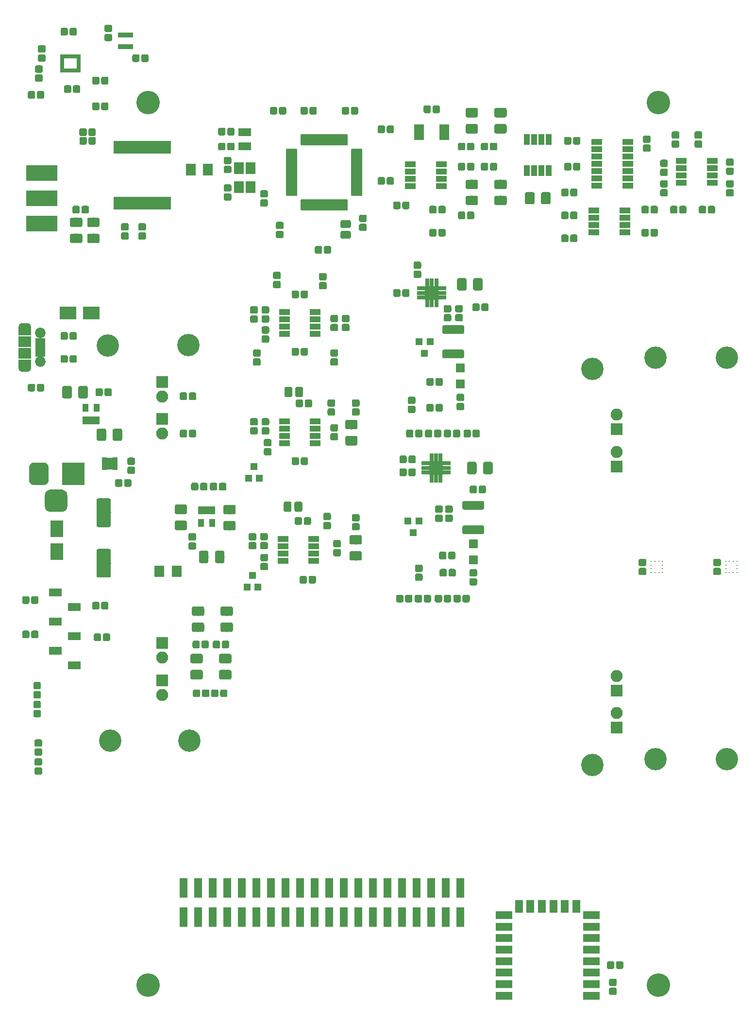
<source format=gbr>
G04 #@! TF.GenerationSoftware,KiCad,Pcbnew,(5.1.0)-1*
G04 #@! TF.CreationDate,2019-10-08T13:20:11+02:00*
G04 #@! TF.ProjectId,cosmicpi_1.7,636f736d-6963-4706-995f-312e372e6b69,rev?*
G04 #@! TF.SameCoordinates,Original*
G04 #@! TF.FileFunction,Soldermask,Top*
G04 #@! TF.FilePolarity,Negative*
%FSLAX46Y46*%
G04 Gerber Fmt 4.6, Leading zero omitted, Abs format (unit mm)*
G04 Created by KiCad (PCBNEW (5.1.0)-1) date 2019-10-08 13:20:11*
%MOMM*%
%LPD*%
G04 APERTURE LIST*
%ADD10C,3.900000*%
%ADD11C,0.230000*%
%ADD12C,0.100000*%
%ADD13C,1.275000*%
%ADD14R,2.200000X2.900000*%
%ADD15R,2.900000X2.200000*%
%ADD16R,1.700000X2.000000*%
%ADD17R,2.200000X1.400000*%
%ADD18C,2.500000*%
%ADD19R,2.900000X1.400000*%
%ADD20R,1.400000X2.200000*%
%ADD21R,0.750000X0.900000*%
%ADD22R,1.400000X3.400000*%
%ADD23R,1.350000X0.750000*%
%ADD24R,0.750000X1.350000*%
%ADD25R,2.400000X2.400000*%
%ADD26C,4.100000*%
%ADD27R,1.700000X1.000000*%
%ADD28R,1.950000X1.000000*%
%ADD29C,1.375000*%
%ADD30R,1.200000X1.300000*%
%ADD31O,2.100000X2.100000*%
%ADD32R,2.100000X2.100000*%
%ADD33R,1.500000X1.500000*%
%ADD34R,5.480000X2.820000*%
%ADD35R,5.480000X2.690000*%
%ADD36C,1.650000*%
%ADD37C,3.400000*%
%ADD38R,3.900000X3.900000*%
%ADD39R,2.300000X1.400000*%
%ADD40R,2.300000X1.600000*%
%ADD41O,2.300000X1.600000*%
%ADD42R,2.300000X1.900000*%
%ADD43C,1.850000*%
%ADD44R,1.750000X0.800000*%
%ADD45R,1.200000X2.200000*%
%ADD46C,1.525000*%
%ADD47R,0.630000X0.750000*%
%ADD48R,0.750000X0.630000*%
%ADD49C,0.700000*%
%ADD50R,1.800000X0.700000*%
%ADD51R,1.900000X1.000000*%
%ADD52R,1.000000X1.950000*%
%ADD53R,0.900000X0.650000*%
%ADD54R,1.300000X2.000000*%
%ADD55R,1.050000X1.460000*%
G04 APERTURE END LIST*
D10*
X32550000Y-75700000D03*
X32950000Y-144500000D03*
D11*
X141575000Y-115225000D03*
X142225000Y-115225000D03*
X142225000Y-114575000D03*
X142225000Y-113925000D03*
X142225000Y-113275000D03*
X141575000Y-113275000D03*
X140925000Y-113275000D03*
X140275000Y-113275000D03*
X140275000Y-113925000D03*
X140275000Y-114575000D03*
X140275000Y-115225000D03*
X140925000Y-115225000D03*
X128575000Y-115225000D03*
X129225000Y-115225000D03*
X129225000Y-114575000D03*
X129225000Y-113925000D03*
X129225000Y-113275000D03*
X128575000Y-113275000D03*
X127925000Y-113275000D03*
X127275000Y-113275000D03*
X127275000Y-113925000D03*
X127275000Y-114575000D03*
X127275000Y-115225000D03*
X127925000Y-115225000D03*
D10*
X46600000Y-75600000D03*
D12*
G36*
X20587493Y-137576535D02*
G01*
X20618435Y-137581125D01*
X20648778Y-137588725D01*
X20678230Y-137599263D01*
X20706508Y-137612638D01*
X20733338Y-137628719D01*
X20758463Y-137647353D01*
X20781640Y-137668360D01*
X20802647Y-137691537D01*
X20821281Y-137716662D01*
X20837362Y-137743492D01*
X20850737Y-137771770D01*
X20861275Y-137801222D01*
X20868875Y-137831565D01*
X20873465Y-137862507D01*
X20875000Y-137893750D01*
X20875000Y-138531250D01*
X20873465Y-138562493D01*
X20868875Y-138593435D01*
X20861275Y-138623778D01*
X20850737Y-138653230D01*
X20837362Y-138681508D01*
X20821281Y-138708338D01*
X20802647Y-138733463D01*
X20781640Y-138756640D01*
X20758463Y-138777647D01*
X20733338Y-138796281D01*
X20706508Y-138812362D01*
X20678230Y-138825737D01*
X20648778Y-138836275D01*
X20618435Y-138843875D01*
X20587493Y-138848465D01*
X20556250Y-138850000D01*
X19843750Y-138850000D01*
X19812507Y-138848465D01*
X19781565Y-138843875D01*
X19751222Y-138836275D01*
X19721770Y-138825737D01*
X19693492Y-138812362D01*
X19666662Y-138796281D01*
X19641537Y-138777647D01*
X19618360Y-138756640D01*
X19597353Y-138733463D01*
X19578719Y-138708338D01*
X19562638Y-138681508D01*
X19549263Y-138653230D01*
X19538725Y-138623778D01*
X19531125Y-138593435D01*
X19526535Y-138562493D01*
X19525000Y-138531250D01*
X19525000Y-137893750D01*
X19526535Y-137862507D01*
X19531125Y-137831565D01*
X19538725Y-137801222D01*
X19549263Y-137771770D01*
X19562638Y-137743492D01*
X19578719Y-137716662D01*
X19597353Y-137691537D01*
X19618360Y-137668360D01*
X19641537Y-137647353D01*
X19666662Y-137628719D01*
X19693492Y-137612638D01*
X19721770Y-137599263D01*
X19751222Y-137588725D01*
X19781565Y-137581125D01*
X19812507Y-137576535D01*
X19843750Y-137575000D01*
X20556250Y-137575000D01*
X20587493Y-137576535D01*
X20587493Y-137576535D01*
G37*
D13*
X20200000Y-138212500D03*
D12*
G36*
X20587493Y-139151535D02*
G01*
X20618435Y-139156125D01*
X20648778Y-139163725D01*
X20678230Y-139174263D01*
X20706508Y-139187638D01*
X20733338Y-139203719D01*
X20758463Y-139222353D01*
X20781640Y-139243360D01*
X20802647Y-139266537D01*
X20821281Y-139291662D01*
X20837362Y-139318492D01*
X20850737Y-139346770D01*
X20861275Y-139376222D01*
X20868875Y-139406565D01*
X20873465Y-139437507D01*
X20875000Y-139468750D01*
X20875000Y-140106250D01*
X20873465Y-140137493D01*
X20868875Y-140168435D01*
X20861275Y-140198778D01*
X20850737Y-140228230D01*
X20837362Y-140256508D01*
X20821281Y-140283338D01*
X20802647Y-140308463D01*
X20781640Y-140331640D01*
X20758463Y-140352647D01*
X20733338Y-140371281D01*
X20706508Y-140387362D01*
X20678230Y-140400737D01*
X20648778Y-140411275D01*
X20618435Y-140418875D01*
X20587493Y-140423465D01*
X20556250Y-140425000D01*
X19843750Y-140425000D01*
X19812507Y-140423465D01*
X19781565Y-140418875D01*
X19751222Y-140411275D01*
X19721770Y-140400737D01*
X19693492Y-140387362D01*
X19666662Y-140371281D01*
X19641537Y-140352647D01*
X19618360Y-140331640D01*
X19597353Y-140308463D01*
X19578719Y-140283338D01*
X19562638Y-140256508D01*
X19549263Y-140228230D01*
X19538725Y-140198778D01*
X19531125Y-140168435D01*
X19526535Y-140137493D01*
X19525000Y-140106250D01*
X19525000Y-139468750D01*
X19526535Y-139437507D01*
X19531125Y-139406565D01*
X19538725Y-139376222D01*
X19549263Y-139346770D01*
X19562638Y-139318492D01*
X19578719Y-139291662D01*
X19597353Y-139266537D01*
X19618360Y-139243360D01*
X19641537Y-139222353D01*
X19666662Y-139203719D01*
X19693492Y-139187638D01*
X19721770Y-139174263D01*
X19751222Y-139163725D01*
X19781565Y-139156125D01*
X19812507Y-139151535D01*
X19843750Y-139150000D01*
X20556250Y-139150000D01*
X20587493Y-139151535D01*
X20587493Y-139151535D01*
G37*
D13*
X20200000Y-139787500D03*
D14*
X23600000Y-107600000D03*
X23600000Y-111600000D03*
D15*
X25600001Y-70000000D03*
X29600001Y-70000000D03*
D16*
X57400000Y-44800000D03*
X57400000Y-48100000D03*
X55400000Y-48100000D03*
X55400000Y-44800000D03*
D17*
X56400000Y-41000000D03*
X56400000Y-38500000D03*
D12*
G36*
X32781552Y-111101433D02*
G01*
X32810443Y-111105719D01*
X32838775Y-111112815D01*
X32866274Y-111122655D01*
X32892677Y-111135143D01*
X32917729Y-111150158D01*
X32941188Y-111167557D01*
X32962829Y-111187171D01*
X32982443Y-111208812D01*
X32999842Y-111232271D01*
X33014857Y-111257323D01*
X33027345Y-111283726D01*
X33037185Y-111311225D01*
X33044281Y-111339557D01*
X33048567Y-111368448D01*
X33050000Y-111397620D01*
X33050000Y-115802380D01*
X33048567Y-115831552D01*
X33044281Y-115860443D01*
X33037185Y-115888775D01*
X33027345Y-115916274D01*
X33014857Y-115942677D01*
X32999842Y-115967729D01*
X32982443Y-115991188D01*
X32962829Y-116012829D01*
X32941188Y-116032443D01*
X32917729Y-116049842D01*
X32892677Y-116064857D01*
X32866274Y-116077345D01*
X32838775Y-116087185D01*
X32810443Y-116094281D01*
X32781552Y-116098567D01*
X32752380Y-116100000D01*
X30847620Y-116100000D01*
X30818448Y-116098567D01*
X30789557Y-116094281D01*
X30761225Y-116087185D01*
X30733726Y-116077345D01*
X30707323Y-116064857D01*
X30682271Y-116049842D01*
X30658812Y-116032443D01*
X30637171Y-116012829D01*
X30617557Y-115991188D01*
X30600158Y-115967729D01*
X30585143Y-115942677D01*
X30572655Y-115916274D01*
X30562815Y-115888775D01*
X30555719Y-115860443D01*
X30551433Y-115831552D01*
X30550000Y-115802380D01*
X30550000Y-111397620D01*
X30551433Y-111368448D01*
X30555719Y-111339557D01*
X30562815Y-111311225D01*
X30572655Y-111283726D01*
X30585143Y-111257323D01*
X30600158Y-111232271D01*
X30617557Y-111208812D01*
X30637171Y-111187171D01*
X30658812Y-111167557D01*
X30682271Y-111150158D01*
X30707323Y-111135143D01*
X30733726Y-111122655D01*
X30761225Y-111112815D01*
X30789557Y-111105719D01*
X30818448Y-111101433D01*
X30847620Y-111100000D01*
X32752380Y-111100000D01*
X32781552Y-111101433D01*
X32781552Y-111101433D01*
G37*
D18*
X31800000Y-113600000D03*
D12*
G36*
X32781552Y-102301433D02*
G01*
X32810443Y-102305719D01*
X32838775Y-102312815D01*
X32866274Y-102322655D01*
X32892677Y-102335143D01*
X32917729Y-102350158D01*
X32941188Y-102367557D01*
X32962829Y-102387171D01*
X32982443Y-102408812D01*
X32999842Y-102432271D01*
X33014857Y-102457323D01*
X33027345Y-102483726D01*
X33037185Y-102511225D01*
X33044281Y-102539557D01*
X33048567Y-102568448D01*
X33050000Y-102597620D01*
X33050000Y-107002380D01*
X33048567Y-107031552D01*
X33044281Y-107060443D01*
X33037185Y-107088775D01*
X33027345Y-107116274D01*
X33014857Y-107142677D01*
X32999842Y-107167729D01*
X32982443Y-107191188D01*
X32962829Y-107212829D01*
X32941188Y-107232443D01*
X32917729Y-107249842D01*
X32892677Y-107264857D01*
X32866274Y-107277345D01*
X32838775Y-107287185D01*
X32810443Y-107294281D01*
X32781552Y-107298567D01*
X32752380Y-107300000D01*
X30847620Y-107300000D01*
X30818448Y-107298567D01*
X30789557Y-107294281D01*
X30761225Y-107287185D01*
X30733726Y-107277345D01*
X30707323Y-107264857D01*
X30682271Y-107249842D01*
X30658812Y-107232443D01*
X30637171Y-107212829D01*
X30617557Y-107191188D01*
X30600158Y-107167729D01*
X30585143Y-107142677D01*
X30572655Y-107116274D01*
X30562815Y-107088775D01*
X30555719Y-107060443D01*
X30551433Y-107031552D01*
X30550000Y-107002380D01*
X30550000Y-102597620D01*
X30551433Y-102568448D01*
X30555719Y-102539557D01*
X30562815Y-102511225D01*
X30572655Y-102483726D01*
X30585143Y-102457323D01*
X30600158Y-102432271D01*
X30617557Y-102408812D01*
X30637171Y-102387171D01*
X30658812Y-102367557D01*
X30682271Y-102350158D01*
X30707323Y-102335143D01*
X30733726Y-102322655D01*
X30761225Y-102312815D01*
X30789557Y-102305719D01*
X30818448Y-102301433D01*
X30847620Y-102300000D01*
X32752380Y-102300000D01*
X32781552Y-102301433D01*
X32781552Y-102301433D01*
G37*
D18*
X31800000Y-104800000D03*
D19*
X101620000Y-188920000D03*
X101620000Y-186920000D03*
X101620000Y-184920000D03*
X101620000Y-182920000D03*
X101620000Y-180920000D03*
X101620000Y-178920000D03*
X101620000Y-176920000D03*
X101620000Y-174920000D03*
D20*
X104220000Y-173420000D03*
X106220000Y-173420000D03*
X108220000Y-173420000D03*
X110220000Y-173420000D03*
X112220000Y-173420000D03*
X114220000Y-173420000D03*
D19*
X116820000Y-174920000D03*
X116820000Y-176920000D03*
X116820000Y-178920000D03*
X116820000Y-180920000D03*
X116820000Y-182920000D03*
X116820000Y-184920000D03*
X116820000Y-186920000D03*
X116820000Y-188920000D03*
D12*
G36*
X120549994Y-182926535D02*
G01*
X120580936Y-182931125D01*
X120611279Y-182938725D01*
X120640731Y-182949263D01*
X120669009Y-182962638D01*
X120695839Y-182978719D01*
X120720964Y-182997353D01*
X120744141Y-183018360D01*
X120765148Y-183041537D01*
X120783782Y-183066662D01*
X120799863Y-183093492D01*
X120813238Y-183121770D01*
X120823776Y-183151222D01*
X120831376Y-183181565D01*
X120835966Y-183212507D01*
X120837501Y-183243750D01*
X120837501Y-183956250D01*
X120835966Y-183987493D01*
X120831376Y-184018435D01*
X120823776Y-184048778D01*
X120813238Y-184078230D01*
X120799863Y-184106508D01*
X120783782Y-184133338D01*
X120765148Y-184158463D01*
X120744141Y-184181640D01*
X120720964Y-184202647D01*
X120695839Y-184221281D01*
X120669009Y-184237362D01*
X120640731Y-184250737D01*
X120611279Y-184261275D01*
X120580936Y-184268875D01*
X120549994Y-184273465D01*
X120518751Y-184275000D01*
X119881251Y-184275000D01*
X119850008Y-184273465D01*
X119819066Y-184268875D01*
X119788723Y-184261275D01*
X119759271Y-184250737D01*
X119730993Y-184237362D01*
X119704163Y-184221281D01*
X119679038Y-184202647D01*
X119655861Y-184181640D01*
X119634854Y-184158463D01*
X119616220Y-184133338D01*
X119600139Y-184106508D01*
X119586764Y-184078230D01*
X119576226Y-184048778D01*
X119568626Y-184018435D01*
X119564036Y-183987493D01*
X119562501Y-183956250D01*
X119562501Y-183243750D01*
X119564036Y-183212507D01*
X119568626Y-183181565D01*
X119576226Y-183151222D01*
X119586764Y-183121770D01*
X119600139Y-183093492D01*
X119616220Y-183066662D01*
X119634854Y-183041537D01*
X119655861Y-183018360D01*
X119679038Y-182997353D01*
X119704163Y-182978719D01*
X119730993Y-182962638D01*
X119759271Y-182949263D01*
X119788723Y-182938725D01*
X119819066Y-182931125D01*
X119850008Y-182926535D01*
X119881251Y-182925000D01*
X120518751Y-182925000D01*
X120549994Y-182926535D01*
X120549994Y-182926535D01*
G37*
D13*
X120200001Y-183600000D03*
D12*
G36*
X122124994Y-182926535D02*
G01*
X122155936Y-182931125D01*
X122186279Y-182938725D01*
X122215731Y-182949263D01*
X122244009Y-182962638D01*
X122270839Y-182978719D01*
X122295964Y-182997353D01*
X122319141Y-183018360D01*
X122340148Y-183041537D01*
X122358782Y-183066662D01*
X122374863Y-183093492D01*
X122388238Y-183121770D01*
X122398776Y-183151222D01*
X122406376Y-183181565D01*
X122410966Y-183212507D01*
X122412501Y-183243750D01*
X122412501Y-183956250D01*
X122410966Y-183987493D01*
X122406376Y-184018435D01*
X122398776Y-184048778D01*
X122388238Y-184078230D01*
X122374863Y-184106508D01*
X122358782Y-184133338D01*
X122340148Y-184158463D01*
X122319141Y-184181640D01*
X122295964Y-184202647D01*
X122270839Y-184221281D01*
X122244009Y-184237362D01*
X122215731Y-184250737D01*
X122186279Y-184261275D01*
X122155936Y-184268875D01*
X122124994Y-184273465D01*
X122093751Y-184275000D01*
X121456251Y-184275000D01*
X121425008Y-184273465D01*
X121394066Y-184268875D01*
X121363723Y-184261275D01*
X121334271Y-184250737D01*
X121305993Y-184237362D01*
X121279163Y-184221281D01*
X121254038Y-184202647D01*
X121230861Y-184181640D01*
X121209854Y-184158463D01*
X121191220Y-184133338D01*
X121175139Y-184106508D01*
X121161764Y-184078230D01*
X121151226Y-184048778D01*
X121143626Y-184018435D01*
X121139036Y-183987493D01*
X121137501Y-183956250D01*
X121137501Y-183243750D01*
X121139036Y-183212507D01*
X121143626Y-183181565D01*
X121151226Y-183151222D01*
X121161764Y-183121770D01*
X121175139Y-183093492D01*
X121191220Y-183066662D01*
X121209854Y-183041537D01*
X121230861Y-183018360D01*
X121254038Y-182997353D01*
X121279163Y-182978719D01*
X121305993Y-182962638D01*
X121334271Y-182949263D01*
X121363723Y-182938725D01*
X121394066Y-182931125D01*
X121425008Y-182926535D01*
X121456251Y-182925000D01*
X122093751Y-182925000D01*
X122124994Y-182926535D01*
X122124994Y-182926535D01*
G37*
D13*
X121775001Y-183600000D03*
D12*
G36*
X120987493Y-185964036D02*
G01*
X121018435Y-185968626D01*
X121048778Y-185976226D01*
X121078230Y-185986764D01*
X121106508Y-186000139D01*
X121133338Y-186016220D01*
X121158463Y-186034854D01*
X121181640Y-186055861D01*
X121202647Y-186079038D01*
X121221281Y-186104163D01*
X121237362Y-186130993D01*
X121250737Y-186159271D01*
X121261275Y-186188723D01*
X121268875Y-186219066D01*
X121273465Y-186250008D01*
X121275000Y-186281251D01*
X121275000Y-186918751D01*
X121273465Y-186949994D01*
X121268875Y-186980936D01*
X121261275Y-187011279D01*
X121250737Y-187040731D01*
X121237362Y-187069009D01*
X121221281Y-187095839D01*
X121202647Y-187120964D01*
X121181640Y-187144141D01*
X121158463Y-187165148D01*
X121133338Y-187183782D01*
X121106508Y-187199863D01*
X121078230Y-187213238D01*
X121048778Y-187223776D01*
X121018435Y-187231376D01*
X120987493Y-187235966D01*
X120956250Y-187237501D01*
X120243750Y-187237501D01*
X120212507Y-187235966D01*
X120181565Y-187231376D01*
X120151222Y-187223776D01*
X120121770Y-187213238D01*
X120093492Y-187199863D01*
X120066662Y-187183782D01*
X120041537Y-187165148D01*
X120018360Y-187144141D01*
X119997353Y-187120964D01*
X119978719Y-187095839D01*
X119962638Y-187069009D01*
X119949263Y-187040731D01*
X119938725Y-187011279D01*
X119931125Y-186980936D01*
X119926535Y-186949994D01*
X119925000Y-186918751D01*
X119925000Y-186281251D01*
X119926535Y-186250008D01*
X119931125Y-186219066D01*
X119938725Y-186188723D01*
X119949263Y-186159271D01*
X119962638Y-186130993D01*
X119978719Y-186104163D01*
X119997353Y-186079038D01*
X120018360Y-186055861D01*
X120041537Y-186034854D01*
X120066662Y-186016220D01*
X120093492Y-186000139D01*
X120121770Y-185986764D01*
X120151222Y-185976226D01*
X120181565Y-185968626D01*
X120212507Y-185964036D01*
X120243750Y-185962501D01*
X120956250Y-185962501D01*
X120987493Y-185964036D01*
X120987493Y-185964036D01*
G37*
D13*
X120600000Y-186600001D03*
D12*
G36*
X120987493Y-187539036D02*
G01*
X121018435Y-187543626D01*
X121048778Y-187551226D01*
X121078230Y-187561764D01*
X121106508Y-187575139D01*
X121133338Y-187591220D01*
X121158463Y-187609854D01*
X121181640Y-187630861D01*
X121202647Y-187654038D01*
X121221281Y-187679163D01*
X121237362Y-187705993D01*
X121250737Y-187734271D01*
X121261275Y-187763723D01*
X121268875Y-187794066D01*
X121273465Y-187825008D01*
X121275000Y-187856251D01*
X121275000Y-188493751D01*
X121273465Y-188524994D01*
X121268875Y-188555936D01*
X121261275Y-188586279D01*
X121250737Y-188615731D01*
X121237362Y-188644009D01*
X121221281Y-188670839D01*
X121202647Y-188695964D01*
X121181640Y-188719141D01*
X121158463Y-188740148D01*
X121133338Y-188758782D01*
X121106508Y-188774863D01*
X121078230Y-188788238D01*
X121048778Y-188798776D01*
X121018435Y-188806376D01*
X120987493Y-188810966D01*
X120956250Y-188812501D01*
X120243750Y-188812501D01*
X120212507Y-188810966D01*
X120181565Y-188806376D01*
X120151222Y-188798776D01*
X120121770Y-188788238D01*
X120093492Y-188774863D01*
X120066662Y-188758782D01*
X120041537Y-188740148D01*
X120018360Y-188719141D01*
X119997353Y-188695964D01*
X119978719Y-188670839D01*
X119962638Y-188644009D01*
X119949263Y-188615731D01*
X119938725Y-188586279D01*
X119931125Y-188555936D01*
X119926535Y-188524994D01*
X119925000Y-188493751D01*
X119925000Y-187856251D01*
X119926535Y-187825008D01*
X119931125Y-187794066D01*
X119938725Y-187763723D01*
X119949263Y-187734271D01*
X119962638Y-187705993D01*
X119978719Y-187679163D01*
X119997353Y-187654038D01*
X120018360Y-187630861D01*
X120041537Y-187609854D01*
X120066662Y-187591220D01*
X120093492Y-187575139D01*
X120121770Y-187561764D01*
X120151222Y-187551226D01*
X120181565Y-187543626D01*
X120212507Y-187539036D01*
X120243750Y-187537501D01*
X120956250Y-187537501D01*
X120987493Y-187539036D01*
X120987493Y-187539036D01*
G37*
D13*
X120600000Y-188175001D03*
D12*
G36*
X52749994Y-40326535D02*
G01*
X52780936Y-40331125D01*
X52811279Y-40338725D01*
X52840731Y-40349263D01*
X52869009Y-40362638D01*
X52895839Y-40378719D01*
X52920964Y-40397353D01*
X52944141Y-40418360D01*
X52965148Y-40441537D01*
X52983782Y-40466662D01*
X52999863Y-40493492D01*
X53013238Y-40521770D01*
X53023776Y-40551222D01*
X53031376Y-40581565D01*
X53035966Y-40612507D01*
X53037501Y-40643750D01*
X53037501Y-41356250D01*
X53035966Y-41387493D01*
X53031376Y-41418435D01*
X53023776Y-41448778D01*
X53013238Y-41478230D01*
X52999863Y-41506508D01*
X52983782Y-41533338D01*
X52965148Y-41558463D01*
X52944141Y-41581640D01*
X52920964Y-41602647D01*
X52895839Y-41621281D01*
X52869009Y-41637362D01*
X52840731Y-41650737D01*
X52811279Y-41661275D01*
X52780936Y-41668875D01*
X52749994Y-41673465D01*
X52718751Y-41675000D01*
X52081251Y-41675000D01*
X52050008Y-41673465D01*
X52019066Y-41668875D01*
X51988723Y-41661275D01*
X51959271Y-41650737D01*
X51930993Y-41637362D01*
X51904163Y-41621281D01*
X51879038Y-41602647D01*
X51855861Y-41581640D01*
X51834854Y-41558463D01*
X51816220Y-41533338D01*
X51800139Y-41506508D01*
X51786764Y-41478230D01*
X51776226Y-41448778D01*
X51768626Y-41418435D01*
X51764036Y-41387493D01*
X51762501Y-41356250D01*
X51762501Y-40643750D01*
X51764036Y-40612507D01*
X51768626Y-40581565D01*
X51776226Y-40551222D01*
X51786764Y-40521770D01*
X51800139Y-40493492D01*
X51816220Y-40466662D01*
X51834854Y-40441537D01*
X51855861Y-40418360D01*
X51879038Y-40397353D01*
X51904163Y-40378719D01*
X51930993Y-40362638D01*
X51959271Y-40349263D01*
X51988723Y-40338725D01*
X52019066Y-40331125D01*
X52050008Y-40326535D01*
X52081251Y-40325000D01*
X52718751Y-40325000D01*
X52749994Y-40326535D01*
X52749994Y-40326535D01*
G37*
D13*
X52400001Y-41000000D03*
D12*
G36*
X54324994Y-40326535D02*
G01*
X54355936Y-40331125D01*
X54386279Y-40338725D01*
X54415731Y-40349263D01*
X54444009Y-40362638D01*
X54470839Y-40378719D01*
X54495964Y-40397353D01*
X54519141Y-40418360D01*
X54540148Y-40441537D01*
X54558782Y-40466662D01*
X54574863Y-40493492D01*
X54588238Y-40521770D01*
X54598776Y-40551222D01*
X54606376Y-40581565D01*
X54610966Y-40612507D01*
X54612501Y-40643750D01*
X54612501Y-41356250D01*
X54610966Y-41387493D01*
X54606376Y-41418435D01*
X54598776Y-41448778D01*
X54588238Y-41478230D01*
X54574863Y-41506508D01*
X54558782Y-41533338D01*
X54540148Y-41558463D01*
X54519141Y-41581640D01*
X54495964Y-41602647D01*
X54470839Y-41621281D01*
X54444009Y-41637362D01*
X54415731Y-41650737D01*
X54386279Y-41661275D01*
X54355936Y-41668875D01*
X54324994Y-41673465D01*
X54293751Y-41675000D01*
X53656251Y-41675000D01*
X53625008Y-41673465D01*
X53594066Y-41668875D01*
X53563723Y-41661275D01*
X53534271Y-41650737D01*
X53505993Y-41637362D01*
X53479163Y-41621281D01*
X53454038Y-41602647D01*
X53430861Y-41581640D01*
X53409854Y-41558463D01*
X53391220Y-41533338D01*
X53375139Y-41506508D01*
X53361764Y-41478230D01*
X53351226Y-41448778D01*
X53343626Y-41418435D01*
X53339036Y-41387493D01*
X53337501Y-41356250D01*
X53337501Y-40643750D01*
X53339036Y-40612507D01*
X53343626Y-40581565D01*
X53351226Y-40551222D01*
X53361764Y-40521770D01*
X53375139Y-40493492D01*
X53391220Y-40466662D01*
X53409854Y-40441537D01*
X53430861Y-40418360D01*
X53454038Y-40397353D01*
X53479163Y-40378719D01*
X53505993Y-40362638D01*
X53534271Y-40349263D01*
X53563723Y-40338725D01*
X53594066Y-40331125D01*
X53625008Y-40326535D01*
X53656251Y-40325000D01*
X54293751Y-40325000D01*
X54324994Y-40326535D01*
X54324994Y-40326535D01*
G37*
D13*
X53975001Y-41000000D03*
D12*
G36*
X52749994Y-37726535D02*
G01*
X52780936Y-37731125D01*
X52811279Y-37738725D01*
X52840731Y-37749263D01*
X52869009Y-37762638D01*
X52895839Y-37778719D01*
X52920964Y-37797353D01*
X52944141Y-37818360D01*
X52965148Y-37841537D01*
X52983782Y-37866662D01*
X52999863Y-37893492D01*
X53013238Y-37921770D01*
X53023776Y-37951222D01*
X53031376Y-37981565D01*
X53035966Y-38012507D01*
X53037501Y-38043750D01*
X53037501Y-38756250D01*
X53035966Y-38787493D01*
X53031376Y-38818435D01*
X53023776Y-38848778D01*
X53013238Y-38878230D01*
X52999863Y-38906508D01*
X52983782Y-38933338D01*
X52965148Y-38958463D01*
X52944141Y-38981640D01*
X52920964Y-39002647D01*
X52895839Y-39021281D01*
X52869009Y-39037362D01*
X52840731Y-39050737D01*
X52811279Y-39061275D01*
X52780936Y-39068875D01*
X52749994Y-39073465D01*
X52718751Y-39075000D01*
X52081251Y-39075000D01*
X52050008Y-39073465D01*
X52019066Y-39068875D01*
X51988723Y-39061275D01*
X51959271Y-39050737D01*
X51930993Y-39037362D01*
X51904163Y-39021281D01*
X51879038Y-39002647D01*
X51855861Y-38981640D01*
X51834854Y-38958463D01*
X51816220Y-38933338D01*
X51800139Y-38906508D01*
X51786764Y-38878230D01*
X51776226Y-38848778D01*
X51768626Y-38818435D01*
X51764036Y-38787493D01*
X51762501Y-38756250D01*
X51762501Y-38043750D01*
X51764036Y-38012507D01*
X51768626Y-37981565D01*
X51776226Y-37951222D01*
X51786764Y-37921770D01*
X51800139Y-37893492D01*
X51816220Y-37866662D01*
X51834854Y-37841537D01*
X51855861Y-37818360D01*
X51879038Y-37797353D01*
X51904163Y-37778719D01*
X51930993Y-37762638D01*
X51959271Y-37749263D01*
X51988723Y-37738725D01*
X52019066Y-37731125D01*
X52050008Y-37726535D01*
X52081251Y-37725000D01*
X52718751Y-37725000D01*
X52749994Y-37726535D01*
X52749994Y-37726535D01*
G37*
D13*
X52400001Y-38400000D03*
D12*
G36*
X54324994Y-37726535D02*
G01*
X54355936Y-37731125D01*
X54386279Y-37738725D01*
X54415731Y-37749263D01*
X54444009Y-37762638D01*
X54470839Y-37778719D01*
X54495964Y-37797353D01*
X54519141Y-37818360D01*
X54540148Y-37841537D01*
X54558782Y-37866662D01*
X54574863Y-37893492D01*
X54588238Y-37921770D01*
X54598776Y-37951222D01*
X54606376Y-37981565D01*
X54610966Y-38012507D01*
X54612501Y-38043750D01*
X54612501Y-38756250D01*
X54610966Y-38787493D01*
X54606376Y-38818435D01*
X54598776Y-38848778D01*
X54588238Y-38878230D01*
X54574863Y-38906508D01*
X54558782Y-38933338D01*
X54540148Y-38958463D01*
X54519141Y-38981640D01*
X54495964Y-39002647D01*
X54470839Y-39021281D01*
X54444009Y-39037362D01*
X54415731Y-39050737D01*
X54386279Y-39061275D01*
X54355936Y-39068875D01*
X54324994Y-39073465D01*
X54293751Y-39075000D01*
X53656251Y-39075000D01*
X53625008Y-39073465D01*
X53594066Y-39068875D01*
X53563723Y-39061275D01*
X53534271Y-39050737D01*
X53505993Y-39037362D01*
X53479163Y-39021281D01*
X53454038Y-39002647D01*
X53430861Y-38981640D01*
X53409854Y-38958463D01*
X53391220Y-38933338D01*
X53375139Y-38906508D01*
X53361764Y-38878230D01*
X53351226Y-38848778D01*
X53343626Y-38818435D01*
X53339036Y-38787493D01*
X53337501Y-38756250D01*
X53337501Y-38043750D01*
X53339036Y-38012507D01*
X53343626Y-37981565D01*
X53351226Y-37951222D01*
X53361764Y-37921770D01*
X53375139Y-37893492D01*
X53391220Y-37866662D01*
X53409854Y-37841537D01*
X53430861Y-37818360D01*
X53454038Y-37797353D01*
X53479163Y-37778719D01*
X53505993Y-37762638D01*
X53534271Y-37749263D01*
X53563723Y-37738725D01*
X53594066Y-37731125D01*
X53625008Y-37726535D01*
X53656251Y-37725000D01*
X54293751Y-37725000D01*
X54324994Y-37726535D01*
X54324994Y-37726535D01*
G37*
D13*
X53975001Y-38400000D03*
D21*
X36575000Y-23625000D03*
X35925000Y-23625000D03*
X35275000Y-23625000D03*
X34625000Y-23625000D03*
X34625000Y-21575000D03*
X35275000Y-21575000D03*
X35925000Y-21575000D03*
X36575000Y-21575000D03*
D22*
X45720000Y-170180000D03*
X45720000Y-175220000D03*
X48260000Y-170180000D03*
X48260000Y-175220000D03*
X50800000Y-170180000D03*
X50800000Y-175220000D03*
X53340000Y-170180000D03*
X53340000Y-175220000D03*
X55880000Y-170180000D03*
X55880000Y-175220000D03*
X58420000Y-170180000D03*
X58420000Y-175220000D03*
X60960000Y-170180000D03*
X60960000Y-175220000D03*
X63500000Y-170180000D03*
X63500000Y-175220000D03*
X66040000Y-170180000D03*
X66040000Y-175220000D03*
X68580000Y-170180000D03*
X68580000Y-175220000D03*
X71120000Y-170180000D03*
X71120000Y-175220000D03*
X73660000Y-170180000D03*
X73660000Y-175220000D03*
X76200000Y-170180000D03*
X76200000Y-175220000D03*
X78740000Y-170180000D03*
X78740000Y-175220000D03*
X81280000Y-170180000D03*
X81280000Y-175220000D03*
X83820000Y-170180000D03*
X83820000Y-175220000D03*
X86360000Y-170180000D03*
X86360000Y-175220000D03*
X88900000Y-170180000D03*
X88900000Y-175220000D03*
X91440000Y-170180000D03*
X91440000Y-175220000D03*
X93980000Y-170180000D03*
X93980000Y-175220000D03*
D23*
X87910000Y-96200000D03*
X87910000Y-97000000D03*
X87910000Y-97800000D03*
X91590000Y-97000000D03*
X91590000Y-97800000D03*
X91590000Y-96200000D03*
D24*
X90550000Y-95160000D03*
X89750000Y-95160000D03*
X88950000Y-95160000D03*
X89750000Y-98840000D03*
X88950000Y-98840000D03*
X90550000Y-98840000D03*
D25*
X89750000Y-97000000D03*
D23*
X87160000Y-65700000D03*
X87160000Y-66500000D03*
X87160000Y-67300000D03*
X90840000Y-66500000D03*
X90840000Y-67300000D03*
X90840000Y-65700000D03*
D24*
X89800000Y-64660000D03*
X89000000Y-64660000D03*
X88200000Y-64660000D03*
X89000000Y-68340000D03*
X88200000Y-68340000D03*
X89800000Y-68340000D03*
D25*
X89000000Y-66500000D03*
D26*
X128500000Y-187120000D03*
D10*
X128000000Y-77750000D03*
X140500000Y-77750000D03*
X128000000Y-147750000D03*
X140500000Y-147750000D03*
D12*
G36*
X92137493Y-70189035D02*
G01*
X92168435Y-70193625D01*
X92198778Y-70201225D01*
X92228230Y-70211763D01*
X92256508Y-70225138D01*
X92283338Y-70241219D01*
X92308463Y-70259853D01*
X92331640Y-70280860D01*
X92352647Y-70304037D01*
X92371281Y-70329162D01*
X92387362Y-70355992D01*
X92400737Y-70384270D01*
X92411275Y-70413722D01*
X92418875Y-70444065D01*
X92423465Y-70475007D01*
X92425000Y-70506250D01*
X92425000Y-71143750D01*
X92423465Y-71174993D01*
X92418875Y-71205935D01*
X92411275Y-71236278D01*
X92400737Y-71265730D01*
X92387362Y-71294008D01*
X92371281Y-71320838D01*
X92352647Y-71345963D01*
X92331640Y-71369140D01*
X92308463Y-71390147D01*
X92283338Y-71408781D01*
X92256508Y-71424862D01*
X92228230Y-71438237D01*
X92198778Y-71448775D01*
X92168435Y-71456375D01*
X92137493Y-71460965D01*
X92106250Y-71462500D01*
X91393750Y-71462500D01*
X91362507Y-71460965D01*
X91331565Y-71456375D01*
X91301222Y-71448775D01*
X91271770Y-71438237D01*
X91243492Y-71424862D01*
X91216662Y-71408781D01*
X91191537Y-71390147D01*
X91168360Y-71369140D01*
X91147353Y-71345963D01*
X91128719Y-71320838D01*
X91112638Y-71294008D01*
X91099263Y-71265730D01*
X91088725Y-71236278D01*
X91081125Y-71205935D01*
X91076535Y-71174993D01*
X91075000Y-71143750D01*
X91075000Y-70506250D01*
X91076535Y-70475007D01*
X91081125Y-70444065D01*
X91088725Y-70413722D01*
X91099263Y-70384270D01*
X91112638Y-70355992D01*
X91128719Y-70329162D01*
X91147353Y-70304037D01*
X91168360Y-70280860D01*
X91191537Y-70259853D01*
X91216662Y-70241219D01*
X91243492Y-70225138D01*
X91271770Y-70211763D01*
X91301222Y-70201225D01*
X91331565Y-70193625D01*
X91362507Y-70189035D01*
X91393750Y-70187500D01*
X92106250Y-70187500D01*
X92137493Y-70189035D01*
X92137493Y-70189035D01*
G37*
D13*
X91750000Y-70825000D03*
D12*
G36*
X92137493Y-68614035D02*
G01*
X92168435Y-68618625D01*
X92198778Y-68626225D01*
X92228230Y-68636763D01*
X92256508Y-68650138D01*
X92283338Y-68666219D01*
X92308463Y-68684853D01*
X92331640Y-68705860D01*
X92352647Y-68729037D01*
X92371281Y-68754162D01*
X92387362Y-68780992D01*
X92400737Y-68809270D01*
X92411275Y-68838722D01*
X92418875Y-68869065D01*
X92423465Y-68900007D01*
X92425000Y-68931250D01*
X92425000Y-69568750D01*
X92423465Y-69599993D01*
X92418875Y-69630935D01*
X92411275Y-69661278D01*
X92400737Y-69690730D01*
X92387362Y-69719008D01*
X92371281Y-69745838D01*
X92352647Y-69770963D01*
X92331640Y-69794140D01*
X92308463Y-69815147D01*
X92283338Y-69833781D01*
X92256508Y-69849862D01*
X92228230Y-69863237D01*
X92198778Y-69873775D01*
X92168435Y-69881375D01*
X92137493Y-69885965D01*
X92106250Y-69887500D01*
X91393750Y-69887500D01*
X91362507Y-69885965D01*
X91331565Y-69881375D01*
X91301222Y-69873775D01*
X91271770Y-69863237D01*
X91243492Y-69849862D01*
X91216662Y-69833781D01*
X91191537Y-69815147D01*
X91168360Y-69794140D01*
X91147353Y-69770963D01*
X91128719Y-69745838D01*
X91112638Y-69719008D01*
X91099263Y-69690730D01*
X91088725Y-69661278D01*
X91081125Y-69630935D01*
X91076535Y-69599993D01*
X91075000Y-69568750D01*
X91075000Y-68931250D01*
X91076535Y-68900007D01*
X91081125Y-68869065D01*
X91088725Y-68838722D01*
X91099263Y-68809270D01*
X91112638Y-68780992D01*
X91128719Y-68754162D01*
X91147353Y-68729037D01*
X91168360Y-68705860D01*
X91191537Y-68684853D01*
X91216662Y-68666219D01*
X91243492Y-68650138D01*
X91271770Y-68636763D01*
X91301222Y-68626225D01*
X91331565Y-68618625D01*
X91362507Y-68614035D01*
X91393750Y-68612500D01*
X92106250Y-68612500D01*
X92137493Y-68614035D01*
X92137493Y-68614035D01*
G37*
D13*
X91750000Y-69250000D03*
D27*
X50000000Y-44500000D03*
X50000000Y-45500000D03*
X47000000Y-45500000D03*
X47000000Y-44500000D03*
X41500000Y-115500000D03*
X41500000Y-114500000D03*
X44500000Y-114500000D03*
X44500000Y-115500000D03*
D28*
X68450000Y-109345000D03*
X68450000Y-110615000D03*
X68450000Y-111885000D03*
X68450000Y-113155000D03*
X63050000Y-113155000D03*
X63050000Y-111885000D03*
X63050000Y-110615000D03*
X63050000Y-109345000D03*
D10*
X46750000Y-144500000D03*
D12*
G36*
X26849993Y-73326535D02*
G01*
X26880935Y-73331125D01*
X26911278Y-73338725D01*
X26940730Y-73349263D01*
X26969008Y-73362638D01*
X26995838Y-73378719D01*
X27020963Y-73397353D01*
X27044140Y-73418360D01*
X27065147Y-73441537D01*
X27083781Y-73466662D01*
X27099862Y-73493492D01*
X27113237Y-73521770D01*
X27123775Y-73551222D01*
X27131375Y-73581565D01*
X27135965Y-73612507D01*
X27137500Y-73643750D01*
X27137500Y-74356250D01*
X27135965Y-74387493D01*
X27131375Y-74418435D01*
X27123775Y-74448778D01*
X27113237Y-74478230D01*
X27099862Y-74506508D01*
X27083781Y-74533338D01*
X27065147Y-74558463D01*
X27044140Y-74581640D01*
X27020963Y-74602647D01*
X26995838Y-74621281D01*
X26969008Y-74637362D01*
X26940730Y-74650737D01*
X26911278Y-74661275D01*
X26880935Y-74668875D01*
X26849993Y-74673465D01*
X26818750Y-74675000D01*
X26181250Y-74675000D01*
X26150007Y-74673465D01*
X26119065Y-74668875D01*
X26088722Y-74661275D01*
X26059270Y-74650737D01*
X26030992Y-74637362D01*
X26004162Y-74621281D01*
X25979037Y-74602647D01*
X25955860Y-74581640D01*
X25934853Y-74558463D01*
X25916219Y-74533338D01*
X25900138Y-74506508D01*
X25886763Y-74478230D01*
X25876225Y-74448778D01*
X25868625Y-74418435D01*
X25864035Y-74387493D01*
X25862500Y-74356250D01*
X25862500Y-73643750D01*
X25864035Y-73612507D01*
X25868625Y-73581565D01*
X25876225Y-73551222D01*
X25886763Y-73521770D01*
X25900138Y-73493492D01*
X25916219Y-73466662D01*
X25934853Y-73441537D01*
X25955860Y-73418360D01*
X25979037Y-73397353D01*
X26004162Y-73378719D01*
X26030992Y-73362638D01*
X26059270Y-73349263D01*
X26088722Y-73338725D01*
X26119065Y-73331125D01*
X26150007Y-73326535D01*
X26181250Y-73325000D01*
X26818750Y-73325000D01*
X26849993Y-73326535D01*
X26849993Y-73326535D01*
G37*
D13*
X26500000Y-74000000D03*
D12*
G36*
X25274993Y-73326535D02*
G01*
X25305935Y-73331125D01*
X25336278Y-73338725D01*
X25365730Y-73349263D01*
X25394008Y-73362638D01*
X25420838Y-73378719D01*
X25445963Y-73397353D01*
X25469140Y-73418360D01*
X25490147Y-73441537D01*
X25508781Y-73466662D01*
X25524862Y-73493492D01*
X25538237Y-73521770D01*
X25548775Y-73551222D01*
X25556375Y-73581565D01*
X25560965Y-73612507D01*
X25562500Y-73643750D01*
X25562500Y-74356250D01*
X25560965Y-74387493D01*
X25556375Y-74418435D01*
X25548775Y-74448778D01*
X25538237Y-74478230D01*
X25524862Y-74506508D01*
X25508781Y-74533338D01*
X25490147Y-74558463D01*
X25469140Y-74581640D01*
X25445963Y-74602647D01*
X25420838Y-74621281D01*
X25394008Y-74637362D01*
X25365730Y-74650737D01*
X25336278Y-74661275D01*
X25305935Y-74668875D01*
X25274993Y-74673465D01*
X25243750Y-74675000D01*
X24606250Y-74675000D01*
X24575007Y-74673465D01*
X24544065Y-74668875D01*
X24513722Y-74661275D01*
X24484270Y-74650737D01*
X24455992Y-74637362D01*
X24429162Y-74621281D01*
X24404037Y-74602647D01*
X24380860Y-74581640D01*
X24359853Y-74558463D01*
X24341219Y-74533338D01*
X24325138Y-74506508D01*
X24311763Y-74478230D01*
X24301225Y-74448778D01*
X24293625Y-74418435D01*
X24289035Y-74387493D01*
X24287500Y-74356250D01*
X24287500Y-73643750D01*
X24289035Y-73612507D01*
X24293625Y-73581565D01*
X24301225Y-73551222D01*
X24311763Y-73521770D01*
X24325138Y-73493492D01*
X24341219Y-73466662D01*
X24359853Y-73441537D01*
X24380860Y-73418360D01*
X24404037Y-73397353D01*
X24429162Y-73378719D01*
X24455992Y-73362638D01*
X24484270Y-73349263D01*
X24513722Y-73338725D01*
X24544065Y-73331125D01*
X24575007Y-73326535D01*
X24606250Y-73325000D01*
X25243750Y-73325000D01*
X25274993Y-73326535D01*
X25274993Y-73326535D01*
G37*
D13*
X24925000Y-74000000D03*
D12*
G36*
X26849993Y-77326535D02*
G01*
X26880935Y-77331125D01*
X26911278Y-77338725D01*
X26940730Y-77349263D01*
X26969008Y-77362638D01*
X26995838Y-77378719D01*
X27020963Y-77397353D01*
X27044140Y-77418360D01*
X27065147Y-77441537D01*
X27083781Y-77466662D01*
X27099862Y-77493492D01*
X27113237Y-77521770D01*
X27123775Y-77551222D01*
X27131375Y-77581565D01*
X27135965Y-77612507D01*
X27137500Y-77643750D01*
X27137500Y-78356250D01*
X27135965Y-78387493D01*
X27131375Y-78418435D01*
X27123775Y-78448778D01*
X27113237Y-78478230D01*
X27099862Y-78506508D01*
X27083781Y-78533338D01*
X27065147Y-78558463D01*
X27044140Y-78581640D01*
X27020963Y-78602647D01*
X26995838Y-78621281D01*
X26969008Y-78637362D01*
X26940730Y-78650737D01*
X26911278Y-78661275D01*
X26880935Y-78668875D01*
X26849993Y-78673465D01*
X26818750Y-78675000D01*
X26181250Y-78675000D01*
X26150007Y-78673465D01*
X26119065Y-78668875D01*
X26088722Y-78661275D01*
X26059270Y-78650737D01*
X26030992Y-78637362D01*
X26004162Y-78621281D01*
X25979037Y-78602647D01*
X25955860Y-78581640D01*
X25934853Y-78558463D01*
X25916219Y-78533338D01*
X25900138Y-78506508D01*
X25886763Y-78478230D01*
X25876225Y-78448778D01*
X25868625Y-78418435D01*
X25864035Y-78387493D01*
X25862500Y-78356250D01*
X25862500Y-77643750D01*
X25864035Y-77612507D01*
X25868625Y-77581565D01*
X25876225Y-77551222D01*
X25886763Y-77521770D01*
X25900138Y-77493492D01*
X25916219Y-77466662D01*
X25934853Y-77441537D01*
X25955860Y-77418360D01*
X25979037Y-77397353D01*
X26004162Y-77378719D01*
X26030992Y-77362638D01*
X26059270Y-77349263D01*
X26088722Y-77338725D01*
X26119065Y-77331125D01*
X26150007Y-77326535D01*
X26181250Y-77325000D01*
X26818750Y-77325000D01*
X26849993Y-77326535D01*
X26849993Y-77326535D01*
G37*
D13*
X26500000Y-78000000D03*
D12*
G36*
X25274993Y-77326535D02*
G01*
X25305935Y-77331125D01*
X25336278Y-77338725D01*
X25365730Y-77349263D01*
X25394008Y-77362638D01*
X25420838Y-77378719D01*
X25445963Y-77397353D01*
X25469140Y-77418360D01*
X25490147Y-77441537D01*
X25508781Y-77466662D01*
X25524862Y-77493492D01*
X25538237Y-77521770D01*
X25548775Y-77551222D01*
X25556375Y-77581565D01*
X25560965Y-77612507D01*
X25562500Y-77643750D01*
X25562500Y-78356250D01*
X25560965Y-78387493D01*
X25556375Y-78418435D01*
X25548775Y-78448778D01*
X25538237Y-78478230D01*
X25524862Y-78506508D01*
X25508781Y-78533338D01*
X25490147Y-78558463D01*
X25469140Y-78581640D01*
X25445963Y-78602647D01*
X25420838Y-78621281D01*
X25394008Y-78637362D01*
X25365730Y-78650737D01*
X25336278Y-78661275D01*
X25305935Y-78668875D01*
X25274993Y-78673465D01*
X25243750Y-78675000D01*
X24606250Y-78675000D01*
X24575007Y-78673465D01*
X24544065Y-78668875D01*
X24513722Y-78661275D01*
X24484270Y-78650737D01*
X24455992Y-78637362D01*
X24429162Y-78621281D01*
X24404037Y-78602647D01*
X24380860Y-78581640D01*
X24359853Y-78558463D01*
X24341219Y-78533338D01*
X24325138Y-78506508D01*
X24311763Y-78478230D01*
X24301225Y-78448778D01*
X24293625Y-78418435D01*
X24289035Y-78387493D01*
X24287500Y-78356250D01*
X24287500Y-77643750D01*
X24289035Y-77612507D01*
X24293625Y-77581565D01*
X24301225Y-77551222D01*
X24311763Y-77521770D01*
X24325138Y-77493492D01*
X24341219Y-77466662D01*
X24359853Y-77441537D01*
X24380860Y-77418360D01*
X24404037Y-77397353D01*
X24429162Y-77378719D01*
X24455992Y-77362638D01*
X24484270Y-77349263D01*
X24513722Y-77338725D01*
X24544065Y-77331125D01*
X24575007Y-77326535D01*
X24606250Y-77325000D01*
X25243750Y-77325000D01*
X25274993Y-77326535D01*
X25274993Y-77326535D01*
G37*
D13*
X24925000Y-78000000D03*
D12*
G36*
X74589943Y-55689155D02*
G01*
X74623312Y-55694105D01*
X74656035Y-55702302D01*
X74687797Y-55713666D01*
X74718293Y-55728090D01*
X74747227Y-55745432D01*
X74774323Y-55765528D01*
X74799318Y-55788182D01*
X74821972Y-55813177D01*
X74842068Y-55840273D01*
X74859410Y-55869207D01*
X74873834Y-55899703D01*
X74885198Y-55931465D01*
X74893395Y-55964188D01*
X74898345Y-55997557D01*
X74900000Y-56031250D01*
X74900000Y-56718750D01*
X74898345Y-56752443D01*
X74893395Y-56785812D01*
X74885198Y-56818535D01*
X74873834Y-56850297D01*
X74859410Y-56880793D01*
X74842068Y-56909727D01*
X74821972Y-56936823D01*
X74799318Y-56961818D01*
X74774323Y-56984472D01*
X74747227Y-57004568D01*
X74718293Y-57021910D01*
X74687797Y-57036334D01*
X74656035Y-57047698D01*
X74623312Y-57055895D01*
X74589943Y-57060845D01*
X74556250Y-57062500D01*
X73443750Y-57062500D01*
X73410057Y-57060845D01*
X73376688Y-57055895D01*
X73343965Y-57047698D01*
X73312203Y-57036334D01*
X73281707Y-57021910D01*
X73252773Y-57004568D01*
X73225677Y-56984472D01*
X73200682Y-56961818D01*
X73178028Y-56936823D01*
X73157932Y-56909727D01*
X73140590Y-56880793D01*
X73126166Y-56850297D01*
X73114802Y-56818535D01*
X73106605Y-56785812D01*
X73101655Y-56752443D01*
X73100000Y-56718750D01*
X73100000Y-56031250D01*
X73101655Y-55997557D01*
X73106605Y-55964188D01*
X73114802Y-55931465D01*
X73126166Y-55899703D01*
X73140590Y-55869207D01*
X73157932Y-55840273D01*
X73178028Y-55813177D01*
X73200682Y-55788182D01*
X73225677Y-55765528D01*
X73252773Y-55745432D01*
X73281707Y-55728090D01*
X73312203Y-55713666D01*
X73343965Y-55702302D01*
X73376688Y-55694105D01*
X73410057Y-55689155D01*
X73443750Y-55687500D01*
X74556250Y-55687500D01*
X74589943Y-55689155D01*
X74589943Y-55689155D01*
G37*
D29*
X74000000Y-56375000D03*
D12*
G36*
X74589943Y-53814155D02*
G01*
X74623312Y-53819105D01*
X74656035Y-53827302D01*
X74687797Y-53838666D01*
X74718293Y-53853090D01*
X74747227Y-53870432D01*
X74774323Y-53890528D01*
X74799318Y-53913182D01*
X74821972Y-53938177D01*
X74842068Y-53965273D01*
X74859410Y-53994207D01*
X74873834Y-54024703D01*
X74885198Y-54056465D01*
X74893395Y-54089188D01*
X74898345Y-54122557D01*
X74900000Y-54156250D01*
X74900000Y-54843750D01*
X74898345Y-54877443D01*
X74893395Y-54910812D01*
X74885198Y-54943535D01*
X74873834Y-54975297D01*
X74859410Y-55005793D01*
X74842068Y-55034727D01*
X74821972Y-55061823D01*
X74799318Y-55086818D01*
X74774323Y-55109472D01*
X74747227Y-55129568D01*
X74718293Y-55146910D01*
X74687797Y-55161334D01*
X74656035Y-55172698D01*
X74623312Y-55180895D01*
X74589943Y-55185845D01*
X74556250Y-55187500D01*
X73443750Y-55187500D01*
X73410057Y-55185845D01*
X73376688Y-55180895D01*
X73343965Y-55172698D01*
X73312203Y-55161334D01*
X73281707Y-55146910D01*
X73252773Y-55129568D01*
X73225677Y-55109472D01*
X73200682Y-55086818D01*
X73178028Y-55061823D01*
X73157932Y-55034727D01*
X73140590Y-55005793D01*
X73126166Y-54975297D01*
X73114802Y-54943535D01*
X73106605Y-54910812D01*
X73101655Y-54877443D01*
X73100000Y-54843750D01*
X73100000Y-54156250D01*
X73101655Y-54122557D01*
X73106605Y-54089188D01*
X73114802Y-54056465D01*
X73126166Y-54024703D01*
X73140590Y-53994207D01*
X73157932Y-53965273D01*
X73178028Y-53938177D01*
X73200682Y-53913182D01*
X73225677Y-53890528D01*
X73252773Y-53870432D01*
X73281707Y-53853090D01*
X73312203Y-53838666D01*
X73343965Y-53827302D01*
X73376688Y-53819105D01*
X73410057Y-53814155D01*
X73443750Y-53812500D01*
X74556250Y-53812500D01*
X74589943Y-53814155D01*
X74589943Y-53814155D01*
G37*
D29*
X74000000Y-54500000D03*
D10*
X117000000Y-79750000D03*
X117000000Y-148750000D03*
D30*
X57750000Y-115750000D03*
X58700000Y-117750000D03*
X56800000Y-117750000D03*
D12*
G36*
X58137493Y-108326535D02*
G01*
X58168435Y-108331125D01*
X58198778Y-108338725D01*
X58228230Y-108349263D01*
X58256508Y-108362638D01*
X58283338Y-108378719D01*
X58308463Y-108397353D01*
X58331640Y-108418360D01*
X58352647Y-108441537D01*
X58371281Y-108466662D01*
X58387362Y-108493492D01*
X58400737Y-108521770D01*
X58411275Y-108551222D01*
X58418875Y-108581565D01*
X58423465Y-108612507D01*
X58425000Y-108643750D01*
X58425000Y-109281250D01*
X58423465Y-109312493D01*
X58418875Y-109343435D01*
X58411275Y-109373778D01*
X58400737Y-109403230D01*
X58387362Y-109431508D01*
X58371281Y-109458338D01*
X58352647Y-109483463D01*
X58331640Y-109506640D01*
X58308463Y-109527647D01*
X58283338Y-109546281D01*
X58256508Y-109562362D01*
X58228230Y-109575737D01*
X58198778Y-109586275D01*
X58168435Y-109593875D01*
X58137493Y-109598465D01*
X58106250Y-109600000D01*
X57393750Y-109600000D01*
X57362507Y-109598465D01*
X57331565Y-109593875D01*
X57301222Y-109586275D01*
X57271770Y-109575737D01*
X57243492Y-109562362D01*
X57216662Y-109546281D01*
X57191537Y-109527647D01*
X57168360Y-109506640D01*
X57147353Y-109483463D01*
X57128719Y-109458338D01*
X57112638Y-109431508D01*
X57099263Y-109403230D01*
X57088725Y-109373778D01*
X57081125Y-109343435D01*
X57076535Y-109312493D01*
X57075000Y-109281250D01*
X57075000Y-108643750D01*
X57076535Y-108612507D01*
X57081125Y-108581565D01*
X57088725Y-108551222D01*
X57099263Y-108521770D01*
X57112638Y-108493492D01*
X57128719Y-108466662D01*
X57147353Y-108441537D01*
X57168360Y-108418360D01*
X57191537Y-108397353D01*
X57216662Y-108378719D01*
X57243492Y-108362638D01*
X57271770Y-108349263D01*
X57301222Y-108338725D01*
X57331565Y-108331125D01*
X57362507Y-108326535D01*
X57393750Y-108325000D01*
X58106250Y-108325000D01*
X58137493Y-108326535D01*
X58137493Y-108326535D01*
G37*
D13*
X57750000Y-108962500D03*
D12*
G36*
X58137493Y-109901535D02*
G01*
X58168435Y-109906125D01*
X58198778Y-109913725D01*
X58228230Y-109924263D01*
X58256508Y-109937638D01*
X58283338Y-109953719D01*
X58308463Y-109972353D01*
X58331640Y-109993360D01*
X58352647Y-110016537D01*
X58371281Y-110041662D01*
X58387362Y-110068492D01*
X58400737Y-110096770D01*
X58411275Y-110126222D01*
X58418875Y-110156565D01*
X58423465Y-110187507D01*
X58425000Y-110218750D01*
X58425000Y-110856250D01*
X58423465Y-110887493D01*
X58418875Y-110918435D01*
X58411275Y-110948778D01*
X58400737Y-110978230D01*
X58387362Y-111006508D01*
X58371281Y-111033338D01*
X58352647Y-111058463D01*
X58331640Y-111081640D01*
X58308463Y-111102647D01*
X58283338Y-111121281D01*
X58256508Y-111137362D01*
X58228230Y-111150737D01*
X58198778Y-111161275D01*
X58168435Y-111168875D01*
X58137493Y-111173465D01*
X58106250Y-111175000D01*
X57393750Y-111175000D01*
X57362507Y-111173465D01*
X57331565Y-111168875D01*
X57301222Y-111161275D01*
X57271770Y-111150737D01*
X57243492Y-111137362D01*
X57216662Y-111121281D01*
X57191537Y-111102647D01*
X57168360Y-111081640D01*
X57147353Y-111058463D01*
X57128719Y-111033338D01*
X57112638Y-111006508D01*
X57099263Y-110978230D01*
X57088725Y-110948778D01*
X57081125Y-110918435D01*
X57076535Y-110887493D01*
X57075000Y-110856250D01*
X57075000Y-110218750D01*
X57076535Y-110187507D01*
X57081125Y-110156565D01*
X57088725Y-110126222D01*
X57099263Y-110096770D01*
X57112638Y-110068492D01*
X57128719Y-110041662D01*
X57147353Y-110016537D01*
X57168360Y-109993360D01*
X57191537Y-109972353D01*
X57216662Y-109953719D01*
X57243492Y-109937638D01*
X57271770Y-109924263D01*
X57301222Y-109913725D01*
X57331565Y-109906125D01*
X57362507Y-109901535D01*
X57393750Y-109900000D01*
X58106250Y-109900000D01*
X58137493Y-109901535D01*
X58137493Y-109901535D01*
G37*
D13*
X57750000Y-110537500D03*
D26*
X128550000Y-33370000D03*
X39550000Y-187120000D03*
X39550000Y-33370000D03*
D31*
X121250000Y-94210000D03*
D32*
X121250000Y-96750000D03*
D31*
X121250000Y-139710000D03*
D32*
X121250000Y-142250000D03*
D31*
X121250000Y-133210000D03*
D32*
X121250000Y-135750000D03*
D31*
X121250000Y-87710000D03*
D32*
X121250000Y-90250000D03*
D31*
X42000000Y-84540000D03*
D32*
X42000000Y-82000000D03*
D31*
X42000000Y-91040000D03*
D32*
X42000000Y-88500000D03*
D31*
X42000000Y-136540000D03*
D32*
X42000000Y-134000000D03*
D31*
X42000000Y-130040000D03*
D32*
X42000000Y-127500000D03*
D33*
X96250000Y-110250000D03*
X96250000Y-113050000D03*
X94000000Y-79600000D03*
X94000000Y-82400000D03*
D34*
X21000000Y-54380000D03*
X21000000Y-45620000D03*
D35*
X21000000Y-50000000D03*
D12*
G36*
X21137493Y-31326535D02*
G01*
X21168435Y-31331125D01*
X21198778Y-31338725D01*
X21228230Y-31349263D01*
X21256508Y-31362638D01*
X21283338Y-31378719D01*
X21308463Y-31397353D01*
X21331640Y-31418360D01*
X21352647Y-31441537D01*
X21371281Y-31466662D01*
X21387362Y-31493492D01*
X21400737Y-31521770D01*
X21411275Y-31551222D01*
X21418875Y-31581565D01*
X21423465Y-31612507D01*
X21425000Y-31643750D01*
X21425000Y-32356250D01*
X21423465Y-32387493D01*
X21418875Y-32418435D01*
X21411275Y-32448778D01*
X21400737Y-32478230D01*
X21387362Y-32506508D01*
X21371281Y-32533338D01*
X21352647Y-32558463D01*
X21331640Y-32581640D01*
X21308463Y-32602647D01*
X21283338Y-32621281D01*
X21256508Y-32637362D01*
X21228230Y-32650737D01*
X21198778Y-32661275D01*
X21168435Y-32668875D01*
X21137493Y-32673465D01*
X21106250Y-32675000D01*
X20468750Y-32675000D01*
X20437507Y-32673465D01*
X20406565Y-32668875D01*
X20376222Y-32661275D01*
X20346770Y-32650737D01*
X20318492Y-32637362D01*
X20291662Y-32621281D01*
X20266537Y-32602647D01*
X20243360Y-32581640D01*
X20222353Y-32558463D01*
X20203719Y-32533338D01*
X20187638Y-32506508D01*
X20174263Y-32478230D01*
X20163725Y-32448778D01*
X20156125Y-32418435D01*
X20151535Y-32387493D01*
X20150000Y-32356250D01*
X20150000Y-31643750D01*
X20151535Y-31612507D01*
X20156125Y-31581565D01*
X20163725Y-31551222D01*
X20174263Y-31521770D01*
X20187638Y-31493492D01*
X20203719Y-31466662D01*
X20222353Y-31441537D01*
X20243360Y-31418360D01*
X20266537Y-31397353D01*
X20291662Y-31378719D01*
X20318492Y-31362638D01*
X20346770Y-31349263D01*
X20376222Y-31338725D01*
X20406565Y-31331125D01*
X20437507Y-31326535D01*
X20468750Y-31325000D01*
X21106250Y-31325000D01*
X21137493Y-31326535D01*
X21137493Y-31326535D01*
G37*
D13*
X20787500Y-32000000D03*
D12*
G36*
X19562493Y-31326535D02*
G01*
X19593435Y-31331125D01*
X19623778Y-31338725D01*
X19653230Y-31349263D01*
X19681508Y-31362638D01*
X19708338Y-31378719D01*
X19733463Y-31397353D01*
X19756640Y-31418360D01*
X19777647Y-31441537D01*
X19796281Y-31466662D01*
X19812362Y-31493492D01*
X19825737Y-31521770D01*
X19836275Y-31551222D01*
X19843875Y-31581565D01*
X19848465Y-31612507D01*
X19850000Y-31643750D01*
X19850000Y-32356250D01*
X19848465Y-32387493D01*
X19843875Y-32418435D01*
X19836275Y-32448778D01*
X19825737Y-32478230D01*
X19812362Y-32506508D01*
X19796281Y-32533338D01*
X19777647Y-32558463D01*
X19756640Y-32581640D01*
X19733463Y-32602647D01*
X19708338Y-32621281D01*
X19681508Y-32637362D01*
X19653230Y-32650737D01*
X19623778Y-32661275D01*
X19593435Y-32668875D01*
X19562493Y-32673465D01*
X19531250Y-32675000D01*
X18893750Y-32675000D01*
X18862507Y-32673465D01*
X18831565Y-32668875D01*
X18801222Y-32661275D01*
X18771770Y-32650737D01*
X18743492Y-32637362D01*
X18716662Y-32621281D01*
X18691537Y-32602647D01*
X18668360Y-32581640D01*
X18647353Y-32558463D01*
X18628719Y-32533338D01*
X18612638Y-32506508D01*
X18599263Y-32478230D01*
X18588725Y-32448778D01*
X18581125Y-32418435D01*
X18576535Y-32387493D01*
X18575000Y-32356250D01*
X18575000Y-31643750D01*
X18576535Y-31612507D01*
X18581125Y-31581565D01*
X18588725Y-31551222D01*
X18599263Y-31521770D01*
X18612638Y-31493492D01*
X18628719Y-31466662D01*
X18647353Y-31441537D01*
X18668360Y-31418360D01*
X18691537Y-31397353D01*
X18716662Y-31378719D01*
X18743492Y-31362638D01*
X18771770Y-31349263D01*
X18801222Y-31338725D01*
X18831565Y-31331125D01*
X18862507Y-31326535D01*
X18893750Y-31325000D01*
X19531250Y-31325000D01*
X19562493Y-31326535D01*
X19562493Y-31326535D01*
G37*
D13*
X19212500Y-32000000D03*
D12*
G36*
X36349993Y-98926535D02*
G01*
X36380935Y-98931125D01*
X36411278Y-98938725D01*
X36440730Y-98949263D01*
X36469008Y-98962638D01*
X36495838Y-98978719D01*
X36520963Y-98997353D01*
X36544140Y-99018360D01*
X36565147Y-99041537D01*
X36583781Y-99066662D01*
X36599862Y-99093492D01*
X36613237Y-99121770D01*
X36623775Y-99151222D01*
X36631375Y-99181565D01*
X36635965Y-99212507D01*
X36637500Y-99243750D01*
X36637500Y-99956250D01*
X36635965Y-99987493D01*
X36631375Y-100018435D01*
X36623775Y-100048778D01*
X36613237Y-100078230D01*
X36599862Y-100106508D01*
X36583781Y-100133338D01*
X36565147Y-100158463D01*
X36544140Y-100181640D01*
X36520963Y-100202647D01*
X36495838Y-100221281D01*
X36469008Y-100237362D01*
X36440730Y-100250737D01*
X36411278Y-100261275D01*
X36380935Y-100268875D01*
X36349993Y-100273465D01*
X36318750Y-100275000D01*
X35681250Y-100275000D01*
X35650007Y-100273465D01*
X35619065Y-100268875D01*
X35588722Y-100261275D01*
X35559270Y-100250737D01*
X35530992Y-100237362D01*
X35504162Y-100221281D01*
X35479037Y-100202647D01*
X35455860Y-100181640D01*
X35434853Y-100158463D01*
X35416219Y-100133338D01*
X35400138Y-100106508D01*
X35386763Y-100078230D01*
X35376225Y-100048778D01*
X35368625Y-100018435D01*
X35364035Y-99987493D01*
X35362500Y-99956250D01*
X35362500Y-99243750D01*
X35364035Y-99212507D01*
X35368625Y-99181565D01*
X35376225Y-99151222D01*
X35386763Y-99121770D01*
X35400138Y-99093492D01*
X35416219Y-99066662D01*
X35434853Y-99041537D01*
X35455860Y-99018360D01*
X35479037Y-98997353D01*
X35504162Y-98978719D01*
X35530992Y-98962638D01*
X35559270Y-98949263D01*
X35588722Y-98938725D01*
X35619065Y-98931125D01*
X35650007Y-98926535D01*
X35681250Y-98925000D01*
X36318750Y-98925000D01*
X36349993Y-98926535D01*
X36349993Y-98926535D01*
G37*
D13*
X36000000Y-99600000D03*
D12*
G36*
X34774993Y-98926535D02*
G01*
X34805935Y-98931125D01*
X34836278Y-98938725D01*
X34865730Y-98949263D01*
X34894008Y-98962638D01*
X34920838Y-98978719D01*
X34945963Y-98997353D01*
X34969140Y-99018360D01*
X34990147Y-99041537D01*
X35008781Y-99066662D01*
X35024862Y-99093492D01*
X35038237Y-99121770D01*
X35048775Y-99151222D01*
X35056375Y-99181565D01*
X35060965Y-99212507D01*
X35062500Y-99243750D01*
X35062500Y-99956250D01*
X35060965Y-99987493D01*
X35056375Y-100018435D01*
X35048775Y-100048778D01*
X35038237Y-100078230D01*
X35024862Y-100106508D01*
X35008781Y-100133338D01*
X34990147Y-100158463D01*
X34969140Y-100181640D01*
X34945963Y-100202647D01*
X34920838Y-100221281D01*
X34894008Y-100237362D01*
X34865730Y-100250737D01*
X34836278Y-100261275D01*
X34805935Y-100268875D01*
X34774993Y-100273465D01*
X34743750Y-100275000D01*
X34106250Y-100275000D01*
X34075007Y-100273465D01*
X34044065Y-100268875D01*
X34013722Y-100261275D01*
X33984270Y-100250737D01*
X33955992Y-100237362D01*
X33929162Y-100221281D01*
X33904037Y-100202647D01*
X33880860Y-100181640D01*
X33859853Y-100158463D01*
X33841219Y-100133338D01*
X33825138Y-100106508D01*
X33811763Y-100078230D01*
X33801225Y-100048778D01*
X33793625Y-100018435D01*
X33789035Y-99987493D01*
X33787500Y-99956250D01*
X33787500Y-99243750D01*
X33789035Y-99212507D01*
X33793625Y-99181565D01*
X33801225Y-99151222D01*
X33811763Y-99121770D01*
X33825138Y-99093492D01*
X33841219Y-99066662D01*
X33859853Y-99041537D01*
X33880860Y-99018360D01*
X33904037Y-98997353D01*
X33929162Y-98978719D01*
X33955992Y-98962638D01*
X33984270Y-98949263D01*
X34013722Y-98938725D01*
X34044065Y-98931125D01*
X34075007Y-98926535D01*
X34106250Y-98925000D01*
X34743750Y-98925000D01*
X34774993Y-98926535D01*
X34774993Y-98926535D01*
G37*
D13*
X34425000Y-99600000D03*
D12*
G36*
X126887493Y-39076535D02*
G01*
X126918435Y-39081125D01*
X126948778Y-39088725D01*
X126978230Y-39099263D01*
X127006508Y-39112638D01*
X127033338Y-39128719D01*
X127058463Y-39147353D01*
X127081640Y-39168360D01*
X127102647Y-39191537D01*
X127121281Y-39216662D01*
X127137362Y-39243492D01*
X127150737Y-39271770D01*
X127161275Y-39301222D01*
X127168875Y-39331565D01*
X127173465Y-39362507D01*
X127175000Y-39393750D01*
X127175000Y-40031250D01*
X127173465Y-40062493D01*
X127168875Y-40093435D01*
X127161275Y-40123778D01*
X127150737Y-40153230D01*
X127137362Y-40181508D01*
X127121281Y-40208338D01*
X127102647Y-40233463D01*
X127081640Y-40256640D01*
X127058463Y-40277647D01*
X127033338Y-40296281D01*
X127006508Y-40312362D01*
X126978230Y-40325737D01*
X126948778Y-40336275D01*
X126918435Y-40343875D01*
X126887493Y-40348465D01*
X126856250Y-40350000D01*
X126143750Y-40350000D01*
X126112507Y-40348465D01*
X126081565Y-40343875D01*
X126051222Y-40336275D01*
X126021770Y-40325737D01*
X125993492Y-40312362D01*
X125966662Y-40296281D01*
X125941537Y-40277647D01*
X125918360Y-40256640D01*
X125897353Y-40233463D01*
X125878719Y-40208338D01*
X125862638Y-40181508D01*
X125849263Y-40153230D01*
X125838725Y-40123778D01*
X125831125Y-40093435D01*
X125826535Y-40062493D01*
X125825000Y-40031250D01*
X125825000Y-39393750D01*
X125826535Y-39362507D01*
X125831125Y-39331565D01*
X125838725Y-39301222D01*
X125849263Y-39271770D01*
X125862638Y-39243492D01*
X125878719Y-39216662D01*
X125897353Y-39191537D01*
X125918360Y-39168360D01*
X125941537Y-39147353D01*
X125966662Y-39128719D01*
X125993492Y-39112638D01*
X126021770Y-39099263D01*
X126051222Y-39088725D01*
X126081565Y-39081125D01*
X126112507Y-39076535D01*
X126143750Y-39075000D01*
X126856250Y-39075000D01*
X126887493Y-39076535D01*
X126887493Y-39076535D01*
G37*
D13*
X126500000Y-39712500D03*
D12*
G36*
X126887493Y-40651535D02*
G01*
X126918435Y-40656125D01*
X126948778Y-40663725D01*
X126978230Y-40674263D01*
X127006508Y-40687638D01*
X127033338Y-40703719D01*
X127058463Y-40722353D01*
X127081640Y-40743360D01*
X127102647Y-40766537D01*
X127121281Y-40791662D01*
X127137362Y-40818492D01*
X127150737Y-40846770D01*
X127161275Y-40876222D01*
X127168875Y-40906565D01*
X127173465Y-40937507D01*
X127175000Y-40968750D01*
X127175000Y-41606250D01*
X127173465Y-41637493D01*
X127168875Y-41668435D01*
X127161275Y-41698778D01*
X127150737Y-41728230D01*
X127137362Y-41756508D01*
X127121281Y-41783338D01*
X127102647Y-41808463D01*
X127081640Y-41831640D01*
X127058463Y-41852647D01*
X127033338Y-41871281D01*
X127006508Y-41887362D01*
X126978230Y-41900737D01*
X126948778Y-41911275D01*
X126918435Y-41918875D01*
X126887493Y-41923465D01*
X126856250Y-41925000D01*
X126143750Y-41925000D01*
X126112507Y-41923465D01*
X126081565Y-41918875D01*
X126051222Y-41911275D01*
X126021770Y-41900737D01*
X125993492Y-41887362D01*
X125966662Y-41871281D01*
X125941537Y-41852647D01*
X125918360Y-41831640D01*
X125897353Y-41808463D01*
X125878719Y-41783338D01*
X125862638Y-41756508D01*
X125849263Y-41728230D01*
X125838725Y-41698778D01*
X125831125Y-41668435D01*
X125826535Y-41637493D01*
X125825000Y-41606250D01*
X125825000Y-40968750D01*
X125826535Y-40937507D01*
X125831125Y-40906565D01*
X125838725Y-40876222D01*
X125849263Y-40846770D01*
X125862638Y-40818492D01*
X125878719Y-40791662D01*
X125897353Y-40766537D01*
X125918360Y-40743360D01*
X125941537Y-40722353D01*
X125966662Y-40703719D01*
X125993492Y-40687638D01*
X126021770Y-40674263D01*
X126051222Y-40663725D01*
X126081565Y-40656125D01*
X126112507Y-40651535D01*
X126143750Y-40650000D01*
X126856250Y-40650000D01*
X126887493Y-40651535D01*
X126887493Y-40651535D01*
G37*
D13*
X126500000Y-41287500D03*
D12*
G36*
X96137493Y-52326535D02*
G01*
X96168435Y-52331125D01*
X96198778Y-52338725D01*
X96228230Y-52349263D01*
X96256508Y-52362638D01*
X96283338Y-52378719D01*
X96308463Y-52397353D01*
X96331640Y-52418360D01*
X96352647Y-52441537D01*
X96371281Y-52466662D01*
X96387362Y-52493492D01*
X96400737Y-52521770D01*
X96411275Y-52551222D01*
X96418875Y-52581565D01*
X96423465Y-52612507D01*
X96425000Y-52643750D01*
X96425000Y-53356250D01*
X96423465Y-53387493D01*
X96418875Y-53418435D01*
X96411275Y-53448778D01*
X96400737Y-53478230D01*
X96387362Y-53506508D01*
X96371281Y-53533338D01*
X96352647Y-53558463D01*
X96331640Y-53581640D01*
X96308463Y-53602647D01*
X96283338Y-53621281D01*
X96256508Y-53637362D01*
X96228230Y-53650737D01*
X96198778Y-53661275D01*
X96168435Y-53668875D01*
X96137493Y-53673465D01*
X96106250Y-53675000D01*
X95468750Y-53675000D01*
X95437507Y-53673465D01*
X95406565Y-53668875D01*
X95376222Y-53661275D01*
X95346770Y-53650737D01*
X95318492Y-53637362D01*
X95291662Y-53621281D01*
X95266537Y-53602647D01*
X95243360Y-53581640D01*
X95222353Y-53558463D01*
X95203719Y-53533338D01*
X95187638Y-53506508D01*
X95174263Y-53478230D01*
X95163725Y-53448778D01*
X95156125Y-53418435D01*
X95151535Y-53387493D01*
X95150000Y-53356250D01*
X95150000Y-52643750D01*
X95151535Y-52612507D01*
X95156125Y-52581565D01*
X95163725Y-52551222D01*
X95174263Y-52521770D01*
X95187638Y-52493492D01*
X95203719Y-52466662D01*
X95222353Y-52441537D01*
X95243360Y-52418360D01*
X95266537Y-52397353D01*
X95291662Y-52378719D01*
X95318492Y-52362638D01*
X95346770Y-52349263D01*
X95376222Y-52338725D01*
X95406565Y-52331125D01*
X95437507Y-52326535D01*
X95468750Y-52325000D01*
X96106250Y-52325000D01*
X96137493Y-52326535D01*
X96137493Y-52326535D01*
G37*
D13*
X95787500Y-53000000D03*
D12*
G36*
X94562493Y-52326535D02*
G01*
X94593435Y-52331125D01*
X94623778Y-52338725D01*
X94653230Y-52349263D01*
X94681508Y-52362638D01*
X94708338Y-52378719D01*
X94733463Y-52397353D01*
X94756640Y-52418360D01*
X94777647Y-52441537D01*
X94796281Y-52466662D01*
X94812362Y-52493492D01*
X94825737Y-52521770D01*
X94836275Y-52551222D01*
X94843875Y-52581565D01*
X94848465Y-52612507D01*
X94850000Y-52643750D01*
X94850000Y-53356250D01*
X94848465Y-53387493D01*
X94843875Y-53418435D01*
X94836275Y-53448778D01*
X94825737Y-53478230D01*
X94812362Y-53506508D01*
X94796281Y-53533338D01*
X94777647Y-53558463D01*
X94756640Y-53581640D01*
X94733463Y-53602647D01*
X94708338Y-53621281D01*
X94681508Y-53637362D01*
X94653230Y-53650737D01*
X94623778Y-53661275D01*
X94593435Y-53668875D01*
X94562493Y-53673465D01*
X94531250Y-53675000D01*
X93893750Y-53675000D01*
X93862507Y-53673465D01*
X93831565Y-53668875D01*
X93801222Y-53661275D01*
X93771770Y-53650737D01*
X93743492Y-53637362D01*
X93716662Y-53621281D01*
X93691537Y-53602647D01*
X93668360Y-53581640D01*
X93647353Y-53558463D01*
X93628719Y-53533338D01*
X93612638Y-53506508D01*
X93599263Y-53478230D01*
X93588725Y-53448778D01*
X93581125Y-53418435D01*
X93576535Y-53387493D01*
X93575000Y-53356250D01*
X93575000Y-52643750D01*
X93576535Y-52612507D01*
X93581125Y-52581565D01*
X93588725Y-52551222D01*
X93599263Y-52521770D01*
X93612638Y-52493492D01*
X93628719Y-52466662D01*
X93647353Y-52441537D01*
X93668360Y-52418360D01*
X93691537Y-52397353D01*
X93716662Y-52378719D01*
X93743492Y-52362638D01*
X93771770Y-52349263D01*
X93801222Y-52338725D01*
X93831565Y-52331125D01*
X93862507Y-52326535D01*
X93893750Y-52325000D01*
X94531250Y-52325000D01*
X94562493Y-52326535D01*
X94562493Y-52326535D01*
G37*
D13*
X94212500Y-53000000D03*
D12*
G36*
X141387493Y-48439035D02*
G01*
X141418435Y-48443625D01*
X141448778Y-48451225D01*
X141478230Y-48461763D01*
X141506508Y-48475138D01*
X141533338Y-48491219D01*
X141558463Y-48509853D01*
X141581640Y-48530860D01*
X141602647Y-48554037D01*
X141621281Y-48579162D01*
X141637362Y-48605992D01*
X141650737Y-48634270D01*
X141661275Y-48663722D01*
X141668875Y-48694065D01*
X141673465Y-48725007D01*
X141675000Y-48756250D01*
X141675000Y-49393750D01*
X141673465Y-49424993D01*
X141668875Y-49455935D01*
X141661275Y-49486278D01*
X141650737Y-49515730D01*
X141637362Y-49544008D01*
X141621281Y-49570838D01*
X141602647Y-49595963D01*
X141581640Y-49619140D01*
X141558463Y-49640147D01*
X141533338Y-49658781D01*
X141506508Y-49674862D01*
X141478230Y-49688237D01*
X141448778Y-49698775D01*
X141418435Y-49706375D01*
X141387493Y-49710965D01*
X141356250Y-49712500D01*
X140643750Y-49712500D01*
X140612507Y-49710965D01*
X140581565Y-49706375D01*
X140551222Y-49698775D01*
X140521770Y-49688237D01*
X140493492Y-49674862D01*
X140466662Y-49658781D01*
X140441537Y-49640147D01*
X140418360Y-49619140D01*
X140397353Y-49595963D01*
X140378719Y-49570838D01*
X140362638Y-49544008D01*
X140349263Y-49515730D01*
X140338725Y-49486278D01*
X140331125Y-49455935D01*
X140326535Y-49424993D01*
X140325000Y-49393750D01*
X140325000Y-48756250D01*
X140326535Y-48725007D01*
X140331125Y-48694065D01*
X140338725Y-48663722D01*
X140349263Y-48634270D01*
X140362638Y-48605992D01*
X140378719Y-48579162D01*
X140397353Y-48554037D01*
X140418360Y-48530860D01*
X140441537Y-48509853D01*
X140466662Y-48491219D01*
X140493492Y-48475138D01*
X140521770Y-48461763D01*
X140551222Y-48451225D01*
X140581565Y-48443625D01*
X140612507Y-48439035D01*
X140643750Y-48437500D01*
X141356250Y-48437500D01*
X141387493Y-48439035D01*
X141387493Y-48439035D01*
G37*
D13*
X141000000Y-49075000D03*
D12*
G36*
X141387493Y-46864035D02*
G01*
X141418435Y-46868625D01*
X141448778Y-46876225D01*
X141478230Y-46886763D01*
X141506508Y-46900138D01*
X141533338Y-46916219D01*
X141558463Y-46934853D01*
X141581640Y-46955860D01*
X141602647Y-46979037D01*
X141621281Y-47004162D01*
X141637362Y-47030992D01*
X141650737Y-47059270D01*
X141661275Y-47088722D01*
X141668875Y-47119065D01*
X141673465Y-47150007D01*
X141675000Y-47181250D01*
X141675000Y-47818750D01*
X141673465Y-47849993D01*
X141668875Y-47880935D01*
X141661275Y-47911278D01*
X141650737Y-47940730D01*
X141637362Y-47969008D01*
X141621281Y-47995838D01*
X141602647Y-48020963D01*
X141581640Y-48044140D01*
X141558463Y-48065147D01*
X141533338Y-48083781D01*
X141506508Y-48099862D01*
X141478230Y-48113237D01*
X141448778Y-48123775D01*
X141418435Y-48131375D01*
X141387493Y-48135965D01*
X141356250Y-48137500D01*
X140643750Y-48137500D01*
X140612507Y-48135965D01*
X140581565Y-48131375D01*
X140551222Y-48123775D01*
X140521770Y-48113237D01*
X140493492Y-48099862D01*
X140466662Y-48083781D01*
X140441537Y-48065147D01*
X140418360Y-48044140D01*
X140397353Y-48020963D01*
X140378719Y-47995838D01*
X140362638Y-47969008D01*
X140349263Y-47940730D01*
X140338725Y-47911278D01*
X140331125Y-47880935D01*
X140326535Y-47849993D01*
X140325000Y-47818750D01*
X140325000Y-47181250D01*
X140326535Y-47150007D01*
X140331125Y-47119065D01*
X140338725Y-47088722D01*
X140349263Y-47059270D01*
X140362638Y-47030992D01*
X140378719Y-47004162D01*
X140397353Y-46979037D01*
X140418360Y-46955860D01*
X140441537Y-46934853D01*
X140466662Y-46916219D01*
X140493492Y-46900138D01*
X140521770Y-46886763D01*
X140551222Y-46876225D01*
X140581565Y-46868625D01*
X140612507Y-46864035D01*
X140643750Y-46862500D01*
X141356250Y-46862500D01*
X141387493Y-46864035D01*
X141387493Y-46864035D01*
G37*
D13*
X141000000Y-47500000D03*
D12*
G36*
X91137493Y-55326535D02*
G01*
X91168435Y-55331125D01*
X91198778Y-55338725D01*
X91228230Y-55349263D01*
X91256508Y-55362638D01*
X91283338Y-55378719D01*
X91308463Y-55397353D01*
X91331640Y-55418360D01*
X91352647Y-55441537D01*
X91371281Y-55466662D01*
X91387362Y-55493492D01*
X91400737Y-55521770D01*
X91411275Y-55551222D01*
X91418875Y-55581565D01*
X91423465Y-55612507D01*
X91425000Y-55643750D01*
X91425000Y-56356250D01*
X91423465Y-56387493D01*
X91418875Y-56418435D01*
X91411275Y-56448778D01*
X91400737Y-56478230D01*
X91387362Y-56506508D01*
X91371281Y-56533338D01*
X91352647Y-56558463D01*
X91331640Y-56581640D01*
X91308463Y-56602647D01*
X91283338Y-56621281D01*
X91256508Y-56637362D01*
X91228230Y-56650737D01*
X91198778Y-56661275D01*
X91168435Y-56668875D01*
X91137493Y-56673465D01*
X91106250Y-56675000D01*
X90468750Y-56675000D01*
X90437507Y-56673465D01*
X90406565Y-56668875D01*
X90376222Y-56661275D01*
X90346770Y-56650737D01*
X90318492Y-56637362D01*
X90291662Y-56621281D01*
X90266537Y-56602647D01*
X90243360Y-56581640D01*
X90222353Y-56558463D01*
X90203719Y-56533338D01*
X90187638Y-56506508D01*
X90174263Y-56478230D01*
X90163725Y-56448778D01*
X90156125Y-56418435D01*
X90151535Y-56387493D01*
X90150000Y-56356250D01*
X90150000Y-55643750D01*
X90151535Y-55612507D01*
X90156125Y-55581565D01*
X90163725Y-55551222D01*
X90174263Y-55521770D01*
X90187638Y-55493492D01*
X90203719Y-55466662D01*
X90222353Y-55441537D01*
X90243360Y-55418360D01*
X90266537Y-55397353D01*
X90291662Y-55378719D01*
X90318492Y-55362638D01*
X90346770Y-55349263D01*
X90376222Y-55338725D01*
X90406565Y-55331125D01*
X90437507Y-55326535D01*
X90468750Y-55325000D01*
X91106250Y-55325000D01*
X91137493Y-55326535D01*
X91137493Y-55326535D01*
G37*
D13*
X90787500Y-56000000D03*
D12*
G36*
X89562493Y-55326535D02*
G01*
X89593435Y-55331125D01*
X89623778Y-55338725D01*
X89653230Y-55349263D01*
X89681508Y-55362638D01*
X89708338Y-55378719D01*
X89733463Y-55397353D01*
X89756640Y-55418360D01*
X89777647Y-55441537D01*
X89796281Y-55466662D01*
X89812362Y-55493492D01*
X89825737Y-55521770D01*
X89836275Y-55551222D01*
X89843875Y-55581565D01*
X89848465Y-55612507D01*
X89850000Y-55643750D01*
X89850000Y-56356250D01*
X89848465Y-56387493D01*
X89843875Y-56418435D01*
X89836275Y-56448778D01*
X89825737Y-56478230D01*
X89812362Y-56506508D01*
X89796281Y-56533338D01*
X89777647Y-56558463D01*
X89756640Y-56581640D01*
X89733463Y-56602647D01*
X89708338Y-56621281D01*
X89681508Y-56637362D01*
X89653230Y-56650737D01*
X89623778Y-56661275D01*
X89593435Y-56668875D01*
X89562493Y-56673465D01*
X89531250Y-56675000D01*
X88893750Y-56675000D01*
X88862507Y-56673465D01*
X88831565Y-56668875D01*
X88801222Y-56661275D01*
X88771770Y-56650737D01*
X88743492Y-56637362D01*
X88716662Y-56621281D01*
X88691537Y-56602647D01*
X88668360Y-56581640D01*
X88647353Y-56558463D01*
X88628719Y-56533338D01*
X88612638Y-56506508D01*
X88599263Y-56478230D01*
X88588725Y-56448778D01*
X88581125Y-56418435D01*
X88576535Y-56387493D01*
X88575000Y-56356250D01*
X88575000Y-55643750D01*
X88576535Y-55612507D01*
X88581125Y-55581565D01*
X88588725Y-55551222D01*
X88599263Y-55521770D01*
X88612638Y-55493492D01*
X88628719Y-55466662D01*
X88647353Y-55441537D01*
X88668360Y-55418360D01*
X88691537Y-55397353D01*
X88716662Y-55378719D01*
X88743492Y-55362638D01*
X88771770Y-55349263D01*
X88801222Y-55338725D01*
X88831565Y-55331125D01*
X88862507Y-55326535D01*
X88893750Y-55325000D01*
X89531250Y-55325000D01*
X89562493Y-55326535D01*
X89562493Y-55326535D01*
G37*
D13*
X89212500Y-56000000D03*
D12*
G36*
X138137493Y-51326535D02*
G01*
X138168435Y-51331125D01*
X138198778Y-51338725D01*
X138228230Y-51349263D01*
X138256508Y-51362638D01*
X138283338Y-51378719D01*
X138308463Y-51397353D01*
X138331640Y-51418360D01*
X138352647Y-51441537D01*
X138371281Y-51466662D01*
X138387362Y-51493492D01*
X138400737Y-51521770D01*
X138411275Y-51551222D01*
X138418875Y-51581565D01*
X138423465Y-51612507D01*
X138425000Y-51643750D01*
X138425000Y-52356250D01*
X138423465Y-52387493D01*
X138418875Y-52418435D01*
X138411275Y-52448778D01*
X138400737Y-52478230D01*
X138387362Y-52506508D01*
X138371281Y-52533338D01*
X138352647Y-52558463D01*
X138331640Y-52581640D01*
X138308463Y-52602647D01*
X138283338Y-52621281D01*
X138256508Y-52637362D01*
X138228230Y-52650737D01*
X138198778Y-52661275D01*
X138168435Y-52668875D01*
X138137493Y-52673465D01*
X138106250Y-52675000D01*
X137468750Y-52675000D01*
X137437507Y-52673465D01*
X137406565Y-52668875D01*
X137376222Y-52661275D01*
X137346770Y-52650737D01*
X137318492Y-52637362D01*
X137291662Y-52621281D01*
X137266537Y-52602647D01*
X137243360Y-52581640D01*
X137222353Y-52558463D01*
X137203719Y-52533338D01*
X137187638Y-52506508D01*
X137174263Y-52478230D01*
X137163725Y-52448778D01*
X137156125Y-52418435D01*
X137151535Y-52387493D01*
X137150000Y-52356250D01*
X137150000Y-51643750D01*
X137151535Y-51612507D01*
X137156125Y-51581565D01*
X137163725Y-51551222D01*
X137174263Y-51521770D01*
X137187638Y-51493492D01*
X137203719Y-51466662D01*
X137222353Y-51441537D01*
X137243360Y-51418360D01*
X137266537Y-51397353D01*
X137291662Y-51378719D01*
X137318492Y-51362638D01*
X137346770Y-51349263D01*
X137376222Y-51338725D01*
X137406565Y-51331125D01*
X137437507Y-51326535D01*
X137468750Y-51325000D01*
X138106250Y-51325000D01*
X138137493Y-51326535D01*
X138137493Y-51326535D01*
G37*
D13*
X137787500Y-52000000D03*
D12*
G36*
X136562493Y-51326535D02*
G01*
X136593435Y-51331125D01*
X136623778Y-51338725D01*
X136653230Y-51349263D01*
X136681508Y-51362638D01*
X136708338Y-51378719D01*
X136733463Y-51397353D01*
X136756640Y-51418360D01*
X136777647Y-51441537D01*
X136796281Y-51466662D01*
X136812362Y-51493492D01*
X136825737Y-51521770D01*
X136836275Y-51551222D01*
X136843875Y-51581565D01*
X136848465Y-51612507D01*
X136850000Y-51643750D01*
X136850000Y-52356250D01*
X136848465Y-52387493D01*
X136843875Y-52418435D01*
X136836275Y-52448778D01*
X136825737Y-52478230D01*
X136812362Y-52506508D01*
X136796281Y-52533338D01*
X136777647Y-52558463D01*
X136756640Y-52581640D01*
X136733463Y-52602647D01*
X136708338Y-52621281D01*
X136681508Y-52637362D01*
X136653230Y-52650737D01*
X136623778Y-52661275D01*
X136593435Y-52668875D01*
X136562493Y-52673465D01*
X136531250Y-52675000D01*
X135893750Y-52675000D01*
X135862507Y-52673465D01*
X135831565Y-52668875D01*
X135801222Y-52661275D01*
X135771770Y-52650737D01*
X135743492Y-52637362D01*
X135716662Y-52621281D01*
X135691537Y-52602647D01*
X135668360Y-52581640D01*
X135647353Y-52558463D01*
X135628719Y-52533338D01*
X135612638Y-52506508D01*
X135599263Y-52478230D01*
X135588725Y-52448778D01*
X135581125Y-52418435D01*
X135576535Y-52387493D01*
X135575000Y-52356250D01*
X135575000Y-51643750D01*
X135576535Y-51612507D01*
X135581125Y-51581565D01*
X135588725Y-51551222D01*
X135599263Y-51521770D01*
X135612638Y-51493492D01*
X135628719Y-51466662D01*
X135647353Y-51441537D01*
X135668360Y-51418360D01*
X135691537Y-51397353D01*
X135716662Y-51378719D01*
X135743492Y-51362638D01*
X135771770Y-51349263D01*
X135801222Y-51338725D01*
X135831565Y-51331125D01*
X135862507Y-51326535D01*
X135893750Y-51325000D01*
X136531250Y-51325000D01*
X136562493Y-51326535D01*
X136562493Y-51326535D01*
G37*
D13*
X136212500Y-52000000D03*
D12*
G36*
X82137493Y-37326535D02*
G01*
X82168435Y-37331125D01*
X82198778Y-37338725D01*
X82228230Y-37349263D01*
X82256508Y-37362638D01*
X82283338Y-37378719D01*
X82308463Y-37397353D01*
X82331640Y-37418360D01*
X82352647Y-37441537D01*
X82371281Y-37466662D01*
X82387362Y-37493492D01*
X82400737Y-37521770D01*
X82411275Y-37551222D01*
X82418875Y-37581565D01*
X82423465Y-37612507D01*
X82425000Y-37643750D01*
X82425000Y-38356250D01*
X82423465Y-38387493D01*
X82418875Y-38418435D01*
X82411275Y-38448778D01*
X82400737Y-38478230D01*
X82387362Y-38506508D01*
X82371281Y-38533338D01*
X82352647Y-38558463D01*
X82331640Y-38581640D01*
X82308463Y-38602647D01*
X82283338Y-38621281D01*
X82256508Y-38637362D01*
X82228230Y-38650737D01*
X82198778Y-38661275D01*
X82168435Y-38668875D01*
X82137493Y-38673465D01*
X82106250Y-38675000D01*
X81468750Y-38675000D01*
X81437507Y-38673465D01*
X81406565Y-38668875D01*
X81376222Y-38661275D01*
X81346770Y-38650737D01*
X81318492Y-38637362D01*
X81291662Y-38621281D01*
X81266537Y-38602647D01*
X81243360Y-38581640D01*
X81222353Y-38558463D01*
X81203719Y-38533338D01*
X81187638Y-38506508D01*
X81174263Y-38478230D01*
X81163725Y-38448778D01*
X81156125Y-38418435D01*
X81151535Y-38387493D01*
X81150000Y-38356250D01*
X81150000Y-37643750D01*
X81151535Y-37612507D01*
X81156125Y-37581565D01*
X81163725Y-37551222D01*
X81174263Y-37521770D01*
X81187638Y-37493492D01*
X81203719Y-37466662D01*
X81222353Y-37441537D01*
X81243360Y-37418360D01*
X81266537Y-37397353D01*
X81291662Y-37378719D01*
X81318492Y-37362638D01*
X81346770Y-37349263D01*
X81376222Y-37338725D01*
X81406565Y-37331125D01*
X81437507Y-37326535D01*
X81468750Y-37325000D01*
X82106250Y-37325000D01*
X82137493Y-37326535D01*
X82137493Y-37326535D01*
G37*
D13*
X81787500Y-38000000D03*
D12*
G36*
X80562493Y-37326535D02*
G01*
X80593435Y-37331125D01*
X80623778Y-37338725D01*
X80653230Y-37349263D01*
X80681508Y-37362638D01*
X80708338Y-37378719D01*
X80733463Y-37397353D01*
X80756640Y-37418360D01*
X80777647Y-37441537D01*
X80796281Y-37466662D01*
X80812362Y-37493492D01*
X80825737Y-37521770D01*
X80836275Y-37551222D01*
X80843875Y-37581565D01*
X80848465Y-37612507D01*
X80850000Y-37643750D01*
X80850000Y-38356250D01*
X80848465Y-38387493D01*
X80843875Y-38418435D01*
X80836275Y-38448778D01*
X80825737Y-38478230D01*
X80812362Y-38506508D01*
X80796281Y-38533338D01*
X80777647Y-38558463D01*
X80756640Y-38581640D01*
X80733463Y-38602647D01*
X80708338Y-38621281D01*
X80681508Y-38637362D01*
X80653230Y-38650737D01*
X80623778Y-38661275D01*
X80593435Y-38668875D01*
X80562493Y-38673465D01*
X80531250Y-38675000D01*
X79893750Y-38675000D01*
X79862507Y-38673465D01*
X79831565Y-38668875D01*
X79801222Y-38661275D01*
X79771770Y-38650737D01*
X79743492Y-38637362D01*
X79716662Y-38621281D01*
X79691537Y-38602647D01*
X79668360Y-38581640D01*
X79647353Y-38558463D01*
X79628719Y-38533338D01*
X79612638Y-38506508D01*
X79599263Y-38478230D01*
X79588725Y-38448778D01*
X79581125Y-38418435D01*
X79576535Y-38387493D01*
X79575000Y-38356250D01*
X79575000Y-37643750D01*
X79576535Y-37612507D01*
X79581125Y-37581565D01*
X79588725Y-37551222D01*
X79599263Y-37521770D01*
X79612638Y-37493492D01*
X79628719Y-37466662D01*
X79647353Y-37441537D01*
X79668360Y-37418360D01*
X79691537Y-37397353D01*
X79716662Y-37378719D01*
X79743492Y-37362638D01*
X79771770Y-37349263D01*
X79801222Y-37338725D01*
X79831565Y-37331125D01*
X79862507Y-37326535D01*
X79893750Y-37325000D01*
X80531250Y-37325000D01*
X80562493Y-37326535D01*
X80562493Y-37326535D01*
G37*
D13*
X80212500Y-38000000D03*
D12*
G36*
X141387493Y-44651535D02*
G01*
X141418435Y-44656125D01*
X141448778Y-44663725D01*
X141478230Y-44674263D01*
X141506508Y-44687638D01*
X141533338Y-44703719D01*
X141558463Y-44722353D01*
X141581640Y-44743360D01*
X141602647Y-44766537D01*
X141621281Y-44791662D01*
X141637362Y-44818492D01*
X141650737Y-44846770D01*
X141661275Y-44876222D01*
X141668875Y-44906565D01*
X141673465Y-44937507D01*
X141675000Y-44968750D01*
X141675000Y-45606250D01*
X141673465Y-45637493D01*
X141668875Y-45668435D01*
X141661275Y-45698778D01*
X141650737Y-45728230D01*
X141637362Y-45756508D01*
X141621281Y-45783338D01*
X141602647Y-45808463D01*
X141581640Y-45831640D01*
X141558463Y-45852647D01*
X141533338Y-45871281D01*
X141506508Y-45887362D01*
X141478230Y-45900737D01*
X141448778Y-45911275D01*
X141418435Y-45918875D01*
X141387493Y-45923465D01*
X141356250Y-45925000D01*
X140643750Y-45925000D01*
X140612507Y-45923465D01*
X140581565Y-45918875D01*
X140551222Y-45911275D01*
X140521770Y-45900737D01*
X140493492Y-45887362D01*
X140466662Y-45871281D01*
X140441537Y-45852647D01*
X140418360Y-45831640D01*
X140397353Y-45808463D01*
X140378719Y-45783338D01*
X140362638Y-45756508D01*
X140349263Y-45728230D01*
X140338725Y-45698778D01*
X140331125Y-45668435D01*
X140326535Y-45637493D01*
X140325000Y-45606250D01*
X140325000Y-44968750D01*
X140326535Y-44937507D01*
X140331125Y-44906565D01*
X140338725Y-44876222D01*
X140349263Y-44846770D01*
X140362638Y-44818492D01*
X140378719Y-44791662D01*
X140397353Y-44766537D01*
X140418360Y-44743360D01*
X140441537Y-44722353D01*
X140466662Y-44703719D01*
X140493492Y-44687638D01*
X140521770Y-44674263D01*
X140551222Y-44663725D01*
X140581565Y-44656125D01*
X140612507Y-44651535D01*
X140643750Y-44650000D01*
X141356250Y-44650000D01*
X141387493Y-44651535D01*
X141387493Y-44651535D01*
G37*
D13*
X141000000Y-45287500D03*
D12*
G36*
X141387493Y-43076535D02*
G01*
X141418435Y-43081125D01*
X141448778Y-43088725D01*
X141478230Y-43099263D01*
X141506508Y-43112638D01*
X141533338Y-43128719D01*
X141558463Y-43147353D01*
X141581640Y-43168360D01*
X141602647Y-43191537D01*
X141621281Y-43216662D01*
X141637362Y-43243492D01*
X141650737Y-43271770D01*
X141661275Y-43301222D01*
X141668875Y-43331565D01*
X141673465Y-43362507D01*
X141675000Y-43393750D01*
X141675000Y-44031250D01*
X141673465Y-44062493D01*
X141668875Y-44093435D01*
X141661275Y-44123778D01*
X141650737Y-44153230D01*
X141637362Y-44181508D01*
X141621281Y-44208338D01*
X141602647Y-44233463D01*
X141581640Y-44256640D01*
X141558463Y-44277647D01*
X141533338Y-44296281D01*
X141506508Y-44312362D01*
X141478230Y-44325737D01*
X141448778Y-44336275D01*
X141418435Y-44343875D01*
X141387493Y-44348465D01*
X141356250Y-44350000D01*
X140643750Y-44350000D01*
X140612507Y-44348465D01*
X140581565Y-44343875D01*
X140551222Y-44336275D01*
X140521770Y-44325737D01*
X140493492Y-44312362D01*
X140466662Y-44296281D01*
X140441537Y-44277647D01*
X140418360Y-44256640D01*
X140397353Y-44233463D01*
X140378719Y-44208338D01*
X140362638Y-44181508D01*
X140349263Y-44153230D01*
X140338725Y-44123778D01*
X140331125Y-44093435D01*
X140326535Y-44062493D01*
X140325000Y-44031250D01*
X140325000Y-43393750D01*
X140326535Y-43362507D01*
X140331125Y-43331565D01*
X140338725Y-43301222D01*
X140349263Y-43271770D01*
X140362638Y-43243492D01*
X140378719Y-43216662D01*
X140397353Y-43191537D01*
X140418360Y-43168360D01*
X140441537Y-43147353D01*
X140466662Y-43128719D01*
X140493492Y-43112638D01*
X140521770Y-43099263D01*
X140551222Y-43088725D01*
X140581565Y-43081125D01*
X140612507Y-43076535D01*
X140643750Y-43075000D01*
X141356250Y-43075000D01*
X141387493Y-43076535D01*
X141387493Y-43076535D01*
G37*
D13*
X141000000Y-43712500D03*
D12*
G36*
X98637493Y-68326535D02*
G01*
X98668435Y-68331125D01*
X98698778Y-68338725D01*
X98728230Y-68349263D01*
X98756508Y-68362638D01*
X98783338Y-68378719D01*
X98808463Y-68397353D01*
X98831640Y-68418360D01*
X98852647Y-68441537D01*
X98871281Y-68466662D01*
X98887362Y-68493492D01*
X98900737Y-68521770D01*
X98911275Y-68551222D01*
X98918875Y-68581565D01*
X98923465Y-68612507D01*
X98925000Y-68643750D01*
X98925000Y-69356250D01*
X98923465Y-69387493D01*
X98918875Y-69418435D01*
X98911275Y-69448778D01*
X98900737Y-69478230D01*
X98887362Y-69506508D01*
X98871281Y-69533338D01*
X98852647Y-69558463D01*
X98831640Y-69581640D01*
X98808463Y-69602647D01*
X98783338Y-69621281D01*
X98756508Y-69637362D01*
X98728230Y-69650737D01*
X98698778Y-69661275D01*
X98668435Y-69668875D01*
X98637493Y-69673465D01*
X98606250Y-69675000D01*
X97968750Y-69675000D01*
X97937507Y-69673465D01*
X97906565Y-69668875D01*
X97876222Y-69661275D01*
X97846770Y-69650737D01*
X97818492Y-69637362D01*
X97791662Y-69621281D01*
X97766537Y-69602647D01*
X97743360Y-69581640D01*
X97722353Y-69558463D01*
X97703719Y-69533338D01*
X97687638Y-69506508D01*
X97674263Y-69478230D01*
X97663725Y-69448778D01*
X97656125Y-69418435D01*
X97651535Y-69387493D01*
X97650000Y-69356250D01*
X97650000Y-68643750D01*
X97651535Y-68612507D01*
X97656125Y-68581565D01*
X97663725Y-68551222D01*
X97674263Y-68521770D01*
X97687638Y-68493492D01*
X97703719Y-68466662D01*
X97722353Y-68441537D01*
X97743360Y-68418360D01*
X97766537Y-68397353D01*
X97791662Y-68378719D01*
X97818492Y-68362638D01*
X97846770Y-68349263D01*
X97876222Y-68338725D01*
X97906565Y-68331125D01*
X97937507Y-68326535D01*
X97968750Y-68325000D01*
X98606250Y-68325000D01*
X98637493Y-68326535D01*
X98637493Y-68326535D01*
G37*
D13*
X98287500Y-69000000D03*
D12*
G36*
X97062493Y-68326535D02*
G01*
X97093435Y-68331125D01*
X97123778Y-68338725D01*
X97153230Y-68349263D01*
X97181508Y-68362638D01*
X97208338Y-68378719D01*
X97233463Y-68397353D01*
X97256640Y-68418360D01*
X97277647Y-68441537D01*
X97296281Y-68466662D01*
X97312362Y-68493492D01*
X97325737Y-68521770D01*
X97336275Y-68551222D01*
X97343875Y-68581565D01*
X97348465Y-68612507D01*
X97350000Y-68643750D01*
X97350000Y-69356250D01*
X97348465Y-69387493D01*
X97343875Y-69418435D01*
X97336275Y-69448778D01*
X97325737Y-69478230D01*
X97312362Y-69506508D01*
X97296281Y-69533338D01*
X97277647Y-69558463D01*
X97256640Y-69581640D01*
X97233463Y-69602647D01*
X97208338Y-69621281D01*
X97181508Y-69637362D01*
X97153230Y-69650737D01*
X97123778Y-69661275D01*
X97093435Y-69668875D01*
X97062493Y-69673465D01*
X97031250Y-69675000D01*
X96393750Y-69675000D01*
X96362507Y-69673465D01*
X96331565Y-69668875D01*
X96301222Y-69661275D01*
X96271770Y-69650737D01*
X96243492Y-69637362D01*
X96216662Y-69621281D01*
X96191537Y-69602647D01*
X96168360Y-69581640D01*
X96147353Y-69558463D01*
X96128719Y-69533338D01*
X96112638Y-69506508D01*
X96099263Y-69478230D01*
X96088725Y-69448778D01*
X96081125Y-69418435D01*
X96076535Y-69387493D01*
X96075000Y-69356250D01*
X96075000Y-68643750D01*
X96076535Y-68612507D01*
X96081125Y-68581565D01*
X96088725Y-68551222D01*
X96099263Y-68521770D01*
X96112638Y-68493492D01*
X96128719Y-68466662D01*
X96147353Y-68441537D01*
X96168360Y-68418360D01*
X96191537Y-68397353D01*
X96216662Y-68378719D01*
X96243492Y-68362638D01*
X96271770Y-68349263D01*
X96301222Y-68338725D01*
X96331565Y-68331125D01*
X96362507Y-68326535D01*
X96393750Y-68325000D01*
X97031250Y-68325000D01*
X97062493Y-68326535D01*
X97062493Y-68326535D01*
G37*
D13*
X96712500Y-69000000D03*
D12*
G36*
X65562493Y-66076535D02*
G01*
X65593435Y-66081125D01*
X65623778Y-66088725D01*
X65653230Y-66099263D01*
X65681508Y-66112638D01*
X65708338Y-66128719D01*
X65733463Y-66147353D01*
X65756640Y-66168360D01*
X65777647Y-66191537D01*
X65796281Y-66216662D01*
X65812362Y-66243492D01*
X65825737Y-66271770D01*
X65836275Y-66301222D01*
X65843875Y-66331565D01*
X65848465Y-66362507D01*
X65850000Y-66393750D01*
X65850000Y-67106250D01*
X65848465Y-67137493D01*
X65843875Y-67168435D01*
X65836275Y-67198778D01*
X65825737Y-67228230D01*
X65812362Y-67256508D01*
X65796281Y-67283338D01*
X65777647Y-67308463D01*
X65756640Y-67331640D01*
X65733463Y-67352647D01*
X65708338Y-67371281D01*
X65681508Y-67387362D01*
X65653230Y-67400737D01*
X65623778Y-67411275D01*
X65593435Y-67418875D01*
X65562493Y-67423465D01*
X65531250Y-67425000D01*
X64893750Y-67425000D01*
X64862507Y-67423465D01*
X64831565Y-67418875D01*
X64801222Y-67411275D01*
X64771770Y-67400737D01*
X64743492Y-67387362D01*
X64716662Y-67371281D01*
X64691537Y-67352647D01*
X64668360Y-67331640D01*
X64647353Y-67308463D01*
X64628719Y-67283338D01*
X64612638Y-67256508D01*
X64599263Y-67228230D01*
X64588725Y-67198778D01*
X64581125Y-67168435D01*
X64576535Y-67137493D01*
X64575000Y-67106250D01*
X64575000Y-66393750D01*
X64576535Y-66362507D01*
X64581125Y-66331565D01*
X64588725Y-66301222D01*
X64599263Y-66271770D01*
X64612638Y-66243492D01*
X64628719Y-66216662D01*
X64647353Y-66191537D01*
X64668360Y-66168360D01*
X64691537Y-66147353D01*
X64716662Y-66128719D01*
X64743492Y-66112638D01*
X64771770Y-66099263D01*
X64801222Y-66088725D01*
X64831565Y-66081125D01*
X64862507Y-66076535D01*
X64893750Y-66075000D01*
X65531250Y-66075000D01*
X65562493Y-66076535D01*
X65562493Y-66076535D01*
G37*
D13*
X65212500Y-66750000D03*
D12*
G36*
X67137493Y-66076535D02*
G01*
X67168435Y-66081125D01*
X67198778Y-66088725D01*
X67228230Y-66099263D01*
X67256508Y-66112638D01*
X67283338Y-66128719D01*
X67308463Y-66147353D01*
X67331640Y-66168360D01*
X67352647Y-66191537D01*
X67371281Y-66216662D01*
X67387362Y-66243492D01*
X67400737Y-66271770D01*
X67411275Y-66301222D01*
X67418875Y-66331565D01*
X67423465Y-66362507D01*
X67425000Y-66393750D01*
X67425000Y-67106250D01*
X67423465Y-67137493D01*
X67418875Y-67168435D01*
X67411275Y-67198778D01*
X67400737Y-67228230D01*
X67387362Y-67256508D01*
X67371281Y-67283338D01*
X67352647Y-67308463D01*
X67331640Y-67331640D01*
X67308463Y-67352647D01*
X67283338Y-67371281D01*
X67256508Y-67387362D01*
X67228230Y-67400737D01*
X67198778Y-67411275D01*
X67168435Y-67418875D01*
X67137493Y-67423465D01*
X67106250Y-67425000D01*
X66468750Y-67425000D01*
X66437507Y-67423465D01*
X66406565Y-67418875D01*
X66376222Y-67411275D01*
X66346770Y-67400737D01*
X66318492Y-67387362D01*
X66291662Y-67371281D01*
X66266537Y-67352647D01*
X66243360Y-67331640D01*
X66222353Y-67308463D01*
X66203719Y-67283338D01*
X66187638Y-67256508D01*
X66174263Y-67228230D01*
X66163725Y-67198778D01*
X66156125Y-67168435D01*
X66151535Y-67137493D01*
X66150000Y-67106250D01*
X66150000Y-66393750D01*
X66151535Y-66362507D01*
X66156125Y-66331565D01*
X66163725Y-66301222D01*
X66174263Y-66271770D01*
X66187638Y-66243492D01*
X66203719Y-66216662D01*
X66222353Y-66191537D01*
X66243360Y-66168360D01*
X66266537Y-66147353D01*
X66291662Y-66128719D01*
X66318492Y-66112638D01*
X66346770Y-66099263D01*
X66376222Y-66088725D01*
X66406565Y-66081125D01*
X66437507Y-66076535D01*
X66468750Y-66075000D01*
X67106250Y-66075000D01*
X67137493Y-66076535D01*
X67137493Y-66076535D01*
G37*
D13*
X66787500Y-66750000D03*
D12*
G36*
X92387493Y-103539035D02*
G01*
X92418435Y-103543625D01*
X92448778Y-103551225D01*
X92478230Y-103561763D01*
X92506508Y-103575138D01*
X92533338Y-103591219D01*
X92558463Y-103609853D01*
X92581640Y-103630860D01*
X92602647Y-103654037D01*
X92621281Y-103679162D01*
X92637362Y-103705992D01*
X92650737Y-103734270D01*
X92661275Y-103763722D01*
X92668875Y-103794065D01*
X92673465Y-103825007D01*
X92675000Y-103856250D01*
X92675000Y-104493750D01*
X92673465Y-104524993D01*
X92668875Y-104555935D01*
X92661275Y-104586278D01*
X92650737Y-104615730D01*
X92637362Y-104644008D01*
X92621281Y-104670838D01*
X92602647Y-104695963D01*
X92581640Y-104719140D01*
X92558463Y-104740147D01*
X92533338Y-104758781D01*
X92506508Y-104774862D01*
X92478230Y-104788237D01*
X92448778Y-104798775D01*
X92418435Y-104806375D01*
X92387493Y-104810965D01*
X92356250Y-104812500D01*
X91643750Y-104812500D01*
X91612507Y-104810965D01*
X91581565Y-104806375D01*
X91551222Y-104798775D01*
X91521770Y-104788237D01*
X91493492Y-104774862D01*
X91466662Y-104758781D01*
X91441537Y-104740147D01*
X91418360Y-104719140D01*
X91397353Y-104695963D01*
X91378719Y-104670838D01*
X91362638Y-104644008D01*
X91349263Y-104615730D01*
X91338725Y-104586278D01*
X91331125Y-104555935D01*
X91326535Y-104524993D01*
X91325000Y-104493750D01*
X91325000Y-103856250D01*
X91326535Y-103825007D01*
X91331125Y-103794065D01*
X91338725Y-103763722D01*
X91349263Y-103734270D01*
X91362638Y-103705992D01*
X91378719Y-103679162D01*
X91397353Y-103654037D01*
X91418360Y-103630860D01*
X91441537Y-103609853D01*
X91466662Y-103591219D01*
X91493492Y-103575138D01*
X91521770Y-103561763D01*
X91551222Y-103551225D01*
X91581565Y-103543625D01*
X91612507Y-103539035D01*
X91643750Y-103537500D01*
X92356250Y-103537500D01*
X92387493Y-103539035D01*
X92387493Y-103539035D01*
G37*
D13*
X92000000Y-104175000D03*
D12*
G36*
X92387493Y-105114035D02*
G01*
X92418435Y-105118625D01*
X92448778Y-105126225D01*
X92478230Y-105136763D01*
X92506508Y-105150138D01*
X92533338Y-105166219D01*
X92558463Y-105184853D01*
X92581640Y-105205860D01*
X92602647Y-105229037D01*
X92621281Y-105254162D01*
X92637362Y-105280992D01*
X92650737Y-105309270D01*
X92661275Y-105338722D01*
X92668875Y-105369065D01*
X92673465Y-105400007D01*
X92675000Y-105431250D01*
X92675000Y-106068750D01*
X92673465Y-106099993D01*
X92668875Y-106130935D01*
X92661275Y-106161278D01*
X92650737Y-106190730D01*
X92637362Y-106219008D01*
X92621281Y-106245838D01*
X92602647Y-106270963D01*
X92581640Y-106294140D01*
X92558463Y-106315147D01*
X92533338Y-106333781D01*
X92506508Y-106349862D01*
X92478230Y-106363237D01*
X92448778Y-106373775D01*
X92418435Y-106381375D01*
X92387493Y-106385965D01*
X92356250Y-106387500D01*
X91643750Y-106387500D01*
X91612507Y-106385965D01*
X91581565Y-106381375D01*
X91551222Y-106373775D01*
X91521770Y-106363237D01*
X91493492Y-106349862D01*
X91466662Y-106333781D01*
X91441537Y-106315147D01*
X91418360Y-106294140D01*
X91397353Y-106270963D01*
X91378719Y-106245838D01*
X91362638Y-106219008D01*
X91349263Y-106190730D01*
X91338725Y-106161278D01*
X91331125Y-106130935D01*
X91326535Y-106099993D01*
X91325000Y-106068750D01*
X91325000Y-105431250D01*
X91326535Y-105400007D01*
X91331125Y-105369065D01*
X91338725Y-105338722D01*
X91349263Y-105309270D01*
X91362638Y-105280992D01*
X91378719Y-105254162D01*
X91397353Y-105229037D01*
X91418360Y-105205860D01*
X91441537Y-105184853D01*
X91466662Y-105166219D01*
X91493492Y-105150138D01*
X91521770Y-105136763D01*
X91551222Y-105126225D01*
X91581565Y-105118625D01*
X91612507Y-105114035D01*
X91643750Y-105112500D01*
X92356250Y-105112500D01*
X92387493Y-105114035D01*
X92387493Y-105114035D01*
G37*
D13*
X92000000Y-105750000D03*
D12*
G36*
X28562493Y-39326535D02*
G01*
X28593435Y-39331125D01*
X28623778Y-39338725D01*
X28653230Y-39349263D01*
X28681508Y-39362638D01*
X28708338Y-39378719D01*
X28733463Y-39397353D01*
X28756640Y-39418360D01*
X28777647Y-39441537D01*
X28796281Y-39466662D01*
X28812362Y-39493492D01*
X28825737Y-39521770D01*
X28836275Y-39551222D01*
X28843875Y-39581565D01*
X28848465Y-39612507D01*
X28850000Y-39643750D01*
X28850000Y-40356250D01*
X28848465Y-40387493D01*
X28843875Y-40418435D01*
X28836275Y-40448778D01*
X28825737Y-40478230D01*
X28812362Y-40506508D01*
X28796281Y-40533338D01*
X28777647Y-40558463D01*
X28756640Y-40581640D01*
X28733463Y-40602647D01*
X28708338Y-40621281D01*
X28681508Y-40637362D01*
X28653230Y-40650737D01*
X28623778Y-40661275D01*
X28593435Y-40668875D01*
X28562493Y-40673465D01*
X28531250Y-40675000D01*
X27893750Y-40675000D01*
X27862507Y-40673465D01*
X27831565Y-40668875D01*
X27801222Y-40661275D01*
X27771770Y-40650737D01*
X27743492Y-40637362D01*
X27716662Y-40621281D01*
X27691537Y-40602647D01*
X27668360Y-40581640D01*
X27647353Y-40558463D01*
X27628719Y-40533338D01*
X27612638Y-40506508D01*
X27599263Y-40478230D01*
X27588725Y-40448778D01*
X27581125Y-40418435D01*
X27576535Y-40387493D01*
X27575000Y-40356250D01*
X27575000Y-39643750D01*
X27576535Y-39612507D01*
X27581125Y-39581565D01*
X27588725Y-39551222D01*
X27599263Y-39521770D01*
X27612638Y-39493492D01*
X27628719Y-39466662D01*
X27647353Y-39441537D01*
X27668360Y-39418360D01*
X27691537Y-39397353D01*
X27716662Y-39378719D01*
X27743492Y-39362638D01*
X27771770Y-39349263D01*
X27801222Y-39338725D01*
X27831565Y-39331125D01*
X27862507Y-39326535D01*
X27893750Y-39325000D01*
X28531250Y-39325000D01*
X28562493Y-39326535D01*
X28562493Y-39326535D01*
G37*
D13*
X28212500Y-40000000D03*
D12*
G36*
X30137493Y-39326535D02*
G01*
X30168435Y-39331125D01*
X30198778Y-39338725D01*
X30228230Y-39349263D01*
X30256508Y-39362638D01*
X30283338Y-39378719D01*
X30308463Y-39397353D01*
X30331640Y-39418360D01*
X30352647Y-39441537D01*
X30371281Y-39466662D01*
X30387362Y-39493492D01*
X30400737Y-39521770D01*
X30411275Y-39551222D01*
X30418875Y-39581565D01*
X30423465Y-39612507D01*
X30425000Y-39643750D01*
X30425000Y-40356250D01*
X30423465Y-40387493D01*
X30418875Y-40418435D01*
X30411275Y-40448778D01*
X30400737Y-40478230D01*
X30387362Y-40506508D01*
X30371281Y-40533338D01*
X30352647Y-40558463D01*
X30331640Y-40581640D01*
X30308463Y-40602647D01*
X30283338Y-40621281D01*
X30256508Y-40637362D01*
X30228230Y-40650737D01*
X30198778Y-40661275D01*
X30168435Y-40668875D01*
X30137493Y-40673465D01*
X30106250Y-40675000D01*
X29468750Y-40675000D01*
X29437507Y-40673465D01*
X29406565Y-40668875D01*
X29376222Y-40661275D01*
X29346770Y-40650737D01*
X29318492Y-40637362D01*
X29291662Y-40621281D01*
X29266537Y-40602647D01*
X29243360Y-40581640D01*
X29222353Y-40558463D01*
X29203719Y-40533338D01*
X29187638Y-40506508D01*
X29174263Y-40478230D01*
X29163725Y-40448778D01*
X29156125Y-40418435D01*
X29151535Y-40387493D01*
X29150000Y-40356250D01*
X29150000Y-39643750D01*
X29151535Y-39612507D01*
X29156125Y-39581565D01*
X29163725Y-39551222D01*
X29174263Y-39521770D01*
X29187638Y-39493492D01*
X29203719Y-39466662D01*
X29222353Y-39441537D01*
X29243360Y-39418360D01*
X29266537Y-39397353D01*
X29291662Y-39378719D01*
X29318492Y-39362638D01*
X29346770Y-39349263D01*
X29376222Y-39338725D01*
X29406565Y-39331125D01*
X29437507Y-39326535D01*
X29468750Y-39325000D01*
X30106250Y-39325000D01*
X30137493Y-39326535D01*
X30137493Y-39326535D01*
G37*
D13*
X29787500Y-40000000D03*
D12*
G36*
X47637493Y-109939035D02*
G01*
X47668435Y-109943625D01*
X47698778Y-109951225D01*
X47728230Y-109961763D01*
X47756508Y-109975138D01*
X47783338Y-109991219D01*
X47808463Y-110009853D01*
X47831640Y-110030860D01*
X47852647Y-110054037D01*
X47871281Y-110079162D01*
X47887362Y-110105992D01*
X47900737Y-110134270D01*
X47911275Y-110163722D01*
X47918875Y-110194065D01*
X47923465Y-110225007D01*
X47925000Y-110256250D01*
X47925000Y-110893750D01*
X47923465Y-110924993D01*
X47918875Y-110955935D01*
X47911275Y-110986278D01*
X47900737Y-111015730D01*
X47887362Y-111044008D01*
X47871281Y-111070838D01*
X47852647Y-111095963D01*
X47831640Y-111119140D01*
X47808463Y-111140147D01*
X47783338Y-111158781D01*
X47756508Y-111174862D01*
X47728230Y-111188237D01*
X47698778Y-111198775D01*
X47668435Y-111206375D01*
X47637493Y-111210965D01*
X47606250Y-111212500D01*
X46893750Y-111212500D01*
X46862507Y-111210965D01*
X46831565Y-111206375D01*
X46801222Y-111198775D01*
X46771770Y-111188237D01*
X46743492Y-111174862D01*
X46716662Y-111158781D01*
X46691537Y-111140147D01*
X46668360Y-111119140D01*
X46647353Y-111095963D01*
X46628719Y-111070838D01*
X46612638Y-111044008D01*
X46599263Y-111015730D01*
X46588725Y-110986278D01*
X46581125Y-110955935D01*
X46576535Y-110924993D01*
X46575000Y-110893750D01*
X46575000Y-110256250D01*
X46576535Y-110225007D01*
X46581125Y-110194065D01*
X46588725Y-110163722D01*
X46599263Y-110134270D01*
X46612638Y-110105992D01*
X46628719Y-110079162D01*
X46647353Y-110054037D01*
X46668360Y-110030860D01*
X46691537Y-110009853D01*
X46716662Y-109991219D01*
X46743492Y-109975138D01*
X46771770Y-109961763D01*
X46801222Y-109951225D01*
X46831565Y-109943625D01*
X46862507Y-109939035D01*
X46893750Y-109937500D01*
X47606250Y-109937500D01*
X47637493Y-109939035D01*
X47637493Y-109939035D01*
G37*
D13*
X47250000Y-110575000D03*
D12*
G36*
X47637493Y-108364035D02*
G01*
X47668435Y-108368625D01*
X47698778Y-108376225D01*
X47728230Y-108386763D01*
X47756508Y-108400138D01*
X47783338Y-108416219D01*
X47808463Y-108434853D01*
X47831640Y-108455860D01*
X47852647Y-108479037D01*
X47871281Y-108504162D01*
X47887362Y-108530992D01*
X47900737Y-108559270D01*
X47911275Y-108588722D01*
X47918875Y-108619065D01*
X47923465Y-108650007D01*
X47925000Y-108681250D01*
X47925000Y-109318750D01*
X47923465Y-109349993D01*
X47918875Y-109380935D01*
X47911275Y-109411278D01*
X47900737Y-109440730D01*
X47887362Y-109469008D01*
X47871281Y-109495838D01*
X47852647Y-109520963D01*
X47831640Y-109544140D01*
X47808463Y-109565147D01*
X47783338Y-109583781D01*
X47756508Y-109599862D01*
X47728230Y-109613237D01*
X47698778Y-109623775D01*
X47668435Y-109631375D01*
X47637493Y-109635965D01*
X47606250Y-109637500D01*
X46893750Y-109637500D01*
X46862507Y-109635965D01*
X46831565Y-109631375D01*
X46801222Y-109623775D01*
X46771770Y-109613237D01*
X46743492Y-109599862D01*
X46716662Y-109583781D01*
X46691537Y-109565147D01*
X46668360Y-109544140D01*
X46647353Y-109520963D01*
X46628719Y-109495838D01*
X46612638Y-109469008D01*
X46599263Y-109440730D01*
X46588725Y-109411278D01*
X46581125Y-109380935D01*
X46576535Y-109349993D01*
X46575000Y-109318750D01*
X46575000Y-108681250D01*
X46576535Y-108650007D01*
X46581125Y-108619065D01*
X46588725Y-108588722D01*
X46599263Y-108559270D01*
X46612638Y-108530992D01*
X46628719Y-108504162D01*
X46647353Y-108479037D01*
X46668360Y-108455860D01*
X46691537Y-108434853D01*
X46716662Y-108416219D01*
X46743492Y-108400138D01*
X46771770Y-108386763D01*
X46801222Y-108376225D01*
X46831565Y-108368625D01*
X46862507Y-108364035D01*
X46893750Y-108362500D01*
X47606250Y-108362500D01*
X47637493Y-108364035D01*
X47637493Y-108364035D01*
G37*
D13*
X47250000Y-109000000D03*
D12*
G36*
X61774993Y-34076535D02*
G01*
X61805935Y-34081125D01*
X61836278Y-34088725D01*
X61865730Y-34099263D01*
X61894008Y-34112638D01*
X61920838Y-34128719D01*
X61945963Y-34147353D01*
X61969140Y-34168360D01*
X61990147Y-34191537D01*
X62008781Y-34216662D01*
X62024862Y-34243492D01*
X62038237Y-34271770D01*
X62048775Y-34301222D01*
X62056375Y-34331565D01*
X62060965Y-34362507D01*
X62062500Y-34393750D01*
X62062500Y-35106250D01*
X62060965Y-35137493D01*
X62056375Y-35168435D01*
X62048775Y-35198778D01*
X62038237Y-35228230D01*
X62024862Y-35256508D01*
X62008781Y-35283338D01*
X61990147Y-35308463D01*
X61969140Y-35331640D01*
X61945963Y-35352647D01*
X61920838Y-35371281D01*
X61894008Y-35387362D01*
X61865730Y-35400737D01*
X61836278Y-35411275D01*
X61805935Y-35418875D01*
X61774993Y-35423465D01*
X61743750Y-35425000D01*
X61106250Y-35425000D01*
X61075007Y-35423465D01*
X61044065Y-35418875D01*
X61013722Y-35411275D01*
X60984270Y-35400737D01*
X60955992Y-35387362D01*
X60929162Y-35371281D01*
X60904037Y-35352647D01*
X60880860Y-35331640D01*
X60859853Y-35308463D01*
X60841219Y-35283338D01*
X60825138Y-35256508D01*
X60811763Y-35228230D01*
X60801225Y-35198778D01*
X60793625Y-35168435D01*
X60789035Y-35137493D01*
X60787500Y-35106250D01*
X60787500Y-34393750D01*
X60789035Y-34362507D01*
X60793625Y-34331565D01*
X60801225Y-34301222D01*
X60811763Y-34271770D01*
X60825138Y-34243492D01*
X60841219Y-34216662D01*
X60859853Y-34191537D01*
X60880860Y-34168360D01*
X60904037Y-34147353D01*
X60929162Y-34128719D01*
X60955992Y-34112638D01*
X60984270Y-34099263D01*
X61013722Y-34088725D01*
X61044065Y-34081125D01*
X61075007Y-34076535D01*
X61106250Y-34075000D01*
X61743750Y-34075000D01*
X61774993Y-34076535D01*
X61774993Y-34076535D01*
G37*
D13*
X61425000Y-34750000D03*
D12*
G36*
X63349993Y-34076535D02*
G01*
X63380935Y-34081125D01*
X63411278Y-34088725D01*
X63440730Y-34099263D01*
X63469008Y-34112638D01*
X63495838Y-34128719D01*
X63520963Y-34147353D01*
X63544140Y-34168360D01*
X63565147Y-34191537D01*
X63583781Y-34216662D01*
X63599862Y-34243492D01*
X63613237Y-34271770D01*
X63623775Y-34301222D01*
X63631375Y-34331565D01*
X63635965Y-34362507D01*
X63637500Y-34393750D01*
X63637500Y-35106250D01*
X63635965Y-35137493D01*
X63631375Y-35168435D01*
X63623775Y-35198778D01*
X63613237Y-35228230D01*
X63599862Y-35256508D01*
X63583781Y-35283338D01*
X63565147Y-35308463D01*
X63544140Y-35331640D01*
X63520963Y-35352647D01*
X63495838Y-35371281D01*
X63469008Y-35387362D01*
X63440730Y-35400737D01*
X63411278Y-35411275D01*
X63380935Y-35418875D01*
X63349993Y-35423465D01*
X63318750Y-35425000D01*
X62681250Y-35425000D01*
X62650007Y-35423465D01*
X62619065Y-35418875D01*
X62588722Y-35411275D01*
X62559270Y-35400737D01*
X62530992Y-35387362D01*
X62504162Y-35371281D01*
X62479037Y-35352647D01*
X62455860Y-35331640D01*
X62434853Y-35308463D01*
X62416219Y-35283338D01*
X62400138Y-35256508D01*
X62386763Y-35228230D01*
X62376225Y-35198778D01*
X62368625Y-35168435D01*
X62364035Y-35137493D01*
X62362500Y-35106250D01*
X62362500Y-34393750D01*
X62364035Y-34362507D01*
X62368625Y-34331565D01*
X62376225Y-34301222D01*
X62386763Y-34271770D01*
X62400138Y-34243492D01*
X62416219Y-34216662D01*
X62434853Y-34191537D01*
X62455860Y-34168360D01*
X62479037Y-34147353D01*
X62504162Y-34128719D01*
X62530992Y-34112638D01*
X62559270Y-34099263D01*
X62588722Y-34088725D01*
X62619065Y-34081125D01*
X62650007Y-34076535D01*
X62681250Y-34075000D01*
X63318750Y-34075000D01*
X63349993Y-34076535D01*
X63349993Y-34076535D01*
G37*
D13*
X63000000Y-34750000D03*
D12*
G36*
X66274993Y-85076535D02*
G01*
X66305935Y-85081125D01*
X66336278Y-85088725D01*
X66365730Y-85099263D01*
X66394008Y-85112638D01*
X66420838Y-85128719D01*
X66445963Y-85147353D01*
X66469140Y-85168360D01*
X66490147Y-85191537D01*
X66508781Y-85216662D01*
X66524862Y-85243492D01*
X66538237Y-85271770D01*
X66548775Y-85301222D01*
X66556375Y-85331565D01*
X66560965Y-85362507D01*
X66562500Y-85393750D01*
X66562500Y-86106250D01*
X66560965Y-86137493D01*
X66556375Y-86168435D01*
X66548775Y-86198778D01*
X66538237Y-86228230D01*
X66524862Y-86256508D01*
X66508781Y-86283338D01*
X66490147Y-86308463D01*
X66469140Y-86331640D01*
X66445963Y-86352647D01*
X66420838Y-86371281D01*
X66394008Y-86387362D01*
X66365730Y-86400737D01*
X66336278Y-86411275D01*
X66305935Y-86418875D01*
X66274993Y-86423465D01*
X66243750Y-86425000D01*
X65606250Y-86425000D01*
X65575007Y-86423465D01*
X65544065Y-86418875D01*
X65513722Y-86411275D01*
X65484270Y-86400737D01*
X65455992Y-86387362D01*
X65429162Y-86371281D01*
X65404037Y-86352647D01*
X65380860Y-86331640D01*
X65359853Y-86308463D01*
X65341219Y-86283338D01*
X65325138Y-86256508D01*
X65311763Y-86228230D01*
X65301225Y-86198778D01*
X65293625Y-86168435D01*
X65289035Y-86137493D01*
X65287500Y-86106250D01*
X65287500Y-85393750D01*
X65289035Y-85362507D01*
X65293625Y-85331565D01*
X65301225Y-85301222D01*
X65311763Y-85271770D01*
X65325138Y-85243492D01*
X65341219Y-85216662D01*
X65359853Y-85191537D01*
X65380860Y-85168360D01*
X65404037Y-85147353D01*
X65429162Y-85128719D01*
X65455992Y-85112638D01*
X65484270Y-85099263D01*
X65513722Y-85088725D01*
X65544065Y-85081125D01*
X65575007Y-85076535D01*
X65606250Y-85075000D01*
X66243750Y-85075000D01*
X66274993Y-85076535D01*
X66274993Y-85076535D01*
G37*
D13*
X65925000Y-85750000D03*
D12*
G36*
X67849993Y-85076535D02*
G01*
X67880935Y-85081125D01*
X67911278Y-85088725D01*
X67940730Y-85099263D01*
X67969008Y-85112638D01*
X67995838Y-85128719D01*
X68020963Y-85147353D01*
X68044140Y-85168360D01*
X68065147Y-85191537D01*
X68083781Y-85216662D01*
X68099862Y-85243492D01*
X68113237Y-85271770D01*
X68123775Y-85301222D01*
X68131375Y-85331565D01*
X68135965Y-85362507D01*
X68137500Y-85393750D01*
X68137500Y-86106250D01*
X68135965Y-86137493D01*
X68131375Y-86168435D01*
X68123775Y-86198778D01*
X68113237Y-86228230D01*
X68099862Y-86256508D01*
X68083781Y-86283338D01*
X68065147Y-86308463D01*
X68044140Y-86331640D01*
X68020963Y-86352647D01*
X67995838Y-86371281D01*
X67969008Y-86387362D01*
X67940730Y-86400737D01*
X67911278Y-86411275D01*
X67880935Y-86418875D01*
X67849993Y-86423465D01*
X67818750Y-86425000D01*
X67181250Y-86425000D01*
X67150007Y-86423465D01*
X67119065Y-86418875D01*
X67088722Y-86411275D01*
X67059270Y-86400737D01*
X67030992Y-86387362D01*
X67004162Y-86371281D01*
X66979037Y-86352647D01*
X66955860Y-86331640D01*
X66934853Y-86308463D01*
X66916219Y-86283338D01*
X66900138Y-86256508D01*
X66886763Y-86228230D01*
X66876225Y-86198778D01*
X66868625Y-86168435D01*
X66864035Y-86137493D01*
X66862500Y-86106250D01*
X66862500Y-85393750D01*
X66864035Y-85362507D01*
X66868625Y-85331565D01*
X66876225Y-85301222D01*
X66886763Y-85271770D01*
X66900138Y-85243492D01*
X66916219Y-85216662D01*
X66934853Y-85191537D01*
X66955860Y-85168360D01*
X66979037Y-85147353D01*
X67004162Y-85128719D01*
X67030992Y-85112638D01*
X67059270Y-85099263D01*
X67088722Y-85088725D01*
X67119065Y-85081125D01*
X67150007Y-85076535D01*
X67181250Y-85075000D01*
X67818750Y-85075000D01*
X67849993Y-85076535D01*
X67849993Y-85076535D01*
G37*
D13*
X67500000Y-85750000D03*
D12*
G36*
X66099993Y-105576535D02*
G01*
X66130935Y-105581125D01*
X66161278Y-105588725D01*
X66190730Y-105599263D01*
X66219008Y-105612638D01*
X66245838Y-105628719D01*
X66270963Y-105647353D01*
X66294140Y-105668360D01*
X66315147Y-105691537D01*
X66333781Y-105716662D01*
X66349862Y-105743492D01*
X66363237Y-105771770D01*
X66373775Y-105801222D01*
X66381375Y-105831565D01*
X66385965Y-105862507D01*
X66387500Y-105893750D01*
X66387500Y-106606250D01*
X66385965Y-106637493D01*
X66381375Y-106668435D01*
X66373775Y-106698778D01*
X66363237Y-106728230D01*
X66349862Y-106756508D01*
X66333781Y-106783338D01*
X66315147Y-106808463D01*
X66294140Y-106831640D01*
X66270963Y-106852647D01*
X66245838Y-106871281D01*
X66219008Y-106887362D01*
X66190730Y-106900737D01*
X66161278Y-106911275D01*
X66130935Y-106918875D01*
X66099993Y-106923465D01*
X66068750Y-106925000D01*
X65431250Y-106925000D01*
X65400007Y-106923465D01*
X65369065Y-106918875D01*
X65338722Y-106911275D01*
X65309270Y-106900737D01*
X65280992Y-106887362D01*
X65254162Y-106871281D01*
X65229037Y-106852647D01*
X65205860Y-106831640D01*
X65184853Y-106808463D01*
X65166219Y-106783338D01*
X65150138Y-106756508D01*
X65136763Y-106728230D01*
X65126225Y-106698778D01*
X65118625Y-106668435D01*
X65114035Y-106637493D01*
X65112500Y-106606250D01*
X65112500Y-105893750D01*
X65114035Y-105862507D01*
X65118625Y-105831565D01*
X65126225Y-105801222D01*
X65136763Y-105771770D01*
X65150138Y-105743492D01*
X65166219Y-105716662D01*
X65184853Y-105691537D01*
X65205860Y-105668360D01*
X65229037Y-105647353D01*
X65254162Y-105628719D01*
X65280992Y-105612638D01*
X65309270Y-105599263D01*
X65338722Y-105588725D01*
X65369065Y-105581125D01*
X65400007Y-105576535D01*
X65431250Y-105575000D01*
X66068750Y-105575000D01*
X66099993Y-105576535D01*
X66099993Y-105576535D01*
G37*
D13*
X65750000Y-106250000D03*
D12*
G36*
X67674993Y-105576535D02*
G01*
X67705935Y-105581125D01*
X67736278Y-105588725D01*
X67765730Y-105599263D01*
X67794008Y-105612638D01*
X67820838Y-105628719D01*
X67845963Y-105647353D01*
X67869140Y-105668360D01*
X67890147Y-105691537D01*
X67908781Y-105716662D01*
X67924862Y-105743492D01*
X67938237Y-105771770D01*
X67948775Y-105801222D01*
X67956375Y-105831565D01*
X67960965Y-105862507D01*
X67962500Y-105893750D01*
X67962500Y-106606250D01*
X67960965Y-106637493D01*
X67956375Y-106668435D01*
X67948775Y-106698778D01*
X67938237Y-106728230D01*
X67924862Y-106756508D01*
X67908781Y-106783338D01*
X67890147Y-106808463D01*
X67869140Y-106831640D01*
X67845963Y-106852647D01*
X67820838Y-106871281D01*
X67794008Y-106887362D01*
X67765730Y-106900737D01*
X67736278Y-106911275D01*
X67705935Y-106918875D01*
X67674993Y-106923465D01*
X67643750Y-106925000D01*
X67006250Y-106925000D01*
X66975007Y-106923465D01*
X66944065Y-106918875D01*
X66913722Y-106911275D01*
X66884270Y-106900737D01*
X66855992Y-106887362D01*
X66829162Y-106871281D01*
X66804037Y-106852647D01*
X66780860Y-106831640D01*
X66759853Y-106808463D01*
X66741219Y-106783338D01*
X66725138Y-106756508D01*
X66711763Y-106728230D01*
X66701225Y-106698778D01*
X66693625Y-106668435D01*
X66689035Y-106637493D01*
X66687500Y-106606250D01*
X66687500Y-105893750D01*
X66689035Y-105862507D01*
X66693625Y-105831565D01*
X66701225Y-105801222D01*
X66711763Y-105771770D01*
X66725138Y-105743492D01*
X66741219Y-105716662D01*
X66759853Y-105691537D01*
X66780860Y-105668360D01*
X66804037Y-105647353D01*
X66829162Y-105628719D01*
X66855992Y-105612638D01*
X66884270Y-105599263D01*
X66913722Y-105588725D01*
X66944065Y-105581125D01*
X66975007Y-105576535D01*
X67006250Y-105575000D01*
X67643750Y-105575000D01*
X67674993Y-105576535D01*
X67674993Y-105576535D01*
G37*
D13*
X67325000Y-106250000D03*
D12*
G36*
X31349993Y-83126535D02*
G01*
X31380935Y-83131125D01*
X31411278Y-83138725D01*
X31440730Y-83149263D01*
X31469008Y-83162638D01*
X31495838Y-83178719D01*
X31520963Y-83197353D01*
X31544140Y-83218360D01*
X31565147Y-83241537D01*
X31583781Y-83266662D01*
X31599862Y-83293492D01*
X31613237Y-83321770D01*
X31623775Y-83351222D01*
X31631375Y-83381565D01*
X31635965Y-83412507D01*
X31637500Y-83443750D01*
X31637500Y-84156250D01*
X31635965Y-84187493D01*
X31631375Y-84218435D01*
X31623775Y-84248778D01*
X31613237Y-84278230D01*
X31599862Y-84306508D01*
X31583781Y-84333338D01*
X31565147Y-84358463D01*
X31544140Y-84381640D01*
X31520963Y-84402647D01*
X31495838Y-84421281D01*
X31469008Y-84437362D01*
X31440730Y-84450737D01*
X31411278Y-84461275D01*
X31380935Y-84468875D01*
X31349993Y-84473465D01*
X31318750Y-84475000D01*
X30681250Y-84475000D01*
X30650007Y-84473465D01*
X30619065Y-84468875D01*
X30588722Y-84461275D01*
X30559270Y-84450737D01*
X30530992Y-84437362D01*
X30504162Y-84421281D01*
X30479037Y-84402647D01*
X30455860Y-84381640D01*
X30434853Y-84358463D01*
X30416219Y-84333338D01*
X30400138Y-84306508D01*
X30386763Y-84278230D01*
X30376225Y-84248778D01*
X30368625Y-84218435D01*
X30364035Y-84187493D01*
X30362500Y-84156250D01*
X30362500Y-83443750D01*
X30364035Y-83412507D01*
X30368625Y-83381565D01*
X30376225Y-83351222D01*
X30386763Y-83321770D01*
X30400138Y-83293492D01*
X30416219Y-83266662D01*
X30434853Y-83241537D01*
X30455860Y-83218360D01*
X30479037Y-83197353D01*
X30504162Y-83178719D01*
X30530992Y-83162638D01*
X30559270Y-83149263D01*
X30588722Y-83138725D01*
X30619065Y-83131125D01*
X30650007Y-83126535D01*
X30681250Y-83125000D01*
X31318750Y-83125000D01*
X31349993Y-83126535D01*
X31349993Y-83126535D01*
G37*
D13*
X31000000Y-83800000D03*
D12*
G36*
X32924993Y-83126535D02*
G01*
X32955935Y-83131125D01*
X32986278Y-83138725D01*
X33015730Y-83149263D01*
X33044008Y-83162638D01*
X33070838Y-83178719D01*
X33095963Y-83197353D01*
X33119140Y-83218360D01*
X33140147Y-83241537D01*
X33158781Y-83266662D01*
X33174862Y-83293492D01*
X33188237Y-83321770D01*
X33198775Y-83351222D01*
X33206375Y-83381565D01*
X33210965Y-83412507D01*
X33212500Y-83443750D01*
X33212500Y-84156250D01*
X33210965Y-84187493D01*
X33206375Y-84218435D01*
X33198775Y-84248778D01*
X33188237Y-84278230D01*
X33174862Y-84306508D01*
X33158781Y-84333338D01*
X33140147Y-84358463D01*
X33119140Y-84381640D01*
X33095963Y-84402647D01*
X33070838Y-84421281D01*
X33044008Y-84437362D01*
X33015730Y-84450737D01*
X32986278Y-84461275D01*
X32955935Y-84468875D01*
X32924993Y-84473465D01*
X32893750Y-84475000D01*
X32256250Y-84475000D01*
X32225007Y-84473465D01*
X32194065Y-84468875D01*
X32163722Y-84461275D01*
X32134270Y-84450737D01*
X32105992Y-84437362D01*
X32079162Y-84421281D01*
X32054037Y-84402647D01*
X32030860Y-84381640D01*
X32009853Y-84358463D01*
X31991219Y-84333338D01*
X31975138Y-84306508D01*
X31961763Y-84278230D01*
X31951225Y-84248778D01*
X31943625Y-84218435D01*
X31939035Y-84187493D01*
X31937500Y-84156250D01*
X31937500Y-83443750D01*
X31939035Y-83412507D01*
X31943625Y-83381565D01*
X31951225Y-83351222D01*
X31961763Y-83321770D01*
X31975138Y-83293492D01*
X31991219Y-83266662D01*
X32009853Y-83241537D01*
X32030860Y-83218360D01*
X32054037Y-83197353D01*
X32079162Y-83178719D01*
X32105992Y-83162638D01*
X32134270Y-83149263D01*
X32163722Y-83138725D01*
X32194065Y-83131125D01*
X32225007Y-83126535D01*
X32256250Y-83125000D01*
X32893750Y-83125000D01*
X32924993Y-83126535D01*
X32924993Y-83126535D01*
G37*
D13*
X32575000Y-83800000D03*
D12*
G36*
X67149992Y-95126535D02*
G01*
X67180934Y-95131125D01*
X67211277Y-95138725D01*
X67240729Y-95149263D01*
X67269007Y-95162638D01*
X67295837Y-95178719D01*
X67320962Y-95197353D01*
X67344139Y-95218360D01*
X67365146Y-95241537D01*
X67383780Y-95266662D01*
X67399861Y-95293492D01*
X67413236Y-95321770D01*
X67423774Y-95351222D01*
X67431374Y-95381565D01*
X67435964Y-95412507D01*
X67437499Y-95443750D01*
X67437499Y-96156250D01*
X67435964Y-96187493D01*
X67431374Y-96218435D01*
X67423774Y-96248778D01*
X67413236Y-96278230D01*
X67399861Y-96306508D01*
X67383780Y-96333338D01*
X67365146Y-96358463D01*
X67344139Y-96381640D01*
X67320962Y-96402647D01*
X67295837Y-96421281D01*
X67269007Y-96437362D01*
X67240729Y-96450737D01*
X67211277Y-96461275D01*
X67180934Y-96468875D01*
X67149992Y-96473465D01*
X67118749Y-96475000D01*
X66481249Y-96475000D01*
X66450006Y-96473465D01*
X66419064Y-96468875D01*
X66388721Y-96461275D01*
X66359269Y-96450737D01*
X66330991Y-96437362D01*
X66304161Y-96421281D01*
X66279036Y-96402647D01*
X66255859Y-96381640D01*
X66234852Y-96358463D01*
X66216218Y-96333338D01*
X66200137Y-96306508D01*
X66186762Y-96278230D01*
X66176224Y-96248778D01*
X66168624Y-96218435D01*
X66164034Y-96187493D01*
X66162499Y-96156250D01*
X66162499Y-95443750D01*
X66164034Y-95412507D01*
X66168624Y-95381565D01*
X66176224Y-95351222D01*
X66186762Y-95321770D01*
X66200137Y-95293492D01*
X66216218Y-95266662D01*
X66234852Y-95241537D01*
X66255859Y-95218360D01*
X66279036Y-95197353D01*
X66304161Y-95178719D01*
X66330991Y-95162638D01*
X66359269Y-95149263D01*
X66388721Y-95138725D01*
X66419064Y-95131125D01*
X66450006Y-95126535D01*
X66481249Y-95125000D01*
X67118749Y-95125000D01*
X67149992Y-95126535D01*
X67149992Y-95126535D01*
G37*
D13*
X66799999Y-95800000D03*
D12*
G36*
X65574992Y-95126535D02*
G01*
X65605934Y-95131125D01*
X65636277Y-95138725D01*
X65665729Y-95149263D01*
X65694007Y-95162638D01*
X65720837Y-95178719D01*
X65745962Y-95197353D01*
X65769139Y-95218360D01*
X65790146Y-95241537D01*
X65808780Y-95266662D01*
X65824861Y-95293492D01*
X65838236Y-95321770D01*
X65848774Y-95351222D01*
X65856374Y-95381565D01*
X65860964Y-95412507D01*
X65862499Y-95443750D01*
X65862499Y-96156250D01*
X65860964Y-96187493D01*
X65856374Y-96218435D01*
X65848774Y-96248778D01*
X65838236Y-96278230D01*
X65824861Y-96306508D01*
X65808780Y-96333338D01*
X65790146Y-96358463D01*
X65769139Y-96381640D01*
X65745962Y-96402647D01*
X65720837Y-96421281D01*
X65694007Y-96437362D01*
X65665729Y-96450737D01*
X65636277Y-96461275D01*
X65605934Y-96468875D01*
X65574992Y-96473465D01*
X65543749Y-96475000D01*
X64906249Y-96475000D01*
X64875006Y-96473465D01*
X64844064Y-96468875D01*
X64813721Y-96461275D01*
X64784269Y-96450737D01*
X64755991Y-96437362D01*
X64729161Y-96421281D01*
X64704036Y-96402647D01*
X64680859Y-96381640D01*
X64659852Y-96358463D01*
X64641218Y-96333338D01*
X64625137Y-96306508D01*
X64611762Y-96278230D01*
X64601224Y-96248778D01*
X64593624Y-96218435D01*
X64589034Y-96187493D01*
X64587499Y-96156250D01*
X64587499Y-95443750D01*
X64589034Y-95412507D01*
X64593624Y-95381565D01*
X64601224Y-95351222D01*
X64611762Y-95321770D01*
X64625137Y-95293492D01*
X64641218Y-95266662D01*
X64659852Y-95241537D01*
X64680859Y-95218360D01*
X64704036Y-95197353D01*
X64729161Y-95178719D01*
X64755991Y-95162638D01*
X64784269Y-95149263D01*
X64813721Y-95138725D01*
X64844064Y-95131125D01*
X64875006Y-95126535D01*
X64906249Y-95125000D01*
X65543749Y-95125000D01*
X65574992Y-95126535D01*
X65574992Y-95126535D01*
G37*
D13*
X65224999Y-95800000D03*
D12*
G36*
X68524994Y-115789035D02*
G01*
X68555936Y-115793625D01*
X68586279Y-115801225D01*
X68615731Y-115811763D01*
X68644009Y-115825138D01*
X68670839Y-115841219D01*
X68695964Y-115859853D01*
X68719141Y-115880860D01*
X68740148Y-115904037D01*
X68758782Y-115929162D01*
X68774863Y-115955992D01*
X68788238Y-115984270D01*
X68798776Y-116013722D01*
X68806376Y-116044065D01*
X68810966Y-116075007D01*
X68812501Y-116106250D01*
X68812501Y-116818750D01*
X68810966Y-116849993D01*
X68806376Y-116880935D01*
X68798776Y-116911278D01*
X68788238Y-116940730D01*
X68774863Y-116969008D01*
X68758782Y-116995838D01*
X68740148Y-117020963D01*
X68719141Y-117044140D01*
X68695964Y-117065147D01*
X68670839Y-117083781D01*
X68644009Y-117099862D01*
X68615731Y-117113237D01*
X68586279Y-117123775D01*
X68555936Y-117131375D01*
X68524994Y-117135965D01*
X68493751Y-117137500D01*
X67856251Y-117137500D01*
X67825008Y-117135965D01*
X67794066Y-117131375D01*
X67763723Y-117123775D01*
X67734271Y-117113237D01*
X67705993Y-117099862D01*
X67679163Y-117083781D01*
X67654038Y-117065147D01*
X67630861Y-117044140D01*
X67609854Y-117020963D01*
X67591220Y-116995838D01*
X67575139Y-116969008D01*
X67561764Y-116940730D01*
X67551226Y-116911278D01*
X67543626Y-116880935D01*
X67539036Y-116849993D01*
X67537501Y-116818750D01*
X67537501Y-116106250D01*
X67539036Y-116075007D01*
X67543626Y-116044065D01*
X67551226Y-116013722D01*
X67561764Y-115984270D01*
X67575139Y-115955992D01*
X67591220Y-115929162D01*
X67609854Y-115904037D01*
X67630861Y-115880860D01*
X67654038Y-115859853D01*
X67679163Y-115841219D01*
X67705993Y-115825138D01*
X67734271Y-115811763D01*
X67763723Y-115801225D01*
X67794066Y-115793625D01*
X67825008Y-115789035D01*
X67856251Y-115787500D01*
X68493751Y-115787500D01*
X68524994Y-115789035D01*
X68524994Y-115789035D01*
G37*
D13*
X68175001Y-116462500D03*
D12*
G36*
X66949994Y-115789035D02*
G01*
X66980936Y-115793625D01*
X67011279Y-115801225D01*
X67040731Y-115811763D01*
X67069009Y-115825138D01*
X67095839Y-115841219D01*
X67120964Y-115859853D01*
X67144141Y-115880860D01*
X67165148Y-115904037D01*
X67183782Y-115929162D01*
X67199863Y-115955992D01*
X67213238Y-115984270D01*
X67223776Y-116013722D01*
X67231376Y-116044065D01*
X67235966Y-116075007D01*
X67237501Y-116106250D01*
X67237501Y-116818750D01*
X67235966Y-116849993D01*
X67231376Y-116880935D01*
X67223776Y-116911278D01*
X67213238Y-116940730D01*
X67199863Y-116969008D01*
X67183782Y-116995838D01*
X67165148Y-117020963D01*
X67144141Y-117044140D01*
X67120964Y-117065147D01*
X67095839Y-117083781D01*
X67069009Y-117099862D01*
X67040731Y-117113237D01*
X67011279Y-117123775D01*
X66980936Y-117131375D01*
X66949994Y-117135965D01*
X66918751Y-117137500D01*
X66281251Y-117137500D01*
X66250008Y-117135965D01*
X66219066Y-117131375D01*
X66188723Y-117123775D01*
X66159271Y-117113237D01*
X66130993Y-117099862D01*
X66104163Y-117083781D01*
X66079038Y-117065147D01*
X66055861Y-117044140D01*
X66034854Y-117020963D01*
X66016220Y-116995838D01*
X66000139Y-116969008D01*
X65986764Y-116940730D01*
X65976226Y-116911278D01*
X65968626Y-116880935D01*
X65964036Y-116849993D01*
X65962501Y-116818750D01*
X65962501Y-116106250D01*
X65964036Y-116075007D01*
X65968626Y-116044065D01*
X65976226Y-116013722D01*
X65986764Y-115984270D01*
X66000139Y-115955992D01*
X66016220Y-115929162D01*
X66034854Y-115904037D01*
X66055861Y-115880860D01*
X66079038Y-115859853D01*
X66104163Y-115841219D01*
X66130993Y-115825138D01*
X66159271Y-115811763D01*
X66188723Y-115801225D01*
X66219066Y-115793625D01*
X66250008Y-115789035D01*
X66281251Y-115787500D01*
X66918751Y-115787500D01*
X66949994Y-115789035D01*
X66949994Y-115789035D01*
G37*
D13*
X66600001Y-116462500D03*
D12*
G36*
X60387493Y-89901535D02*
G01*
X60418435Y-89906125D01*
X60448778Y-89913725D01*
X60478230Y-89924263D01*
X60506508Y-89937638D01*
X60533338Y-89953719D01*
X60558463Y-89972353D01*
X60581640Y-89993360D01*
X60602647Y-90016537D01*
X60621281Y-90041662D01*
X60637362Y-90068492D01*
X60650737Y-90096770D01*
X60661275Y-90126222D01*
X60668875Y-90156565D01*
X60673465Y-90187507D01*
X60675000Y-90218750D01*
X60675000Y-90856250D01*
X60673465Y-90887493D01*
X60668875Y-90918435D01*
X60661275Y-90948778D01*
X60650737Y-90978230D01*
X60637362Y-91006508D01*
X60621281Y-91033338D01*
X60602647Y-91058463D01*
X60581640Y-91081640D01*
X60558463Y-91102647D01*
X60533338Y-91121281D01*
X60506508Y-91137362D01*
X60478230Y-91150737D01*
X60448778Y-91161275D01*
X60418435Y-91168875D01*
X60387493Y-91173465D01*
X60356250Y-91175000D01*
X59643750Y-91175000D01*
X59612507Y-91173465D01*
X59581565Y-91168875D01*
X59551222Y-91161275D01*
X59521770Y-91150737D01*
X59493492Y-91137362D01*
X59466662Y-91121281D01*
X59441537Y-91102647D01*
X59418360Y-91081640D01*
X59397353Y-91058463D01*
X59378719Y-91033338D01*
X59362638Y-91006508D01*
X59349263Y-90978230D01*
X59338725Y-90948778D01*
X59331125Y-90918435D01*
X59326535Y-90887493D01*
X59325000Y-90856250D01*
X59325000Y-90218750D01*
X59326535Y-90187507D01*
X59331125Y-90156565D01*
X59338725Y-90126222D01*
X59349263Y-90096770D01*
X59362638Y-90068492D01*
X59378719Y-90041662D01*
X59397353Y-90016537D01*
X59418360Y-89993360D01*
X59441537Y-89972353D01*
X59466662Y-89953719D01*
X59493492Y-89937638D01*
X59521770Y-89924263D01*
X59551222Y-89913725D01*
X59581565Y-89906125D01*
X59612507Y-89901535D01*
X59643750Y-89900000D01*
X60356250Y-89900000D01*
X60387493Y-89901535D01*
X60387493Y-89901535D01*
G37*
D13*
X60000000Y-90537500D03*
D12*
G36*
X60387493Y-88326535D02*
G01*
X60418435Y-88331125D01*
X60448778Y-88338725D01*
X60478230Y-88349263D01*
X60506508Y-88362638D01*
X60533338Y-88378719D01*
X60558463Y-88397353D01*
X60581640Y-88418360D01*
X60602647Y-88441537D01*
X60621281Y-88466662D01*
X60637362Y-88493492D01*
X60650737Y-88521770D01*
X60661275Y-88551222D01*
X60668875Y-88581565D01*
X60673465Y-88612507D01*
X60675000Y-88643750D01*
X60675000Y-89281250D01*
X60673465Y-89312493D01*
X60668875Y-89343435D01*
X60661275Y-89373778D01*
X60650737Y-89403230D01*
X60637362Y-89431508D01*
X60621281Y-89458338D01*
X60602647Y-89483463D01*
X60581640Y-89506640D01*
X60558463Y-89527647D01*
X60533338Y-89546281D01*
X60506508Y-89562362D01*
X60478230Y-89575737D01*
X60448778Y-89586275D01*
X60418435Y-89593875D01*
X60387493Y-89598465D01*
X60356250Y-89600000D01*
X59643750Y-89600000D01*
X59612507Y-89598465D01*
X59581565Y-89593875D01*
X59551222Y-89586275D01*
X59521770Y-89575737D01*
X59493492Y-89562362D01*
X59466662Y-89546281D01*
X59441537Y-89527647D01*
X59418360Y-89506640D01*
X59397353Y-89483463D01*
X59378719Y-89458338D01*
X59362638Y-89431508D01*
X59349263Y-89403230D01*
X59338725Y-89373778D01*
X59331125Y-89343435D01*
X59326535Y-89312493D01*
X59325000Y-89281250D01*
X59325000Y-88643750D01*
X59326535Y-88612507D01*
X59331125Y-88581565D01*
X59338725Y-88551222D01*
X59349263Y-88521770D01*
X59362638Y-88493492D01*
X59378719Y-88466662D01*
X59397353Y-88441537D01*
X59418360Y-88418360D01*
X59441537Y-88397353D01*
X59466662Y-88378719D01*
X59493492Y-88362638D01*
X59521770Y-88349263D01*
X59551222Y-88338725D01*
X59581565Y-88331125D01*
X59612507Y-88326535D01*
X59643750Y-88325000D01*
X60356250Y-88325000D01*
X60387493Y-88326535D01*
X60387493Y-88326535D01*
G37*
D13*
X60000000Y-88962500D03*
D12*
G36*
X60137493Y-109901535D02*
G01*
X60168435Y-109906125D01*
X60198778Y-109913725D01*
X60228230Y-109924263D01*
X60256508Y-109937638D01*
X60283338Y-109953719D01*
X60308463Y-109972353D01*
X60331640Y-109993360D01*
X60352647Y-110016537D01*
X60371281Y-110041662D01*
X60387362Y-110068492D01*
X60400737Y-110096770D01*
X60411275Y-110126222D01*
X60418875Y-110156565D01*
X60423465Y-110187507D01*
X60425000Y-110218750D01*
X60425000Y-110856250D01*
X60423465Y-110887493D01*
X60418875Y-110918435D01*
X60411275Y-110948778D01*
X60400737Y-110978230D01*
X60387362Y-111006508D01*
X60371281Y-111033338D01*
X60352647Y-111058463D01*
X60331640Y-111081640D01*
X60308463Y-111102647D01*
X60283338Y-111121281D01*
X60256508Y-111137362D01*
X60228230Y-111150737D01*
X60198778Y-111161275D01*
X60168435Y-111168875D01*
X60137493Y-111173465D01*
X60106250Y-111175000D01*
X59393750Y-111175000D01*
X59362507Y-111173465D01*
X59331565Y-111168875D01*
X59301222Y-111161275D01*
X59271770Y-111150737D01*
X59243492Y-111137362D01*
X59216662Y-111121281D01*
X59191537Y-111102647D01*
X59168360Y-111081640D01*
X59147353Y-111058463D01*
X59128719Y-111033338D01*
X59112638Y-111006508D01*
X59099263Y-110978230D01*
X59088725Y-110948778D01*
X59081125Y-110918435D01*
X59076535Y-110887493D01*
X59075000Y-110856250D01*
X59075000Y-110218750D01*
X59076535Y-110187507D01*
X59081125Y-110156565D01*
X59088725Y-110126222D01*
X59099263Y-110096770D01*
X59112638Y-110068492D01*
X59128719Y-110041662D01*
X59147353Y-110016537D01*
X59168360Y-109993360D01*
X59191537Y-109972353D01*
X59216662Y-109953719D01*
X59243492Y-109937638D01*
X59271770Y-109924263D01*
X59301222Y-109913725D01*
X59331565Y-109906125D01*
X59362507Y-109901535D01*
X59393750Y-109900000D01*
X60106250Y-109900000D01*
X60137493Y-109901535D01*
X60137493Y-109901535D01*
G37*
D13*
X59750000Y-110537500D03*
D12*
G36*
X60137493Y-108326535D02*
G01*
X60168435Y-108331125D01*
X60198778Y-108338725D01*
X60228230Y-108349263D01*
X60256508Y-108362638D01*
X60283338Y-108378719D01*
X60308463Y-108397353D01*
X60331640Y-108418360D01*
X60352647Y-108441537D01*
X60371281Y-108466662D01*
X60387362Y-108493492D01*
X60400737Y-108521770D01*
X60411275Y-108551222D01*
X60418875Y-108581565D01*
X60423465Y-108612507D01*
X60425000Y-108643750D01*
X60425000Y-109281250D01*
X60423465Y-109312493D01*
X60418875Y-109343435D01*
X60411275Y-109373778D01*
X60400737Y-109403230D01*
X60387362Y-109431508D01*
X60371281Y-109458338D01*
X60352647Y-109483463D01*
X60331640Y-109506640D01*
X60308463Y-109527647D01*
X60283338Y-109546281D01*
X60256508Y-109562362D01*
X60228230Y-109575737D01*
X60198778Y-109586275D01*
X60168435Y-109593875D01*
X60137493Y-109598465D01*
X60106250Y-109600000D01*
X59393750Y-109600000D01*
X59362507Y-109598465D01*
X59331565Y-109593875D01*
X59301222Y-109586275D01*
X59271770Y-109575737D01*
X59243492Y-109562362D01*
X59216662Y-109546281D01*
X59191537Y-109527647D01*
X59168360Y-109506640D01*
X59147353Y-109483463D01*
X59128719Y-109458338D01*
X59112638Y-109431508D01*
X59099263Y-109403230D01*
X59088725Y-109373778D01*
X59081125Y-109343435D01*
X59076535Y-109312493D01*
X59075000Y-109281250D01*
X59075000Y-108643750D01*
X59076535Y-108612507D01*
X59081125Y-108581565D01*
X59088725Y-108551222D01*
X59099263Y-108521770D01*
X59112638Y-108493492D01*
X59128719Y-108466662D01*
X59147353Y-108441537D01*
X59168360Y-108418360D01*
X59191537Y-108397353D01*
X59216662Y-108378719D01*
X59243492Y-108362638D01*
X59271770Y-108349263D01*
X59301222Y-108338725D01*
X59331565Y-108331125D01*
X59362507Y-108326535D01*
X59393750Y-108325000D01*
X60106250Y-108325000D01*
X60137493Y-108326535D01*
X60137493Y-108326535D01*
G37*
D13*
X59750000Y-108962500D03*
D12*
G36*
X60787493Y-91964036D02*
G01*
X60818435Y-91968626D01*
X60848778Y-91976226D01*
X60878230Y-91986764D01*
X60906508Y-92000139D01*
X60933338Y-92016220D01*
X60958463Y-92034854D01*
X60981640Y-92055861D01*
X61002647Y-92079038D01*
X61021281Y-92104163D01*
X61037362Y-92130993D01*
X61050737Y-92159271D01*
X61061275Y-92188723D01*
X61068875Y-92219066D01*
X61073465Y-92250008D01*
X61075000Y-92281251D01*
X61075000Y-92918751D01*
X61073465Y-92949994D01*
X61068875Y-92980936D01*
X61061275Y-93011279D01*
X61050737Y-93040731D01*
X61037362Y-93069009D01*
X61021281Y-93095839D01*
X61002647Y-93120964D01*
X60981640Y-93144141D01*
X60958463Y-93165148D01*
X60933338Y-93183782D01*
X60906508Y-93199863D01*
X60878230Y-93213238D01*
X60848778Y-93223776D01*
X60818435Y-93231376D01*
X60787493Y-93235966D01*
X60756250Y-93237501D01*
X60043750Y-93237501D01*
X60012507Y-93235966D01*
X59981565Y-93231376D01*
X59951222Y-93223776D01*
X59921770Y-93213238D01*
X59893492Y-93199863D01*
X59866662Y-93183782D01*
X59841537Y-93165148D01*
X59818360Y-93144141D01*
X59797353Y-93120964D01*
X59778719Y-93095839D01*
X59762638Y-93069009D01*
X59749263Y-93040731D01*
X59738725Y-93011279D01*
X59731125Y-92980936D01*
X59726535Y-92949994D01*
X59725000Y-92918751D01*
X59725000Y-92281251D01*
X59726535Y-92250008D01*
X59731125Y-92219066D01*
X59738725Y-92188723D01*
X59749263Y-92159271D01*
X59762638Y-92130993D01*
X59778719Y-92104163D01*
X59797353Y-92079038D01*
X59818360Y-92055861D01*
X59841537Y-92034854D01*
X59866662Y-92016220D01*
X59893492Y-92000139D01*
X59921770Y-91986764D01*
X59951222Y-91976226D01*
X59981565Y-91968626D01*
X60012507Y-91964036D01*
X60043750Y-91962501D01*
X60756250Y-91962501D01*
X60787493Y-91964036D01*
X60787493Y-91964036D01*
G37*
D13*
X60400000Y-92600001D03*
D12*
G36*
X60787493Y-93539036D02*
G01*
X60818435Y-93543626D01*
X60848778Y-93551226D01*
X60878230Y-93561764D01*
X60906508Y-93575139D01*
X60933338Y-93591220D01*
X60958463Y-93609854D01*
X60981640Y-93630861D01*
X61002647Y-93654038D01*
X61021281Y-93679163D01*
X61037362Y-93705993D01*
X61050737Y-93734271D01*
X61061275Y-93763723D01*
X61068875Y-93794066D01*
X61073465Y-93825008D01*
X61075000Y-93856251D01*
X61075000Y-94493751D01*
X61073465Y-94524994D01*
X61068875Y-94555936D01*
X61061275Y-94586279D01*
X61050737Y-94615731D01*
X61037362Y-94644009D01*
X61021281Y-94670839D01*
X61002647Y-94695964D01*
X60981640Y-94719141D01*
X60958463Y-94740148D01*
X60933338Y-94758782D01*
X60906508Y-94774863D01*
X60878230Y-94788238D01*
X60848778Y-94798776D01*
X60818435Y-94806376D01*
X60787493Y-94810966D01*
X60756250Y-94812501D01*
X60043750Y-94812501D01*
X60012507Y-94810966D01*
X59981565Y-94806376D01*
X59951222Y-94798776D01*
X59921770Y-94788238D01*
X59893492Y-94774863D01*
X59866662Y-94758782D01*
X59841537Y-94740148D01*
X59818360Y-94719141D01*
X59797353Y-94695964D01*
X59778719Y-94670839D01*
X59762638Y-94644009D01*
X59749263Y-94615731D01*
X59738725Y-94586279D01*
X59731125Y-94555936D01*
X59726535Y-94524994D01*
X59725000Y-94493751D01*
X59725000Y-93856251D01*
X59726535Y-93825008D01*
X59731125Y-93794066D01*
X59738725Y-93763723D01*
X59749263Y-93734271D01*
X59762638Y-93705993D01*
X59778719Y-93679163D01*
X59797353Y-93654038D01*
X59818360Y-93630861D01*
X59841537Y-93609854D01*
X59866662Y-93591220D01*
X59893492Y-93575139D01*
X59921770Y-93561764D01*
X59951222Y-93551226D01*
X59981565Y-93543626D01*
X60012507Y-93539036D01*
X60043750Y-93537501D01*
X60756250Y-93537501D01*
X60787493Y-93539036D01*
X60787493Y-93539036D01*
G37*
D13*
X60400000Y-94175001D03*
D12*
G36*
X60187493Y-111976535D02*
G01*
X60218435Y-111981125D01*
X60248778Y-111988725D01*
X60278230Y-111999263D01*
X60306508Y-112012638D01*
X60333338Y-112028719D01*
X60358463Y-112047353D01*
X60381640Y-112068360D01*
X60402647Y-112091537D01*
X60421281Y-112116662D01*
X60437362Y-112143492D01*
X60450737Y-112171770D01*
X60461275Y-112201222D01*
X60468875Y-112231565D01*
X60473465Y-112262507D01*
X60475000Y-112293750D01*
X60475000Y-112931250D01*
X60473465Y-112962493D01*
X60468875Y-112993435D01*
X60461275Y-113023778D01*
X60450737Y-113053230D01*
X60437362Y-113081508D01*
X60421281Y-113108338D01*
X60402647Y-113133463D01*
X60381640Y-113156640D01*
X60358463Y-113177647D01*
X60333338Y-113196281D01*
X60306508Y-113212362D01*
X60278230Y-113225737D01*
X60248778Y-113236275D01*
X60218435Y-113243875D01*
X60187493Y-113248465D01*
X60156250Y-113250000D01*
X59443750Y-113250000D01*
X59412507Y-113248465D01*
X59381565Y-113243875D01*
X59351222Y-113236275D01*
X59321770Y-113225737D01*
X59293492Y-113212362D01*
X59266662Y-113196281D01*
X59241537Y-113177647D01*
X59218360Y-113156640D01*
X59197353Y-113133463D01*
X59178719Y-113108338D01*
X59162638Y-113081508D01*
X59149263Y-113053230D01*
X59138725Y-113023778D01*
X59131125Y-112993435D01*
X59126535Y-112962493D01*
X59125000Y-112931250D01*
X59125000Y-112293750D01*
X59126535Y-112262507D01*
X59131125Y-112231565D01*
X59138725Y-112201222D01*
X59149263Y-112171770D01*
X59162638Y-112143492D01*
X59178719Y-112116662D01*
X59197353Y-112091537D01*
X59218360Y-112068360D01*
X59241537Y-112047353D01*
X59266662Y-112028719D01*
X59293492Y-112012638D01*
X59321770Y-111999263D01*
X59351222Y-111988725D01*
X59381565Y-111981125D01*
X59412507Y-111976535D01*
X59443750Y-111975000D01*
X60156250Y-111975000D01*
X60187493Y-111976535D01*
X60187493Y-111976535D01*
G37*
D13*
X59800000Y-112612500D03*
D12*
G36*
X60187493Y-113551535D02*
G01*
X60218435Y-113556125D01*
X60248778Y-113563725D01*
X60278230Y-113574263D01*
X60306508Y-113587638D01*
X60333338Y-113603719D01*
X60358463Y-113622353D01*
X60381640Y-113643360D01*
X60402647Y-113666537D01*
X60421281Y-113691662D01*
X60437362Y-113718492D01*
X60450737Y-113746770D01*
X60461275Y-113776222D01*
X60468875Y-113806565D01*
X60473465Y-113837507D01*
X60475000Y-113868750D01*
X60475000Y-114506250D01*
X60473465Y-114537493D01*
X60468875Y-114568435D01*
X60461275Y-114598778D01*
X60450737Y-114628230D01*
X60437362Y-114656508D01*
X60421281Y-114683338D01*
X60402647Y-114708463D01*
X60381640Y-114731640D01*
X60358463Y-114752647D01*
X60333338Y-114771281D01*
X60306508Y-114787362D01*
X60278230Y-114800737D01*
X60248778Y-114811275D01*
X60218435Y-114818875D01*
X60187493Y-114823465D01*
X60156250Y-114825000D01*
X59443750Y-114825000D01*
X59412507Y-114823465D01*
X59381565Y-114818875D01*
X59351222Y-114811275D01*
X59321770Y-114800737D01*
X59293492Y-114787362D01*
X59266662Y-114771281D01*
X59241537Y-114752647D01*
X59218360Y-114731640D01*
X59197353Y-114708463D01*
X59178719Y-114683338D01*
X59162638Y-114656508D01*
X59149263Y-114628230D01*
X59138725Y-114598778D01*
X59131125Y-114568435D01*
X59126535Y-114537493D01*
X59125000Y-114506250D01*
X59125000Y-113868750D01*
X59126535Y-113837507D01*
X59131125Y-113806565D01*
X59138725Y-113776222D01*
X59149263Y-113746770D01*
X59162638Y-113718492D01*
X59178719Y-113691662D01*
X59197353Y-113666537D01*
X59218360Y-113643360D01*
X59241537Y-113622353D01*
X59266662Y-113603719D01*
X59293492Y-113587638D01*
X59321770Y-113574263D01*
X59351222Y-113563725D01*
X59381565Y-113556125D01*
X59412507Y-113551535D01*
X59443750Y-113550000D01*
X60156250Y-113550000D01*
X60187493Y-113551535D01*
X60187493Y-113551535D01*
G37*
D13*
X59800000Y-114187500D03*
D12*
G36*
X94137493Y-68614035D02*
G01*
X94168435Y-68618625D01*
X94198778Y-68626225D01*
X94228230Y-68636763D01*
X94256508Y-68650138D01*
X94283338Y-68666219D01*
X94308463Y-68684853D01*
X94331640Y-68705860D01*
X94352647Y-68729037D01*
X94371281Y-68754162D01*
X94387362Y-68780992D01*
X94400737Y-68809270D01*
X94411275Y-68838722D01*
X94418875Y-68869065D01*
X94423465Y-68900007D01*
X94425000Y-68931250D01*
X94425000Y-69568750D01*
X94423465Y-69599993D01*
X94418875Y-69630935D01*
X94411275Y-69661278D01*
X94400737Y-69690730D01*
X94387362Y-69719008D01*
X94371281Y-69745838D01*
X94352647Y-69770963D01*
X94331640Y-69794140D01*
X94308463Y-69815147D01*
X94283338Y-69833781D01*
X94256508Y-69849862D01*
X94228230Y-69863237D01*
X94198778Y-69873775D01*
X94168435Y-69881375D01*
X94137493Y-69885965D01*
X94106250Y-69887500D01*
X93393750Y-69887500D01*
X93362507Y-69885965D01*
X93331565Y-69881375D01*
X93301222Y-69873775D01*
X93271770Y-69863237D01*
X93243492Y-69849862D01*
X93216662Y-69833781D01*
X93191537Y-69815147D01*
X93168360Y-69794140D01*
X93147353Y-69770963D01*
X93128719Y-69745838D01*
X93112638Y-69719008D01*
X93099263Y-69690730D01*
X93088725Y-69661278D01*
X93081125Y-69630935D01*
X93076535Y-69599993D01*
X93075000Y-69568750D01*
X93075000Y-68931250D01*
X93076535Y-68900007D01*
X93081125Y-68869065D01*
X93088725Y-68838722D01*
X93099263Y-68809270D01*
X93112638Y-68780992D01*
X93128719Y-68754162D01*
X93147353Y-68729037D01*
X93168360Y-68705860D01*
X93191537Y-68684853D01*
X93216662Y-68666219D01*
X93243492Y-68650138D01*
X93271770Y-68636763D01*
X93301222Y-68626225D01*
X93331565Y-68618625D01*
X93362507Y-68614035D01*
X93393750Y-68612500D01*
X94106250Y-68612500D01*
X94137493Y-68614035D01*
X94137493Y-68614035D01*
G37*
D13*
X93750000Y-69250000D03*
D12*
G36*
X94137493Y-70189035D02*
G01*
X94168435Y-70193625D01*
X94198778Y-70201225D01*
X94228230Y-70211763D01*
X94256508Y-70225138D01*
X94283338Y-70241219D01*
X94308463Y-70259853D01*
X94331640Y-70280860D01*
X94352647Y-70304037D01*
X94371281Y-70329162D01*
X94387362Y-70355992D01*
X94400737Y-70384270D01*
X94411275Y-70413722D01*
X94418875Y-70444065D01*
X94423465Y-70475007D01*
X94425000Y-70506250D01*
X94425000Y-71143750D01*
X94423465Y-71174993D01*
X94418875Y-71205935D01*
X94411275Y-71236278D01*
X94400737Y-71265730D01*
X94387362Y-71294008D01*
X94371281Y-71320838D01*
X94352647Y-71345963D01*
X94331640Y-71369140D01*
X94308463Y-71390147D01*
X94283338Y-71408781D01*
X94256508Y-71424862D01*
X94228230Y-71438237D01*
X94198778Y-71448775D01*
X94168435Y-71456375D01*
X94137493Y-71460965D01*
X94106250Y-71462500D01*
X93393750Y-71462500D01*
X93362507Y-71460965D01*
X93331565Y-71456375D01*
X93301222Y-71448775D01*
X93271770Y-71438237D01*
X93243492Y-71424862D01*
X93216662Y-71408781D01*
X93191537Y-71390147D01*
X93168360Y-71369140D01*
X93147353Y-71345963D01*
X93128719Y-71320838D01*
X93112638Y-71294008D01*
X93099263Y-71265730D01*
X93088725Y-71236278D01*
X93081125Y-71205935D01*
X93076535Y-71174993D01*
X93075000Y-71143750D01*
X93075000Y-70506250D01*
X93076535Y-70475007D01*
X93081125Y-70444065D01*
X93088725Y-70413722D01*
X93099263Y-70384270D01*
X93112638Y-70355992D01*
X93128719Y-70329162D01*
X93147353Y-70304037D01*
X93168360Y-70280860D01*
X93191537Y-70259853D01*
X93216662Y-70241219D01*
X93243492Y-70225138D01*
X93271770Y-70211763D01*
X93301222Y-70201225D01*
X93331565Y-70193625D01*
X93362507Y-70189035D01*
X93393750Y-70187500D01*
X94106250Y-70187500D01*
X94137493Y-70189035D01*
X94137493Y-70189035D01*
G37*
D13*
X93750000Y-70825000D03*
D12*
G36*
X89062493Y-81326535D02*
G01*
X89093435Y-81331125D01*
X89123778Y-81338725D01*
X89153230Y-81349263D01*
X89181508Y-81362638D01*
X89208338Y-81378719D01*
X89233463Y-81397353D01*
X89256640Y-81418360D01*
X89277647Y-81441537D01*
X89296281Y-81466662D01*
X89312362Y-81493492D01*
X89325737Y-81521770D01*
X89336275Y-81551222D01*
X89343875Y-81581565D01*
X89348465Y-81612507D01*
X89350000Y-81643750D01*
X89350000Y-82356250D01*
X89348465Y-82387493D01*
X89343875Y-82418435D01*
X89336275Y-82448778D01*
X89325737Y-82478230D01*
X89312362Y-82506508D01*
X89296281Y-82533338D01*
X89277647Y-82558463D01*
X89256640Y-82581640D01*
X89233463Y-82602647D01*
X89208338Y-82621281D01*
X89181508Y-82637362D01*
X89153230Y-82650737D01*
X89123778Y-82661275D01*
X89093435Y-82668875D01*
X89062493Y-82673465D01*
X89031250Y-82675000D01*
X88393750Y-82675000D01*
X88362507Y-82673465D01*
X88331565Y-82668875D01*
X88301222Y-82661275D01*
X88271770Y-82650737D01*
X88243492Y-82637362D01*
X88216662Y-82621281D01*
X88191537Y-82602647D01*
X88168360Y-82581640D01*
X88147353Y-82558463D01*
X88128719Y-82533338D01*
X88112638Y-82506508D01*
X88099263Y-82478230D01*
X88088725Y-82448778D01*
X88081125Y-82418435D01*
X88076535Y-82387493D01*
X88075000Y-82356250D01*
X88075000Y-81643750D01*
X88076535Y-81612507D01*
X88081125Y-81581565D01*
X88088725Y-81551222D01*
X88099263Y-81521770D01*
X88112638Y-81493492D01*
X88128719Y-81466662D01*
X88147353Y-81441537D01*
X88168360Y-81418360D01*
X88191537Y-81397353D01*
X88216662Y-81378719D01*
X88243492Y-81362638D01*
X88271770Y-81349263D01*
X88301222Y-81338725D01*
X88331565Y-81331125D01*
X88362507Y-81326535D01*
X88393750Y-81325000D01*
X89031250Y-81325000D01*
X89062493Y-81326535D01*
X89062493Y-81326535D01*
G37*
D13*
X88712500Y-82000000D03*
D12*
G36*
X90637493Y-81326535D02*
G01*
X90668435Y-81331125D01*
X90698778Y-81338725D01*
X90728230Y-81349263D01*
X90756508Y-81362638D01*
X90783338Y-81378719D01*
X90808463Y-81397353D01*
X90831640Y-81418360D01*
X90852647Y-81441537D01*
X90871281Y-81466662D01*
X90887362Y-81493492D01*
X90900737Y-81521770D01*
X90911275Y-81551222D01*
X90918875Y-81581565D01*
X90923465Y-81612507D01*
X90925000Y-81643750D01*
X90925000Y-82356250D01*
X90923465Y-82387493D01*
X90918875Y-82418435D01*
X90911275Y-82448778D01*
X90900737Y-82478230D01*
X90887362Y-82506508D01*
X90871281Y-82533338D01*
X90852647Y-82558463D01*
X90831640Y-82581640D01*
X90808463Y-82602647D01*
X90783338Y-82621281D01*
X90756508Y-82637362D01*
X90728230Y-82650737D01*
X90698778Y-82661275D01*
X90668435Y-82668875D01*
X90637493Y-82673465D01*
X90606250Y-82675000D01*
X89968750Y-82675000D01*
X89937507Y-82673465D01*
X89906565Y-82668875D01*
X89876222Y-82661275D01*
X89846770Y-82650737D01*
X89818492Y-82637362D01*
X89791662Y-82621281D01*
X89766537Y-82602647D01*
X89743360Y-82581640D01*
X89722353Y-82558463D01*
X89703719Y-82533338D01*
X89687638Y-82506508D01*
X89674263Y-82478230D01*
X89663725Y-82448778D01*
X89656125Y-82418435D01*
X89651535Y-82387493D01*
X89650000Y-82356250D01*
X89650000Y-81643750D01*
X89651535Y-81612507D01*
X89656125Y-81581565D01*
X89663725Y-81551222D01*
X89674263Y-81521770D01*
X89687638Y-81493492D01*
X89703719Y-81466662D01*
X89722353Y-81441537D01*
X89743360Y-81418360D01*
X89766537Y-81397353D01*
X89791662Y-81378719D01*
X89818492Y-81362638D01*
X89846770Y-81349263D01*
X89876222Y-81338725D01*
X89906565Y-81331125D01*
X89937507Y-81326535D01*
X89968750Y-81325000D01*
X90606250Y-81325000D01*
X90637493Y-81326535D01*
X90637493Y-81326535D01*
G37*
D13*
X90287500Y-82000000D03*
D12*
G36*
X88562493Y-33826535D02*
G01*
X88593435Y-33831125D01*
X88623778Y-33838725D01*
X88653230Y-33849263D01*
X88681508Y-33862638D01*
X88708338Y-33878719D01*
X88733463Y-33897353D01*
X88756640Y-33918360D01*
X88777647Y-33941537D01*
X88796281Y-33966662D01*
X88812362Y-33993492D01*
X88825737Y-34021770D01*
X88836275Y-34051222D01*
X88843875Y-34081565D01*
X88848465Y-34112507D01*
X88850000Y-34143750D01*
X88850000Y-34856250D01*
X88848465Y-34887493D01*
X88843875Y-34918435D01*
X88836275Y-34948778D01*
X88825737Y-34978230D01*
X88812362Y-35006508D01*
X88796281Y-35033338D01*
X88777647Y-35058463D01*
X88756640Y-35081640D01*
X88733463Y-35102647D01*
X88708338Y-35121281D01*
X88681508Y-35137362D01*
X88653230Y-35150737D01*
X88623778Y-35161275D01*
X88593435Y-35168875D01*
X88562493Y-35173465D01*
X88531250Y-35175000D01*
X87893750Y-35175000D01*
X87862507Y-35173465D01*
X87831565Y-35168875D01*
X87801222Y-35161275D01*
X87771770Y-35150737D01*
X87743492Y-35137362D01*
X87716662Y-35121281D01*
X87691537Y-35102647D01*
X87668360Y-35081640D01*
X87647353Y-35058463D01*
X87628719Y-35033338D01*
X87612638Y-35006508D01*
X87599263Y-34978230D01*
X87588725Y-34948778D01*
X87581125Y-34918435D01*
X87576535Y-34887493D01*
X87575000Y-34856250D01*
X87575000Y-34143750D01*
X87576535Y-34112507D01*
X87581125Y-34081565D01*
X87588725Y-34051222D01*
X87599263Y-34021770D01*
X87612638Y-33993492D01*
X87628719Y-33966662D01*
X87647353Y-33941537D01*
X87668360Y-33918360D01*
X87691537Y-33897353D01*
X87716662Y-33878719D01*
X87743492Y-33862638D01*
X87771770Y-33849263D01*
X87801222Y-33838725D01*
X87831565Y-33831125D01*
X87862507Y-33826535D01*
X87893750Y-33825000D01*
X88531250Y-33825000D01*
X88562493Y-33826535D01*
X88562493Y-33826535D01*
G37*
D13*
X88212500Y-34500000D03*
D12*
G36*
X90137493Y-33826535D02*
G01*
X90168435Y-33831125D01*
X90198778Y-33838725D01*
X90228230Y-33849263D01*
X90256508Y-33862638D01*
X90283338Y-33878719D01*
X90308463Y-33897353D01*
X90331640Y-33918360D01*
X90352647Y-33941537D01*
X90371281Y-33966662D01*
X90387362Y-33993492D01*
X90400737Y-34021770D01*
X90411275Y-34051222D01*
X90418875Y-34081565D01*
X90423465Y-34112507D01*
X90425000Y-34143750D01*
X90425000Y-34856250D01*
X90423465Y-34887493D01*
X90418875Y-34918435D01*
X90411275Y-34948778D01*
X90400737Y-34978230D01*
X90387362Y-35006508D01*
X90371281Y-35033338D01*
X90352647Y-35058463D01*
X90331640Y-35081640D01*
X90308463Y-35102647D01*
X90283338Y-35121281D01*
X90256508Y-35137362D01*
X90228230Y-35150737D01*
X90198778Y-35161275D01*
X90168435Y-35168875D01*
X90137493Y-35173465D01*
X90106250Y-35175000D01*
X89468750Y-35175000D01*
X89437507Y-35173465D01*
X89406565Y-35168875D01*
X89376222Y-35161275D01*
X89346770Y-35150737D01*
X89318492Y-35137362D01*
X89291662Y-35121281D01*
X89266537Y-35102647D01*
X89243360Y-35081640D01*
X89222353Y-35058463D01*
X89203719Y-35033338D01*
X89187638Y-35006508D01*
X89174263Y-34978230D01*
X89163725Y-34948778D01*
X89156125Y-34918435D01*
X89151535Y-34887493D01*
X89150000Y-34856250D01*
X89150000Y-34143750D01*
X89151535Y-34112507D01*
X89156125Y-34081565D01*
X89163725Y-34051222D01*
X89174263Y-34021770D01*
X89187638Y-33993492D01*
X89203719Y-33966662D01*
X89222353Y-33941537D01*
X89243360Y-33918360D01*
X89266537Y-33897353D01*
X89291662Y-33878719D01*
X89318492Y-33862638D01*
X89346770Y-33849263D01*
X89376222Y-33838725D01*
X89406565Y-33831125D01*
X89437507Y-33826535D01*
X89468750Y-33825000D01*
X90106250Y-33825000D01*
X90137493Y-33826535D01*
X90137493Y-33826535D01*
G37*
D13*
X89787500Y-34500000D03*
D12*
G36*
X53787493Y-42789034D02*
G01*
X53818435Y-42793624D01*
X53848778Y-42801224D01*
X53878230Y-42811762D01*
X53906508Y-42825137D01*
X53933338Y-42841218D01*
X53958463Y-42859852D01*
X53981640Y-42880859D01*
X54002647Y-42904036D01*
X54021281Y-42929161D01*
X54037362Y-42955991D01*
X54050737Y-42984269D01*
X54061275Y-43013721D01*
X54068875Y-43044064D01*
X54073465Y-43075006D01*
X54075000Y-43106249D01*
X54075000Y-43743749D01*
X54073465Y-43774992D01*
X54068875Y-43805934D01*
X54061275Y-43836277D01*
X54050737Y-43865729D01*
X54037362Y-43894007D01*
X54021281Y-43920837D01*
X54002647Y-43945962D01*
X53981640Y-43969139D01*
X53958463Y-43990146D01*
X53933338Y-44008780D01*
X53906508Y-44024861D01*
X53878230Y-44038236D01*
X53848778Y-44048774D01*
X53818435Y-44056374D01*
X53787493Y-44060964D01*
X53756250Y-44062499D01*
X53043750Y-44062499D01*
X53012507Y-44060964D01*
X52981565Y-44056374D01*
X52951222Y-44048774D01*
X52921770Y-44038236D01*
X52893492Y-44024861D01*
X52866662Y-44008780D01*
X52841537Y-43990146D01*
X52818360Y-43969139D01*
X52797353Y-43945962D01*
X52778719Y-43920837D01*
X52762638Y-43894007D01*
X52749263Y-43865729D01*
X52738725Y-43836277D01*
X52731125Y-43805934D01*
X52726535Y-43774992D01*
X52725000Y-43743749D01*
X52725000Y-43106249D01*
X52726535Y-43075006D01*
X52731125Y-43044064D01*
X52738725Y-43013721D01*
X52749263Y-42984269D01*
X52762638Y-42955991D01*
X52778719Y-42929161D01*
X52797353Y-42904036D01*
X52818360Y-42880859D01*
X52841537Y-42859852D01*
X52866662Y-42841218D01*
X52893492Y-42825137D01*
X52921770Y-42811762D01*
X52951222Y-42801224D01*
X52981565Y-42793624D01*
X53012507Y-42789034D01*
X53043750Y-42787499D01*
X53756250Y-42787499D01*
X53787493Y-42789034D01*
X53787493Y-42789034D01*
G37*
D13*
X53400000Y-43424999D03*
D12*
G36*
X53787493Y-44364034D02*
G01*
X53818435Y-44368624D01*
X53848778Y-44376224D01*
X53878230Y-44386762D01*
X53906508Y-44400137D01*
X53933338Y-44416218D01*
X53958463Y-44434852D01*
X53981640Y-44455859D01*
X54002647Y-44479036D01*
X54021281Y-44504161D01*
X54037362Y-44530991D01*
X54050737Y-44559269D01*
X54061275Y-44588721D01*
X54068875Y-44619064D01*
X54073465Y-44650006D01*
X54075000Y-44681249D01*
X54075000Y-45318749D01*
X54073465Y-45349992D01*
X54068875Y-45380934D01*
X54061275Y-45411277D01*
X54050737Y-45440729D01*
X54037362Y-45469007D01*
X54021281Y-45495837D01*
X54002647Y-45520962D01*
X53981640Y-45544139D01*
X53958463Y-45565146D01*
X53933338Y-45583780D01*
X53906508Y-45599861D01*
X53878230Y-45613236D01*
X53848778Y-45623774D01*
X53818435Y-45631374D01*
X53787493Y-45635964D01*
X53756250Y-45637499D01*
X53043750Y-45637499D01*
X53012507Y-45635964D01*
X52981565Y-45631374D01*
X52951222Y-45623774D01*
X52921770Y-45613236D01*
X52893492Y-45599861D01*
X52866662Y-45583780D01*
X52841537Y-45565146D01*
X52818360Y-45544139D01*
X52797353Y-45520962D01*
X52778719Y-45495837D01*
X52762638Y-45469007D01*
X52749263Y-45440729D01*
X52738725Y-45411277D01*
X52731125Y-45380934D01*
X52726535Y-45349992D01*
X52725000Y-45318749D01*
X52725000Y-44681249D01*
X52726535Y-44650006D01*
X52731125Y-44619064D01*
X52738725Y-44588721D01*
X52749263Y-44559269D01*
X52762638Y-44530991D01*
X52778719Y-44504161D01*
X52797353Y-44479036D01*
X52818360Y-44455859D01*
X52841537Y-44434852D01*
X52866662Y-44416218D01*
X52893492Y-44400137D01*
X52921770Y-44386762D01*
X52951222Y-44376224D01*
X52981565Y-44368624D01*
X53012507Y-44364034D01*
X53043750Y-44362499D01*
X53756250Y-44362499D01*
X53787493Y-44364034D01*
X53787493Y-44364034D01*
G37*
D13*
X53400000Y-44999999D03*
D12*
G36*
X53787493Y-49151535D02*
G01*
X53818435Y-49156125D01*
X53848778Y-49163725D01*
X53878230Y-49174263D01*
X53906508Y-49187638D01*
X53933338Y-49203719D01*
X53958463Y-49222353D01*
X53981640Y-49243360D01*
X54002647Y-49266537D01*
X54021281Y-49291662D01*
X54037362Y-49318492D01*
X54050737Y-49346770D01*
X54061275Y-49376222D01*
X54068875Y-49406565D01*
X54073465Y-49437507D01*
X54075000Y-49468750D01*
X54075000Y-50106250D01*
X54073465Y-50137493D01*
X54068875Y-50168435D01*
X54061275Y-50198778D01*
X54050737Y-50228230D01*
X54037362Y-50256508D01*
X54021281Y-50283338D01*
X54002647Y-50308463D01*
X53981640Y-50331640D01*
X53958463Y-50352647D01*
X53933338Y-50371281D01*
X53906508Y-50387362D01*
X53878230Y-50400737D01*
X53848778Y-50411275D01*
X53818435Y-50418875D01*
X53787493Y-50423465D01*
X53756250Y-50425000D01*
X53043750Y-50425000D01*
X53012507Y-50423465D01*
X52981565Y-50418875D01*
X52951222Y-50411275D01*
X52921770Y-50400737D01*
X52893492Y-50387362D01*
X52866662Y-50371281D01*
X52841537Y-50352647D01*
X52818360Y-50331640D01*
X52797353Y-50308463D01*
X52778719Y-50283338D01*
X52762638Y-50256508D01*
X52749263Y-50228230D01*
X52738725Y-50198778D01*
X52731125Y-50168435D01*
X52726535Y-50137493D01*
X52725000Y-50106250D01*
X52725000Y-49468750D01*
X52726535Y-49437507D01*
X52731125Y-49406565D01*
X52738725Y-49376222D01*
X52749263Y-49346770D01*
X52762638Y-49318492D01*
X52778719Y-49291662D01*
X52797353Y-49266537D01*
X52818360Y-49243360D01*
X52841537Y-49222353D01*
X52866662Y-49203719D01*
X52893492Y-49187638D01*
X52921770Y-49174263D01*
X52951222Y-49163725D01*
X52981565Y-49156125D01*
X53012507Y-49151535D01*
X53043750Y-49150000D01*
X53756250Y-49150000D01*
X53787493Y-49151535D01*
X53787493Y-49151535D01*
G37*
D13*
X53400000Y-49787500D03*
D12*
G36*
X53787493Y-47576535D02*
G01*
X53818435Y-47581125D01*
X53848778Y-47588725D01*
X53878230Y-47599263D01*
X53906508Y-47612638D01*
X53933338Y-47628719D01*
X53958463Y-47647353D01*
X53981640Y-47668360D01*
X54002647Y-47691537D01*
X54021281Y-47716662D01*
X54037362Y-47743492D01*
X54050737Y-47771770D01*
X54061275Y-47801222D01*
X54068875Y-47831565D01*
X54073465Y-47862507D01*
X54075000Y-47893750D01*
X54075000Y-48531250D01*
X54073465Y-48562493D01*
X54068875Y-48593435D01*
X54061275Y-48623778D01*
X54050737Y-48653230D01*
X54037362Y-48681508D01*
X54021281Y-48708338D01*
X54002647Y-48733463D01*
X53981640Y-48756640D01*
X53958463Y-48777647D01*
X53933338Y-48796281D01*
X53906508Y-48812362D01*
X53878230Y-48825737D01*
X53848778Y-48836275D01*
X53818435Y-48843875D01*
X53787493Y-48848465D01*
X53756250Y-48850000D01*
X53043750Y-48850000D01*
X53012507Y-48848465D01*
X52981565Y-48843875D01*
X52951222Y-48836275D01*
X52921770Y-48825737D01*
X52893492Y-48812362D01*
X52866662Y-48796281D01*
X52841537Y-48777647D01*
X52818360Y-48756640D01*
X52797353Y-48733463D01*
X52778719Y-48708338D01*
X52762638Y-48681508D01*
X52749263Y-48653230D01*
X52738725Y-48623778D01*
X52731125Y-48593435D01*
X52726535Y-48562493D01*
X52725000Y-48531250D01*
X52725000Y-47893750D01*
X52726535Y-47862507D01*
X52731125Y-47831565D01*
X52738725Y-47801222D01*
X52749263Y-47771770D01*
X52762638Y-47743492D01*
X52778719Y-47716662D01*
X52797353Y-47691537D01*
X52818360Y-47668360D01*
X52841537Y-47647353D01*
X52866662Y-47628719D01*
X52893492Y-47612638D01*
X52921770Y-47599263D01*
X52951222Y-47588725D01*
X52981565Y-47581125D01*
X53012507Y-47576535D01*
X53043750Y-47575000D01*
X53756250Y-47575000D01*
X53787493Y-47576535D01*
X53787493Y-47576535D01*
G37*
D13*
X53400000Y-48212500D03*
D12*
G36*
X20137493Y-125326535D02*
G01*
X20168435Y-125331125D01*
X20198778Y-125338725D01*
X20228230Y-125349263D01*
X20256508Y-125362638D01*
X20283338Y-125378719D01*
X20308463Y-125397353D01*
X20331640Y-125418360D01*
X20352647Y-125441537D01*
X20371281Y-125466662D01*
X20387362Y-125493492D01*
X20400737Y-125521770D01*
X20411275Y-125551222D01*
X20418875Y-125581565D01*
X20423465Y-125612507D01*
X20425000Y-125643750D01*
X20425000Y-126356250D01*
X20423465Y-126387493D01*
X20418875Y-126418435D01*
X20411275Y-126448778D01*
X20400737Y-126478230D01*
X20387362Y-126506508D01*
X20371281Y-126533338D01*
X20352647Y-126558463D01*
X20331640Y-126581640D01*
X20308463Y-126602647D01*
X20283338Y-126621281D01*
X20256508Y-126637362D01*
X20228230Y-126650737D01*
X20198778Y-126661275D01*
X20168435Y-126668875D01*
X20137493Y-126673465D01*
X20106250Y-126675000D01*
X19468750Y-126675000D01*
X19437507Y-126673465D01*
X19406565Y-126668875D01*
X19376222Y-126661275D01*
X19346770Y-126650737D01*
X19318492Y-126637362D01*
X19291662Y-126621281D01*
X19266537Y-126602647D01*
X19243360Y-126581640D01*
X19222353Y-126558463D01*
X19203719Y-126533338D01*
X19187638Y-126506508D01*
X19174263Y-126478230D01*
X19163725Y-126448778D01*
X19156125Y-126418435D01*
X19151535Y-126387493D01*
X19150000Y-126356250D01*
X19150000Y-125643750D01*
X19151535Y-125612507D01*
X19156125Y-125581565D01*
X19163725Y-125551222D01*
X19174263Y-125521770D01*
X19187638Y-125493492D01*
X19203719Y-125466662D01*
X19222353Y-125441537D01*
X19243360Y-125418360D01*
X19266537Y-125397353D01*
X19291662Y-125378719D01*
X19318492Y-125362638D01*
X19346770Y-125349263D01*
X19376222Y-125338725D01*
X19406565Y-125331125D01*
X19437507Y-125326535D01*
X19468750Y-125325000D01*
X20106250Y-125325000D01*
X20137493Y-125326535D01*
X20137493Y-125326535D01*
G37*
D13*
X19787500Y-126000000D03*
D12*
G36*
X18562493Y-125326535D02*
G01*
X18593435Y-125331125D01*
X18623778Y-125338725D01*
X18653230Y-125349263D01*
X18681508Y-125362638D01*
X18708338Y-125378719D01*
X18733463Y-125397353D01*
X18756640Y-125418360D01*
X18777647Y-125441537D01*
X18796281Y-125466662D01*
X18812362Y-125493492D01*
X18825737Y-125521770D01*
X18836275Y-125551222D01*
X18843875Y-125581565D01*
X18848465Y-125612507D01*
X18850000Y-125643750D01*
X18850000Y-126356250D01*
X18848465Y-126387493D01*
X18843875Y-126418435D01*
X18836275Y-126448778D01*
X18825737Y-126478230D01*
X18812362Y-126506508D01*
X18796281Y-126533338D01*
X18777647Y-126558463D01*
X18756640Y-126581640D01*
X18733463Y-126602647D01*
X18708338Y-126621281D01*
X18681508Y-126637362D01*
X18653230Y-126650737D01*
X18623778Y-126661275D01*
X18593435Y-126668875D01*
X18562493Y-126673465D01*
X18531250Y-126675000D01*
X17893750Y-126675000D01*
X17862507Y-126673465D01*
X17831565Y-126668875D01*
X17801222Y-126661275D01*
X17771770Y-126650737D01*
X17743492Y-126637362D01*
X17716662Y-126621281D01*
X17691537Y-126602647D01*
X17668360Y-126581640D01*
X17647353Y-126558463D01*
X17628719Y-126533338D01*
X17612638Y-126506508D01*
X17599263Y-126478230D01*
X17588725Y-126448778D01*
X17581125Y-126418435D01*
X17576535Y-126387493D01*
X17575000Y-126356250D01*
X17575000Y-125643750D01*
X17576535Y-125612507D01*
X17581125Y-125581565D01*
X17588725Y-125551222D01*
X17599263Y-125521770D01*
X17612638Y-125493492D01*
X17628719Y-125466662D01*
X17647353Y-125441537D01*
X17668360Y-125418360D01*
X17691537Y-125397353D01*
X17716662Y-125378719D01*
X17743492Y-125362638D01*
X17771770Y-125349263D01*
X17801222Y-125338725D01*
X17831565Y-125331125D01*
X17862507Y-125326535D01*
X17893750Y-125325000D01*
X18531250Y-125325000D01*
X18562493Y-125326535D01*
X18562493Y-125326535D01*
G37*
D13*
X18212500Y-126000000D03*
D12*
G36*
X68674993Y-34076535D02*
G01*
X68705935Y-34081125D01*
X68736278Y-34088725D01*
X68765730Y-34099263D01*
X68794008Y-34112638D01*
X68820838Y-34128719D01*
X68845963Y-34147353D01*
X68869140Y-34168360D01*
X68890147Y-34191537D01*
X68908781Y-34216662D01*
X68924862Y-34243492D01*
X68938237Y-34271770D01*
X68948775Y-34301222D01*
X68956375Y-34331565D01*
X68960965Y-34362507D01*
X68962500Y-34393750D01*
X68962500Y-35106250D01*
X68960965Y-35137493D01*
X68956375Y-35168435D01*
X68948775Y-35198778D01*
X68938237Y-35228230D01*
X68924862Y-35256508D01*
X68908781Y-35283338D01*
X68890147Y-35308463D01*
X68869140Y-35331640D01*
X68845963Y-35352647D01*
X68820838Y-35371281D01*
X68794008Y-35387362D01*
X68765730Y-35400737D01*
X68736278Y-35411275D01*
X68705935Y-35418875D01*
X68674993Y-35423465D01*
X68643750Y-35425000D01*
X68006250Y-35425000D01*
X67975007Y-35423465D01*
X67944065Y-35418875D01*
X67913722Y-35411275D01*
X67884270Y-35400737D01*
X67855992Y-35387362D01*
X67829162Y-35371281D01*
X67804037Y-35352647D01*
X67780860Y-35331640D01*
X67759853Y-35308463D01*
X67741219Y-35283338D01*
X67725138Y-35256508D01*
X67711763Y-35228230D01*
X67701225Y-35198778D01*
X67693625Y-35168435D01*
X67689035Y-35137493D01*
X67687500Y-35106250D01*
X67687500Y-34393750D01*
X67689035Y-34362507D01*
X67693625Y-34331565D01*
X67701225Y-34301222D01*
X67711763Y-34271770D01*
X67725138Y-34243492D01*
X67741219Y-34216662D01*
X67759853Y-34191537D01*
X67780860Y-34168360D01*
X67804037Y-34147353D01*
X67829162Y-34128719D01*
X67855992Y-34112638D01*
X67884270Y-34099263D01*
X67913722Y-34088725D01*
X67944065Y-34081125D01*
X67975007Y-34076535D01*
X68006250Y-34075000D01*
X68643750Y-34075000D01*
X68674993Y-34076535D01*
X68674993Y-34076535D01*
G37*
D13*
X68325000Y-34750000D03*
D12*
G36*
X67099993Y-34076535D02*
G01*
X67130935Y-34081125D01*
X67161278Y-34088725D01*
X67190730Y-34099263D01*
X67219008Y-34112638D01*
X67245838Y-34128719D01*
X67270963Y-34147353D01*
X67294140Y-34168360D01*
X67315147Y-34191537D01*
X67333781Y-34216662D01*
X67349862Y-34243492D01*
X67363237Y-34271770D01*
X67373775Y-34301222D01*
X67381375Y-34331565D01*
X67385965Y-34362507D01*
X67387500Y-34393750D01*
X67387500Y-35106250D01*
X67385965Y-35137493D01*
X67381375Y-35168435D01*
X67373775Y-35198778D01*
X67363237Y-35228230D01*
X67349862Y-35256508D01*
X67333781Y-35283338D01*
X67315147Y-35308463D01*
X67294140Y-35331640D01*
X67270963Y-35352647D01*
X67245838Y-35371281D01*
X67219008Y-35387362D01*
X67190730Y-35400737D01*
X67161278Y-35411275D01*
X67130935Y-35418875D01*
X67099993Y-35423465D01*
X67068750Y-35425000D01*
X66431250Y-35425000D01*
X66400007Y-35423465D01*
X66369065Y-35418875D01*
X66338722Y-35411275D01*
X66309270Y-35400737D01*
X66280992Y-35387362D01*
X66254162Y-35371281D01*
X66229037Y-35352647D01*
X66205860Y-35331640D01*
X66184853Y-35308463D01*
X66166219Y-35283338D01*
X66150138Y-35256508D01*
X66136763Y-35228230D01*
X66126225Y-35198778D01*
X66118625Y-35168435D01*
X66114035Y-35137493D01*
X66112500Y-35106250D01*
X66112500Y-34393750D01*
X66114035Y-34362507D01*
X66118625Y-34331565D01*
X66126225Y-34301222D01*
X66136763Y-34271770D01*
X66150138Y-34243492D01*
X66166219Y-34216662D01*
X66184853Y-34191537D01*
X66205860Y-34168360D01*
X66229037Y-34147353D01*
X66254162Y-34128719D01*
X66280992Y-34112638D01*
X66309270Y-34099263D01*
X66338722Y-34088725D01*
X66369065Y-34081125D01*
X66400007Y-34076535D01*
X66431250Y-34075000D01*
X67068750Y-34075000D01*
X67099993Y-34076535D01*
X67099993Y-34076535D01*
G37*
D13*
X66750000Y-34750000D03*
D12*
G36*
X77387493Y-54439035D02*
G01*
X77418435Y-54443625D01*
X77448778Y-54451225D01*
X77478230Y-54461763D01*
X77506508Y-54475138D01*
X77533338Y-54491219D01*
X77558463Y-54509853D01*
X77581640Y-54530860D01*
X77602647Y-54554037D01*
X77621281Y-54579162D01*
X77637362Y-54605992D01*
X77650737Y-54634270D01*
X77661275Y-54663722D01*
X77668875Y-54694065D01*
X77673465Y-54725007D01*
X77675000Y-54756250D01*
X77675000Y-55393750D01*
X77673465Y-55424993D01*
X77668875Y-55455935D01*
X77661275Y-55486278D01*
X77650737Y-55515730D01*
X77637362Y-55544008D01*
X77621281Y-55570838D01*
X77602647Y-55595963D01*
X77581640Y-55619140D01*
X77558463Y-55640147D01*
X77533338Y-55658781D01*
X77506508Y-55674862D01*
X77478230Y-55688237D01*
X77448778Y-55698775D01*
X77418435Y-55706375D01*
X77387493Y-55710965D01*
X77356250Y-55712500D01*
X76643750Y-55712500D01*
X76612507Y-55710965D01*
X76581565Y-55706375D01*
X76551222Y-55698775D01*
X76521770Y-55688237D01*
X76493492Y-55674862D01*
X76466662Y-55658781D01*
X76441537Y-55640147D01*
X76418360Y-55619140D01*
X76397353Y-55595963D01*
X76378719Y-55570838D01*
X76362638Y-55544008D01*
X76349263Y-55515730D01*
X76338725Y-55486278D01*
X76331125Y-55455935D01*
X76326535Y-55424993D01*
X76325000Y-55393750D01*
X76325000Y-54756250D01*
X76326535Y-54725007D01*
X76331125Y-54694065D01*
X76338725Y-54663722D01*
X76349263Y-54634270D01*
X76362638Y-54605992D01*
X76378719Y-54579162D01*
X76397353Y-54554037D01*
X76418360Y-54530860D01*
X76441537Y-54509853D01*
X76466662Y-54491219D01*
X76493492Y-54475138D01*
X76521770Y-54461763D01*
X76551222Y-54451225D01*
X76581565Y-54443625D01*
X76612507Y-54439035D01*
X76643750Y-54437500D01*
X77356250Y-54437500D01*
X77387493Y-54439035D01*
X77387493Y-54439035D01*
G37*
D13*
X77000000Y-55075000D03*
D12*
G36*
X77387493Y-52864035D02*
G01*
X77418435Y-52868625D01*
X77448778Y-52876225D01*
X77478230Y-52886763D01*
X77506508Y-52900138D01*
X77533338Y-52916219D01*
X77558463Y-52934853D01*
X77581640Y-52955860D01*
X77602647Y-52979037D01*
X77621281Y-53004162D01*
X77637362Y-53030992D01*
X77650737Y-53059270D01*
X77661275Y-53088722D01*
X77668875Y-53119065D01*
X77673465Y-53150007D01*
X77675000Y-53181250D01*
X77675000Y-53818750D01*
X77673465Y-53849993D01*
X77668875Y-53880935D01*
X77661275Y-53911278D01*
X77650737Y-53940730D01*
X77637362Y-53969008D01*
X77621281Y-53995838D01*
X77602647Y-54020963D01*
X77581640Y-54044140D01*
X77558463Y-54065147D01*
X77533338Y-54083781D01*
X77506508Y-54099862D01*
X77478230Y-54113237D01*
X77448778Y-54123775D01*
X77418435Y-54131375D01*
X77387493Y-54135965D01*
X77356250Y-54137500D01*
X76643750Y-54137500D01*
X76612507Y-54135965D01*
X76581565Y-54131375D01*
X76551222Y-54123775D01*
X76521770Y-54113237D01*
X76493492Y-54099862D01*
X76466662Y-54083781D01*
X76441537Y-54065147D01*
X76418360Y-54044140D01*
X76397353Y-54020963D01*
X76378719Y-53995838D01*
X76362638Y-53969008D01*
X76349263Y-53940730D01*
X76338725Y-53911278D01*
X76331125Y-53880935D01*
X76326535Y-53849993D01*
X76325000Y-53818750D01*
X76325000Y-53181250D01*
X76326535Y-53150007D01*
X76331125Y-53119065D01*
X76338725Y-53088722D01*
X76349263Y-53059270D01*
X76362638Y-53030992D01*
X76378719Y-53004162D01*
X76397353Y-52979037D01*
X76418360Y-52955860D01*
X76441537Y-52934853D01*
X76466662Y-52916219D01*
X76493492Y-52900138D01*
X76521770Y-52886763D01*
X76551222Y-52876225D01*
X76581565Y-52868625D01*
X76612507Y-52864035D01*
X76643750Y-52862500D01*
X77356250Y-52862500D01*
X77387493Y-52864035D01*
X77387493Y-52864035D01*
G37*
D13*
X77000000Y-53500000D03*
D12*
G36*
X60137493Y-50189035D02*
G01*
X60168435Y-50193625D01*
X60198778Y-50201225D01*
X60228230Y-50211763D01*
X60256508Y-50225138D01*
X60283338Y-50241219D01*
X60308463Y-50259853D01*
X60331640Y-50280860D01*
X60352647Y-50304037D01*
X60371281Y-50329162D01*
X60387362Y-50355992D01*
X60400737Y-50384270D01*
X60411275Y-50413722D01*
X60418875Y-50444065D01*
X60423465Y-50475007D01*
X60425000Y-50506250D01*
X60425000Y-51143750D01*
X60423465Y-51174993D01*
X60418875Y-51205935D01*
X60411275Y-51236278D01*
X60400737Y-51265730D01*
X60387362Y-51294008D01*
X60371281Y-51320838D01*
X60352647Y-51345963D01*
X60331640Y-51369140D01*
X60308463Y-51390147D01*
X60283338Y-51408781D01*
X60256508Y-51424862D01*
X60228230Y-51438237D01*
X60198778Y-51448775D01*
X60168435Y-51456375D01*
X60137493Y-51460965D01*
X60106250Y-51462500D01*
X59393750Y-51462500D01*
X59362507Y-51460965D01*
X59331565Y-51456375D01*
X59301222Y-51448775D01*
X59271770Y-51438237D01*
X59243492Y-51424862D01*
X59216662Y-51408781D01*
X59191537Y-51390147D01*
X59168360Y-51369140D01*
X59147353Y-51345963D01*
X59128719Y-51320838D01*
X59112638Y-51294008D01*
X59099263Y-51265730D01*
X59088725Y-51236278D01*
X59081125Y-51205935D01*
X59076535Y-51174993D01*
X59075000Y-51143750D01*
X59075000Y-50506250D01*
X59076535Y-50475007D01*
X59081125Y-50444065D01*
X59088725Y-50413722D01*
X59099263Y-50384270D01*
X59112638Y-50355992D01*
X59128719Y-50329162D01*
X59147353Y-50304037D01*
X59168360Y-50280860D01*
X59191537Y-50259853D01*
X59216662Y-50241219D01*
X59243492Y-50225138D01*
X59271770Y-50211763D01*
X59301222Y-50201225D01*
X59331565Y-50193625D01*
X59362507Y-50189035D01*
X59393750Y-50187500D01*
X60106250Y-50187500D01*
X60137493Y-50189035D01*
X60137493Y-50189035D01*
G37*
D13*
X59750000Y-50825000D03*
D12*
G36*
X60137493Y-48614035D02*
G01*
X60168435Y-48618625D01*
X60198778Y-48626225D01*
X60228230Y-48636763D01*
X60256508Y-48650138D01*
X60283338Y-48666219D01*
X60308463Y-48684853D01*
X60331640Y-48705860D01*
X60352647Y-48729037D01*
X60371281Y-48754162D01*
X60387362Y-48780992D01*
X60400737Y-48809270D01*
X60411275Y-48838722D01*
X60418875Y-48869065D01*
X60423465Y-48900007D01*
X60425000Y-48931250D01*
X60425000Y-49568750D01*
X60423465Y-49599993D01*
X60418875Y-49630935D01*
X60411275Y-49661278D01*
X60400737Y-49690730D01*
X60387362Y-49719008D01*
X60371281Y-49745838D01*
X60352647Y-49770963D01*
X60331640Y-49794140D01*
X60308463Y-49815147D01*
X60283338Y-49833781D01*
X60256508Y-49849862D01*
X60228230Y-49863237D01*
X60198778Y-49873775D01*
X60168435Y-49881375D01*
X60137493Y-49885965D01*
X60106250Y-49887500D01*
X59393750Y-49887500D01*
X59362507Y-49885965D01*
X59331565Y-49881375D01*
X59301222Y-49873775D01*
X59271770Y-49863237D01*
X59243492Y-49849862D01*
X59216662Y-49833781D01*
X59191537Y-49815147D01*
X59168360Y-49794140D01*
X59147353Y-49770963D01*
X59128719Y-49745838D01*
X59112638Y-49719008D01*
X59099263Y-49690730D01*
X59088725Y-49661278D01*
X59081125Y-49630935D01*
X59076535Y-49599993D01*
X59075000Y-49568750D01*
X59075000Y-48931250D01*
X59076535Y-48900007D01*
X59081125Y-48869065D01*
X59088725Y-48838722D01*
X59099263Y-48809270D01*
X59112638Y-48780992D01*
X59128719Y-48754162D01*
X59147353Y-48729037D01*
X59168360Y-48705860D01*
X59191537Y-48684853D01*
X59216662Y-48666219D01*
X59243492Y-48650138D01*
X59271770Y-48636763D01*
X59301222Y-48626225D01*
X59331565Y-48618625D01*
X59362507Y-48614035D01*
X59393750Y-48612500D01*
X60106250Y-48612500D01*
X60137493Y-48614035D01*
X60137493Y-48614035D01*
G37*
D13*
X59750000Y-49250000D03*
D12*
G36*
X65562493Y-76076535D02*
G01*
X65593435Y-76081125D01*
X65623778Y-76088725D01*
X65653230Y-76099263D01*
X65681508Y-76112638D01*
X65708338Y-76128719D01*
X65733463Y-76147353D01*
X65756640Y-76168360D01*
X65777647Y-76191537D01*
X65796281Y-76216662D01*
X65812362Y-76243492D01*
X65825737Y-76271770D01*
X65836275Y-76301222D01*
X65843875Y-76331565D01*
X65848465Y-76362507D01*
X65850000Y-76393750D01*
X65850000Y-77106250D01*
X65848465Y-77137493D01*
X65843875Y-77168435D01*
X65836275Y-77198778D01*
X65825737Y-77228230D01*
X65812362Y-77256508D01*
X65796281Y-77283338D01*
X65777647Y-77308463D01*
X65756640Y-77331640D01*
X65733463Y-77352647D01*
X65708338Y-77371281D01*
X65681508Y-77387362D01*
X65653230Y-77400737D01*
X65623778Y-77411275D01*
X65593435Y-77418875D01*
X65562493Y-77423465D01*
X65531250Y-77425000D01*
X64893750Y-77425000D01*
X64862507Y-77423465D01*
X64831565Y-77418875D01*
X64801222Y-77411275D01*
X64771770Y-77400737D01*
X64743492Y-77387362D01*
X64716662Y-77371281D01*
X64691537Y-77352647D01*
X64668360Y-77331640D01*
X64647353Y-77308463D01*
X64628719Y-77283338D01*
X64612638Y-77256508D01*
X64599263Y-77228230D01*
X64588725Y-77198778D01*
X64581125Y-77168435D01*
X64576535Y-77137493D01*
X64575000Y-77106250D01*
X64575000Y-76393750D01*
X64576535Y-76362507D01*
X64581125Y-76331565D01*
X64588725Y-76301222D01*
X64599263Y-76271770D01*
X64612638Y-76243492D01*
X64628719Y-76216662D01*
X64647353Y-76191537D01*
X64668360Y-76168360D01*
X64691537Y-76147353D01*
X64716662Y-76128719D01*
X64743492Y-76112638D01*
X64771770Y-76099263D01*
X64801222Y-76088725D01*
X64831565Y-76081125D01*
X64862507Y-76076535D01*
X64893750Y-76075000D01*
X65531250Y-76075000D01*
X65562493Y-76076535D01*
X65562493Y-76076535D01*
G37*
D13*
X65212500Y-76750000D03*
D12*
G36*
X67137493Y-76076535D02*
G01*
X67168435Y-76081125D01*
X67198778Y-76088725D01*
X67228230Y-76099263D01*
X67256508Y-76112638D01*
X67283338Y-76128719D01*
X67308463Y-76147353D01*
X67331640Y-76168360D01*
X67352647Y-76191537D01*
X67371281Y-76216662D01*
X67387362Y-76243492D01*
X67400737Y-76271770D01*
X67411275Y-76301222D01*
X67418875Y-76331565D01*
X67423465Y-76362507D01*
X67425000Y-76393750D01*
X67425000Y-77106250D01*
X67423465Y-77137493D01*
X67418875Y-77168435D01*
X67411275Y-77198778D01*
X67400737Y-77228230D01*
X67387362Y-77256508D01*
X67371281Y-77283338D01*
X67352647Y-77308463D01*
X67331640Y-77331640D01*
X67308463Y-77352647D01*
X67283338Y-77371281D01*
X67256508Y-77387362D01*
X67228230Y-77400737D01*
X67198778Y-77411275D01*
X67168435Y-77418875D01*
X67137493Y-77423465D01*
X67106250Y-77425000D01*
X66468750Y-77425000D01*
X66437507Y-77423465D01*
X66406565Y-77418875D01*
X66376222Y-77411275D01*
X66346770Y-77400737D01*
X66318492Y-77387362D01*
X66291662Y-77371281D01*
X66266537Y-77352647D01*
X66243360Y-77331640D01*
X66222353Y-77308463D01*
X66203719Y-77283338D01*
X66187638Y-77256508D01*
X66174263Y-77228230D01*
X66163725Y-77198778D01*
X66156125Y-77168435D01*
X66151535Y-77137493D01*
X66150000Y-77106250D01*
X66150000Y-76393750D01*
X66151535Y-76362507D01*
X66156125Y-76331565D01*
X66163725Y-76301222D01*
X66174263Y-76271770D01*
X66187638Y-76243492D01*
X66203719Y-76216662D01*
X66222353Y-76191537D01*
X66243360Y-76168360D01*
X66266537Y-76147353D01*
X66291662Y-76128719D01*
X66318492Y-76112638D01*
X66346770Y-76099263D01*
X66376222Y-76088725D01*
X66406565Y-76081125D01*
X66437507Y-76076535D01*
X66468750Y-76075000D01*
X67106250Y-76075000D01*
X67137493Y-76076535D01*
X67137493Y-76076535D01*
G37*
D13*
X66787500Y-76750000D03*
D12*
G36*
X58387493Y-70401535D02*
G01*
X58418435Y-70406125D01*
X58448778Y-70413725D01*
X58478230Y-70424263D01*
X58506508Y-70437638D01*
X58533338Y-70453719D01*
X58558463Y-70472353D01*
X58581640Y-70493360D01*
X58602647Y-70516537D01*
X58621281Y-70541662D01*
X58637362Y-70568492D01*
X58650737Y-70596770D01*
X58661275Y-70626222D01*
X58668875Y-70656565D01*
X58673465Y-70687507D01*
X58675000Y-70718750D01*
X58675000Y-71356250D01*
X58673465Y-71387493D01*
X58668875Y-71418435D01*
X58661275Y-71448778D01*
X58650737Y-71478230D01*
X58637362Y-71506508D01*
X58621281Y-71533338D01*
X58602647Y-71558463D01*
X58581640Y-71581640D01*
X58558463Y-71602647D01*
X58533338Y-71621281D01*
X58506508Y-71637362D01*
X58478230Y-71650737D01*
X58448778Y-71661275D01*
X58418435Y-71668875D01*
X58387493Y-71673465D01*
X58356250Y-71675000D01*
X57643750Y-71675000D01*
X57612507Y-71673465D01*
X57581565Y-71668875D01*
X57551222Y-71661275D01*
X57521770Y-71650737D01*
X57493492Y-71637362D01*
X57466662Y-71621281D01*
X57441537Y-71602647D01*
X57418360Y-71581640D01*
X57397353Y-71558463D01*
X57378719Y-71533338D01*
X57362638Y-71506508D01*
X57349263Y-71478230D01*
X57338725Y-71448778D01*
X57331125Y-71418435D01*
X57326535Y-71387493D01*
X57325000Y-71356250D01*
X57325000Y-70718750D01*
X57326535Y-70687507D01*
X57331125Y-70656565D01*
X57338725Y-70626222D01*
X57349263Y-70596770D01*
X57362638Y-70568492D01*
X57378719Y-70541662D01*
X57397353Y-70516537D01*
X57418360Y-70493360D01*
X57441537Y-70472353D01*
X57466662Y-70453719D01*
X57493492Y-70437638D01*
X57521770Y-70424263D01*
X57551222Y-70413725D01*
X57581565Y-70406125D01*
X57612507Y-70401535D01*
X57643750Y-70400000D01*
X58356250Y-70400000D01*
X58387493Y-70401535D01*
X58387493Y-70401535D01*
G37*
D13*
X58000000Y-71037500D03*
D12*
G36*
X58387493Y-68826535D02*
G01*
X58418435Y-68831125D01*
X58448778Y-68838725D01*
X58478230Y-68849263D01*
X58506508Y-68862638D01*
X58533338Y-68878719D01*
X58558463Y-68897353D01*
X58581640Y-68918360D01*
X58602647Y-68941537D01*
X58621281Y-68966662D01*
X58637362Y-68993492D01*
X58650737Y-69021770D01*
X58661275Y-69051222D01*
X58668875Y-69081565D01*
X58673465Y-69112507D01*
X58675000Y-69143750D01*
X58675000Y-69781250D01*
X58673465Y-69812493D01*
X58668875Y-69843435D01*
X58661275Y-69873778D01*
X58650737Y-69903230D01*
X58637362Y-69931508D01*
X58621281Y-69958338D01*
X58602647Y-69983463D01*
X58581640Y-70006640D01*
X58558463Y-70027647D01*
X58533338Y-70046281D01*
X58506508Y-70062362D01*
X58478230Y-70075737D01*
X58448778Y-70086275D01*
X58418435Y-70093875D01*
X58387493Y-70098465D01*
X58356250Y-70100000D01*
X57643750Y-70100000D01*
X57612507Y-70098465D01*
X57581565Y-70093875D01*
X57551222Y-70086275D01*
X57521770Y-70075737D01*
X57493492Y-70062362D01*
X57466662Y-70046281D01*
X57441537Y-70027647D01*
X57418360Y-70006640D01*
X57397353Y-69983463D01*
X57378719Y-69958338D01*
X57362638Y-69931508D01*
X57349263Y-69903230D01*
X57338725Y-69873778D01*
X57331125Y-69843435D01*
X57326535Y-69812493D01*
X57325000Y-69781250D01*
X57325000Y-69143750D01*
X57326535Y-69112507D01*
X57331125Y-69081565D01*
X57338725Y-69051222D01*
X57349263Y-69021770D01*
X57362638Y-68993492D01*
X57378719Y-68966662D01*
X57397353Y-68941537D01*
X57418360Y-68918360D01*
X57441537Y-68897353D01*
X57466662Y-68878719D01*
X57493492Y-68862638D01*
X57521770Y-68849263D01*
X57551222Y-68838725D01*
X57581565Y-68831125D01*
X57612507Y-68826535D01*
X57643750Y-68825000D01*
X58356250Y-68825000D01*
X58387493Y-68826535D01*
X58387493Y-68826535D01*
G37*
D13*
X58000000Y-69462500D03*
D12*
G36*
X69599993Y-58326535D02*
G01*
X69630935Y-58331125D01*
X69661278Y-58338725D01*
X69690730Y-58349263D01*
X69719008Y-58362638D01*
X69745838Y-58378719D01*
X69770963Y-58397353D01*
X69794140Y-58418360D01*
X69815147Y-58441537D01*
X69833781Y-58466662D01*
X69849862Y-58493492D01*
X69863237Y-58521770D01*
X69873775Y-58551222D01*
X69881375Y-58581565D01*
X69885965Y-58612507D01*
X69887500Y-58643750D01*
X69887500Y-59356250D01*
X69885965Y-59387493D01*
X69881375Y-59418435D01*
X69873775Y-59448778D01*
X69863237Y-59478230D01*
X69849862Y-59506508D01*
X69833781Y-59533338D01*
X69815147Y-59558463D01*
X69794140Y-59581640D01*
X69770963Y-59602647D01*
X69745838Y-59621281D01*
X69719008Y-59637362D01*
X69690730Y-59650737D01*
X69661278Y-59661275D01*
X69630935Y-59668875D01*
X69599993Y-59673465D01*
X69568750Y-59675000D01*
X68931250Y-59675000D01*
X68900007Y-59673465D01*
X68869065Y-59668875D01*
X68838722Y-59661275D01*
X68809270Y-59650737D01*
X68780992Y-59637362D01*
X68754162Y-59621281D01*
X68729037Y-59602647D01*
X68705860Y-59581640D01*
X68684853Y-59558463D01*
X68666219Y-59533338D01*
X68650138Y-59506508D01*
X68636763Y-59478230D01*
X68626225Y-59448778D01*
X68618625Y-59418435D01*
X68614035Y-59387493D01*
X68612500Y-59356250D01*
X68612500Y-58643750D01*
X68614035Y-58612507D01*
X68618625Y-58581565D01*
X68626225Y-58551222D01*
X68636763Y-58521770D01*
X68650138Y-58493492D01*
X68666219Y-58466662D01*
X68684853Y-58441537D01*
X68705860Y-58418360D01*
X68729037Y-58397353D01*
X68754162Y-58378719D01*
X68780992Y-58362638D01*
X68809270Y-58349263D01*
X68838722Y-58338725D01*
X68869065Y-58331125D01*
X68900007Y-58326535D01*
X68931250Y-58325000D01*
X69568750Y-58325000D01*
X69599993Y-58326535D01*
X69599993Y-58326535D01*
G37*
D13*
X69250000Y-59000000D03*
D12*
G36*
X71174993Y-58326535D02*
G01*
X71205935Y-58331125D01*
X71236278Y-58338725D01*
X71265730Y-58349263D01*
X71294008Y-58362638D01*
X71320838Y-58378719D01*
X71345963Y-58397353D01*
X71369140Y-58418360D01*
X71390147Y-58441537D01*
X71408781Y-58466662D01*
X71424862Y-58493492D01*
X71438237Y-58521770D01*
X71448775Y-58551222D01*
X71456375Y-58581565D01*
X71460965Y-58612507D01*
X71462500Y-58643750D01*
X71462500Y-59356250D01*
X71460965Y-59387493D01*
X71456375Y-59418435D01*
X71448775Y-59448778D01*
X71438237Y-59478230D01*
X71424862Y-59506508D01*
X71408781Y-59533338D01*
X71390147Y-59558463D01*
X71369140Y-59581640D01*
X71345963Y-59602647D01*
X71320838Y-59621281D01*
X71294008Y-59637362D01*
X71265730Y-59650737D01*
X71236278Y-59661275D01*
X71205935Y-59668875D01*
X71174993Y-59673465D01*
X71143750Y-59675000D01*
X70506250Y-59675000D01*
X70475007Y-59673465D01*
X70444065Y-59668875D01*
X70413722Y-59661275D01*
X70384270Y-59650737D01*
X70355992Y-59637362D01*
X70329162Y-59621281D01*
X70304037Y-59602647D01*
X70280860Y-59581640D01*
X70259853Y-59558463D01*
X70241219Y-59533338D01*
X70225138Y-59506508D01*
X70211763Y-59478230D01*
X70201225Y-59448778D01*
X70193625Y-59418435D01*
X70189035Y-59387493D01*
X70187500Y-59356250D01*
X70187500Y-58643750D01*
X70189035Y-58612507D01*
X70193625Y-58581565D01*
X70201225Y-58551222D01*
X70211763Y-58521770D01*
X70225138Y-58493492D01*
X70241219Y-58466662D01*
X70259853Y-58441537D01*
X70280860Y-58418360D01*
X70304037Y-58397353D01*
X70329162Y-58378719D01*
X70355992Y-58362638D01*
X70384270Y-58349263D01*
X70413722Y-58338725D01*
X70444065Y-58331125D01*
X70475007Y-58326535D01*
X70506250Y-58325000D01*
X71143750Y-58325000D01*
X71174993Y-58326535D01*
X71174993Y-58326535D01*
G37*
D13*
X70825000Y-59000000D03*
D12*
G36*
X62887493Y-55689035D02*
G01*
X62918435Y-55693625D01*
X62948778Y-55701225D01*
X62978230Y-55711763D01*
X63006508Y-55725138D01*
X63033338Y-55741219D01*
X63058463Y-55759853D01*
X63081640Y-55780860D01*
X63102647Y-55804037D01*
X63121281Y-55829162D01*
X63137362Y-55855992D01*
X63150737Y-55884270D01*
X63161275Y-55913722D01*
X63168875Y-55944065D01*
X63173465Y-55975007D01*
X63175000Y-56006250D01*
X63175000Y-56643750D01*
X63173465Y-56674993D01*
X63168875Y-56705935D01*
X63161275Y-56736278D01*
X63150737Y-56765730D01*
X63137362Y-56794008D01*
X63121281Y-56820838D01*
X63102647Y-56845963D01*
X63081640Y-56869140D01*
X63058463Y-56890147D01*
X63033338Y-56908781D01*
X63006508Y-56924862D01*
X62978230Y-56938237D01*
X62948778Y-56948775D01*
X62918435Y-56956375D01*
X62887493Y-56960965D01*
X62856250Y-56962500D01*
X62143750Y-56962500D01*
X62112507Y-56960965D01*
X62081565Y-56956375D01*
X62051222Y-56948775D01*
X62021770Y-56938237D01*
X61993492Y-56924862D01*
X61966662Y-56908781D01*
X61941537Y-56890147D01*
X61918360Y-56869140D01*
X61897353Y-56845963D01*
X61878719Y-56820838D01*
X61862638Y-56794008D01*
X61849263Y-56765730D01*
X61838725Y-56736278D01*
X61831125Y-56705935D01*
X61826535Y-56674993D01*
X61825000Y-56643750D01*
X61825000Y-56006250D01*
X61826535Y-55975007D01*
X61831125Y-55944065D01*
X61838725Y-55913722D01*
X61849263Y-55884270D01*
X61862638Y-55855992D01*
X61878719Y-55829162D01*
X61897353Y-55804037D01*
X61918360Y-55780860D01*
X61941537Y-55759853D01*
X61966662Y-55741219D01*
X61993492Y-55725138D01*
X62021770Y-55711763D01*
X62051222Y-55701225D01*
X62081565Y-55693625D01*
X62112507Y-55689035D01*
X62143750Y-55687500D01*
X62856250Y-55687500D01*
X62887493Y-55689035D01*
X62887493Y-55689035D01*
G37*
D13*
X62500000Y-56325000D03*
D12*
G36*
X62887493Y-54114035D02*
G01*
X62918435Y-54118625D01*
X62948778Y-54126225D01*
X62978230Y-54136763D01*
X63006508Y-54150138D01*
X63033338Y-54166219D01*
X63058463Y-54184853D01*
X63081640Y-54205860D01*
X63102647Y-54229037D01*
X63121281Y-54254162D01*
X63137362Y-54280992D01*
X63150737Y-54309270D01*
X63161275Y-54338722D01*
X63168875Y-54369065D01*
X63173465Y-54400007D01*
X63175000Y-54431250D01*
X63175000Y-55068750D01*
X63173465Y-55099993D01*
X63168875Y-55130935D01*
X63161275Y-55161278D01*
X63150737Y-55190730D01*
X63137362Y-55219008D01*
X63121281Y-55245838D01*
X63102647Y-55270963D01*
X63081640Y-55294140D01*
X63058463Y-55315147D01*
X63033338Y-55333781D01*
X63006508Y-55349862D01*
X62978230Y-55363237D01*
X62948778Y-55373775D01*
X62918435Y-55381375D01*
X62887493Y-55385965D01*
X62856250Y-55387500D01*
X62143750Y-55387500D01*
X62112507Y-55385965D01*
X62081565Y-55381375D01*
X62051222Y-55373775D01*
X62021770Y-55363237D01*
X61993492Y-55349862D01*
X61966662Y-55333781D01*
X61941537Y-55315147D01*
X61918360Y-55294140D01*
X61897353Y-55270963D01*
X61878719Y-55245838D01*
X61862638Y-55219008D01*
X61849263Y-55190730D01*
X61838725Y-55161278D01*
X61831125Y-55130935D01*
X61826535Y-55099993D01*
X61825000Y-55068750D01*
X61825000Y-54431250D01*
X61826535Y-54400007D01*
X61831125Y-54369065D01*
X61838725Y-54338722D01*
X61849263Y-54309270D01*
X61862638Y-54280992D01*
X61878719Y-54254162D01*
X61897353Y-54229037D01*
X61918360Y-54205860D01*
X61941537Y-54184853D01*
X61966662Y-54166219D01*
X61993492Y-54150138D01*
X62021770Y-54136763D01*
X62051222Y-54126225D01*
X62081565Y-54118625D01*
X62112507Y-54114035D01*
X62143750Y-54112500D01*
X62856250Y-54112500D01*
X62887493Y-54114035D01*
X62887493Y-54114035D01*
G37*
D13*
X62500000Y-54750000D03*
D12*
G36*
X98174993Y-100076535D02*
G01*
X98205935Y-100081125D01*
X98236278Y-100088725D01*
X98265730Y-100099263D01*
X98294008Y-100112638D01*
X98320838Y-100128719D01*
X98345963Y-100147353D01*
X98369140Y-100168360D01*
X98390147Y-100191537D01*
X98408781Y-100216662D01*
X98424862Y-100243492D01*
X98438237Y-100271770D01*
X98448775Y-100301222D01*
X98456375Y-100331565D01*
X98460965Y-100362507D01*
X98462500Y-100393750D01*
X98462500Y-101106250D01*
X98460965Y-101137493D01*
X98456375Y-101168435D01*
X98448775Y-101198778D01*
X98438237Y-101228230D01*
X98424862Y-101256508D01*
X98408781Y-101283338D01*
X98390147Y-101308463D01*
X98369140Y-101331640D01*
X98345963Y-101352647D01*
X98320838Y-101371281D01*
X98294008Y-101387362D01*
X98265730Y-101400737D01*
X98236278Y-101411275D01*
X98205935Y-101418875D01*
X98174993Y-101423465D01*
X98143750Y-101425000D01*
X97506250Y-101425000D01*
X97475007Y-101423465D01*
X97444065Y-101418875D01*
X97413722Y-101411275D01*
X97384270Y-101400737D01*
X97355992Y-101387362D01*
X97329162Y-101371281D01*
X97304037Y-101352647D01*
X97280860Y-101331640D01*
X97259853Y-101308463D01*
X97241219Y-101283338D01*
X97225138Y-101256508D01*
X97211763Y-101228230D01*
X97201225Y-101198778D01*
X97193625Y-101168435D01*
X97189035Y-101137493D01*
X97187500Y-101106250D01*
X97187500Y-100393750D01*
X97189035Y-100362507D01*
X97193625Y-100331565D01*
X97201225Y-100301222D01*
X97211763Y-100271770D01*
X97225138Y-100243492D01*
X97241219Y-100216662D01*
X97259853Y-100191537D01*
X97280860Y-100168360D01*
X97304037Y-100147353D01*
X97329162Y-100128719D01*
X97355992Y-100112638D01*
X97384270Y-100099263D01*
X97413722Y-100088725D01*
X97444065Y-100081125D01*
X97475007Y-100076535D01*
X97506250Y-100075000D01*
X98143750Y-100075000D01*
X98174993Y-100076535D01*
X98174993Y-100076535D01*
G37*
D13*
X97825000Y-100750000D03*
D12*
G36*
X96599993Y-100076535D02*
G01*
X96630935Y-100081125D01*
X96661278Y-100088725D01*
X96690730Y-100099263D01*
X96719008Y-100112638D01*
X96745838Y-100128719D01*
X96770963Y-100147353D01*
X96794140Y-100168360D01*
X96815147Y-100191537D01*
X96833781Y-100216662D01*
X96849862Y-100243492D01*
X96863237Y-100271770D01*
X96873775Y-100301222D01*
X96881375Y-100331565D01*
X96885965Y-100362507D01*
X96887500Y-100393750D01*
X96887500Y-101106250D01*
X96885965Y-101137493D01*
X96881375Y-101168435D01*
X96873775Y-101198778D01*
X96863237Y-101228230D01*
X96849862Y-101256508D01*
X96833781Y-101283338D01*
X96815147Y-101308463D01*
X96794140Y-101331640D01*
X96770963Y-101352647D01*
X96745838Y-101371281D01*
X96719008Y-101387362D01*
X96690730Y-101400737D01*
X96661278Y-101411275D01*
X96630935Y-101418875D01*
X96599993Y-101423465D01*
X96568750Y-101425000D01*
X95931250Y-101425000D01*
X95900007Y-101423465D01*
X95869065Y-101418875D01*
X95838722Y-101411275D01*
X95809270Y-101400737D01*
X95780992Y-101387362D01*
X95754162Y-101371281D01*
X95729037Y-101352647D01*
X95705860Y-101331640D01*
X95684853Y-101308463D01*
X95666219Y-101283338D01*
X95650138Y-101256508D01*
X95636763Y-101228230D01*
X95626225Y-101198778D01*
X95618625Y-101168435D01*
X95614035Y-101137493D01*
X95612500Y-101106250D01*
X95612500Y-100393750D01*
X95614035Y-100362507D01*
X95618625Y-100331565D01*
X95626225Y-100301222D01*
X95636763Y-100271770D01*
X95650138Y-100243492D01*
X95666219Y-100216662D01*
X95684853Y-100191537D01*
X95705860Y-100168360D01*
X95729037Y-100147353D01*
X95754162Y-100128719D01*
X95780992Y-100112638D01*
X95809270Y-100099263D01*
X95838722Y-100088725D01*
X95869065Y-100081125D01*
X95900007Y-100076535D01*
X95931250Y-100075000D01*
X96568750Y-100075000D01*
X96599993Y-100076535D01*
X96599993Y-100076535D01*
G37*
D13*
X96250000Y-100750000D03*
D12*
G36*
X74387493Y-71901535D02*
G01*
X74418435Y-71906125D01*
X74448778Y-71913725D01*
X74478230Y-71924263D01*
X74506508Y-71937638D01*
X74533338Y-71953719D01*
X74558463Y-71972353D01*
X74581640Y-71993360D01*
X74602647Y-72016537D01*
X74621281Y-72041662D01*
X74637362Y-72068492D01*
X74650737Y-72096770D01*
X74661275Y-72126222D01*
X74668875Y-72156565D01*
X74673465Y-72187507D01*
X74675000Y-72218750D01*
X74675000Y-72856250D01*
X74673465Y-72887493D01*
X74668875Y-72918435D01*
X74661275Y-72948778D01*
X74650737Y-72978230D01*
X74637362Y-73006508D01*
X74621281Y-73033338D01*
X74602647Y-73058463D01*
X74581640Y-73081640D01*
X74558463Y-73102647D01*
X74533338Y-73121281D01*
X74506508Y-73137362D01*
X74478230Y-73150737D01*
X74448778Y-73161275D01*
X74418435Y-73168875D01*
X74387493Y-73173465D01*
X74356250Y-73175000D01*
X73643750Y-73175000D01*
X73612507Y-73173465D01*
X73581565Y-73168875D01*
X73551222Y-73161275D01*
X73521770Y-73150737D01*
X73493492Y-73137362D01*
X73466662Y-73121281D01*
X73441537Y-73102647D01*
X73418360Y-73081640D01*
X73397353Y-73058463D01*
X73378719Y-73033338D01*
X73362638Y-73006508D01*
X73349263Y-72978230D01*
X73338725Y-72948778D01*
X73331125Y-72918435D01*
X73326535Y-72887493D01*
X73325000Y-72856250D01*
X73325000Y-72218750D01*
X73326535Y-72187507D01*
X73331125Y-72156565D01*
X73338725Y-72126222D01*
X73349263Y-72096770D01*
X73362638Y-72068492D01*
X73378719Y-72041662D01*
X73397353Y-72016537D01*
X73418360Y-71993360D01*
X73441537Y-71972353D01*
X73466662Y-71953719D01*
X73493492Y-71937638D01*
X73521770Y-71924263D01*
X73551222Y-71913725D01*
X73581565Y-71906125D01*
X73612507Y-71901535D01*
X73643750Y-71900000D01*
X74356250Y-71900000D01*
X74387493Y-71901535D01*
X74387493Y-71901535D01*
G37*
D13*
X74000000Y-72537500D03*
D12*
G36*
X74387493Y-70326535D02*
G01*
X74418435Y-70331125D01*
X74448778Y-70338725D01*
X74478230Y-70349263D01*
X74506508Y-70362638D01*
X74533338Y-70378719D01*
X74558463Y-70397353D01*
X74581640Y-70418360D01*
X74602647Y-70441537D01*
X74621281Y-70466662D01*
X74637362Y-70493492D01*
X74650737Y-70521770D01*
X74661275Y-70551222D01*
X74668875Y-70581565D01*
X74673465Y-70612507D01*
X74675000Y-70643750D01*
X74675000Y-71281250D01*
X74673465Y-71312493D01*
X74668875Y-71343435D01*
X74661275Y-71373778D01*
X74650737Y-71403230D01*
X74637362Y-71431508D01*
X74621281Y-71458338D01*
X74602647Y-71483463D01*
X74581640Y-71506640D01*
X74558463Y-71527647D01*
X74533338Y-71546281D01*
X74506508Y-71562362D01*
X74478230Y-71575737D01*
X74448778Y-71586275D01*
X74418435Y-71593875D01*
X74387493Y-71598465D01*
X74356250Y-71600000D01*
X73643750Y-71600000D01*
X73612507Y-71598465D01*
X73581565Y-71593875D01*
X73551222Y-71586275D01*
X73521770Y-71575737D01*
X73493492Y-71562362D01*
X73466662Y-71546281D01*
X73441537Y-71527647D01*
X73418360Y-71506640D01*
X73397353Y-71483463D01*
X73378719Y-71458338D01*
X73362638Y-71431508D01*
X73349263Y-71403230D01*
X73338725Y-71373778D01*
X73331125Y-71343435D01*
X73326535Y-71312493D01*
X73325000Y-71281250D01*
X73325000Y-70643750D01*
X73326535Y-70612507D01*
X73331125Y-70581565D01*
X73338725Y-70551222D01*
X73349263Y-70521770D01*
X73362638Y-70493492D01*
X73378719Y-70466662D01*
X73397353Y-70441537D01*
X73418360Y-70418360D01*
X73441537Y-70397353D01*
X73466662Y-70378719D01*
X73493492Y-70362638D01*
X73521770Y-70349263D01*
X73551222Y-70338725D01*
X73581565Y-70331125D01*
X73612507Y-70326535D01*
X73643750Y-70325000D01*
X74356250Y-70325000D01*
X74387493Y-70326535D01*
X74387493Y-70326535D01*
G37*
D13*
X74000000Y-70962500D03*
D12*
G36*
X25274993Y-20326535D02*
G01*
X25305935Y-20331125D01*
X25336278Y-20338725D01*
X25365730Y-20349263D01*
X25394008Y-20362638D01*
X25420838Y-20378719D01*
X25445963Y-20397353D01*
X25469140Y-20418360D01*
X25490147Y-20441537D01*
X25508781Y-20466662D01*
X25524862Y-20493492D01*
X25538237Y-20521770D01*
X25548775Y-20551222D01*
X25556375Y-20581565D01*
X25560965Y-20612507D01*
X25562500Y-20643750D01*
X25562500Y-21356250D01*
X25560965Y-21387493D01*
X25556375Y-21418435D01*
X25548775Y-21448778D01*
X25538237Y-21478230D01*
X25524862Y-21506508D01*
X25508781Y-21533338D01*
X25490147Y-21558463D01*
X25469140Y-21581640D01*
X25445963Y-21602647D01*
X25420838Y-21621281D01*
X25394008Y-21637362D01*
X25365730Y-21650737D01*
X25336278Y-21661275D01*
X25305935Y-21668875D01*
X25274993Y-21673465D01*
X25243750Y-21675000D01*
X24606250Y-21675000D01*
X24575007Y-21673465D01*
X24544065Y-21668875D01*
X24513722Y-21661275D01*
X24484270Y-21650737D01*
X24455992Y-21637362D01*
X24429162Y-21621281D01*
X24404037Y-21602647D01*
X24380860Y-21581640D01*
X24359853Y-21558463D01*
X24341219Y-21533338D01*
X24325138Y-21506508D01*
X24311763Y-21478230D01*
X24301225Y-21448778D01*
X24293625Y-21418435D01*
X24289035Y-21387493D01*
X24287500Y-21356250D01*
X24287500Y-20643750D01*
X24289035Y-20612507D01*
X24293625Y-20581565D01*
X24301225Y-20551222D01*
X24311763Y-20521770D01*
X24325138Y-20493492D01*
X24341219Y-20466662D01*
X24359853Y-20441537D01*
X24380860Y-20418360D01*
X24404037Y-20397353D01*
X24429162Y-20378719D01*
X24455992Y-20362638D01*
X24484270Y-20349263D01*
X24513722Y-20338725D01*
X24544065Y-20331125D01*
X24575007Y-20326535D01*
X24606250Y-20325000D01*
X25243750Y-20325000D01*
X25274993Y-20326535D01*
X25274993Y-20326535D01*
G37*
D13*
X24925000Y-21000000D03*
D12*
G36*
X26849993Y-20326535D02*
G01*
X26880935Y-20331125D01*
X26911278Y-20338725D01*
X26940730Y-20349263D01*
X26969008Y-20362638D01*
X26995838Y-20378719D01*
X27020963Y-20397353D01*
X27044140Y-20418360D01*
X27065147Y-20441537D01*
X27083781Y-20466662D01*
X27099862Y-20493492D01*
X27113237Y-20521770D01*
X27123775Y-20551222D01*
X27131375Y-20581565D01*
X27135965Y-20612507D01*
X27137500Y-20643750D01*
X27137500Y-21356250D01*
X27135965Y-21387493D01*
X27131375Y-21418435D01*
X27123775Y-21448778D01*
X27113237Y-21478230D01*
X27099862Y-21506508D01*
X27083781Y-21533338D01*
X27065147Y-21558463D01*
X27044140Y-21581640D01*
X27020963Y-21602647D01*
X26995838Y-21621281D01*
X26969008Y-21637362D01*
X26940730Y-21650737D01*
X26911278Y-21661275D01*
X26880935Y-21668875D01*
X26849993Y-21673465D01*
X26818750Y-21675000D01*
X26181250Y-21675000D01*
X26150007Y-21673465D01*
X26119065Y-21668875D01*
X26088722Y-21661275D01*
X26059270Y-21650737D01*
X26030992Y-21637362D01*
X26004162Y-21621281D01*
X25979037Y-21602647D01*
X25955860Y-21581640D01*
X25934853Y-21558463D01*
X25916219Y-21533338D01*
X25900138Y-21506508D01*
X25886763Y-21478230D01*
X25876225Y-21448778D01*
X25868625Y-21418435D01*
X25864035Y-21387493D01*
X25862500Y-21356250D01*
X25862500Y-20643750D01*
X25864035Y-20612507D01*
X25868625Y-20581565D01*
X25876225Y-20551222D01*
X25886763Y-20521770D01*
X25900138Y-20493492D01*
X25916219Y-20466662D01*
X25934853Y-20441537D01*
X25955860Y-20418360D01*
X25979037Y-20397353D01*
X26004162Y-20378719D01*
X26030992Y-20362638D01*
X26059270Y-20349263D01*
X26088722Y-20338725D01*
X26119065Y-20331125D01*
X26150007Y-20326535D01*
X26181250Y-20325000D01*
X26818750Y-20325000D01*
X26849993Y-20326535D01*
X26849993Y-20326535D01*
G37*
D13*
X26500000Y-21000000D03*
D12*
G36*
X89062493Y-85826535D02*
G01*
X89093435Y-85831125D01*
X89123778Y-85838725D01*
X89153230Y-85849263D01*
X89181508Y-85862638D01*
X89208338Y-85878719D01*
X89233463Y-85897353D01*
X89256640Y-85918360D01*
X89277647Y-85941537D01*
X89296281Y-85966662D01*
X89312362Y-85993492D01*
X89325737Y-86021770D01*
X89336275Y-86051222D01*
X89343875Y-86081565D01*
X89348465Y-86112507D01*
X89350000Y-86143750D01*
X89350000Y-86856250D01*
X89348465Y-86887493D01*
X89343875Y-86918435D01*
X89336275Y-86948778D01*
X89325737Y-86978230D01*
X89312362Y-87006508D01*
X89296281Y-87033338D01*
X89277647Y-87058463D01*
X89256640Y-87081640D01*
X89233463Y-87102647D01*
X89208338Y-87121281D01*
X89181508Y-87137362D01*
X89153230Y-87150737D01*
X89123778Y-87161275D01*
X89093435Y-87168875D01*
X89062493Y-87173465D01*
X89031250Y-87175000D01*
X88393750Y-87175000D01*
X88362507Y-87173465D01*
X88331565Y-87168875D01*
X88301222Y-87161275D01*
X88271770Y-87150737D01*
X88243492Y-87137362D01*
X88216662Y-87121281D01*
X88191537Y-87102647D01*
X88168360Y-87081640D01*
X88147353Y-87058463D01*
X88128719Y-87033338D01*
X88112638Y-87006508D01*
X88099263Y-86978230D01*
X88088725Y-86948778D01*
X88081125Y-86918435D01*
X88076535Y-86887493D01*
X88075000Y-86856250D01*
X88075000Y-86143750D01*
X88076535Y-86112507D01*
X88081125Y-86081565D01*
X88088725Y-86051222D01*
X88099263Y-86021770D01*
X88112638Y-85993492D01*
X88128719Y-85966662D01*
X88147353Y-85941537D01*
X88168360Y-85918360D01*
X88191537Y-85897353D01*
X88216662Y-85878719D01*
X88243492Y-85862638D01*
X88271770Y-85849263D01*
X88301222Y-85838725D01*
X88331565Y-85831125D01*
X88362507Y-85826535D01*
X88393750Y-85825000D01*
X89031250Y-85825000D01*
X89062493Y-85826535D01*
X89062493Y-85826535D01*
G37*
D13*
X88712500Y-86500000D03*
D12*
G36*
X90637493Y-85826535D02*
G01*
X90668435Y-85831125D01*
X90698778Y-85838725D01*
X90728230Y-85849263D01*
X90756508Y-85862638D01*
X90783338Y-85878719D01*
X90808463Y-85897353D01*
X90831640Y-85918360D01*
X90852647Y-85941537D01*
X90871281Y-85966662D01*
X90887362Y-85993492D01*
X90900737Y-86021770D01*
X90911275Y-86051222D01*
X90918875Y-86081565D01*
X90923465Y-86112507D01*
X90925000Y-86143750D01*
X90925000Y-86856250D01*
X90923465Y-86887493D01*
X90918875Y-86918435D01*
X90911275Y-86948778D01*
X90900737Y-86978230D01*
X90887362Y-87006508D01*
X90871281Y-87033338D01*
X90852647Y-87058463D01*
X90831640Y-87081640D01*
X90808463Y-87102647D01*
X90783338Y-87121281D01*
X90756508Y-87137362D01*
X90728230Y-87150737D01*
X90698778Y-87161275D01*
X90668435Y-87168875D01*
X90637493Y-87173465D01*
X90606250Y-87175000D01*
X89968750Y-87175000D01*
X89937507Y-87173465D01*
X89906565Y-87168875D01*
X89876222Y-87161275D01*
X89846770Y-87150737D01*
X89818492Y-87137362D01*
X89791662Y-87121281D01*
X89766537Y-87102647D01*
X89743360Y-87081640D01*
X89722353Y-87058463D01*
X89703719Y-87033338D01*
X89687638Y-87006508D01*
X89674263Y-86978230D01*
X89663725Y-86948778D01*
X89656125Y-86918435D01*
X89651535Y-86887493D01*
X89650000Y-86856250D01*
X89650000Y-86143750D01*
X89651535Y-86112507D01*
X89656125Y-86081565D01*
X89663725Y-86051222D01*
X89674263Y-86021770D01*
X89687638Y-85993492D01*
X89703719Y-85966662D01*
X89722353Y-85941537D01*
X89743360Y-85918360D01*
X89766537Y-85897353D01*
X89791662Y-85878719D01*
X89818492Y-85862638D01*
X89846770Y-85849263D01*
X89876222Y-85838725D01*
X89906565Y-85831125D01*
X89937507Y-85826535D01*
X89968750Y-85825000D01*
X90606250Y-85825000D01*
X90637493Y-85826535D01*
X90637493Y-85826535D01*
G37*
D13*
X90287500Y-86500000D03*
D12*
G36*
X91349993Y-114576535D02*
G01*
X91380935Y-114581125D01*
X91411278Y-114588725D01*
X91440730Y-114599263D01*
X91469008Y-114612638D01*
X91495838Y-114628719D01*
X91520963Y-114647353D01*
X91544140Y-114668360D01*
X91565147Y-114691537D01*
X91583781Y-114716662D01*
X91599862Y-114743492D01*
X91613237Y-114771770D01*
X91623775Y-114801222D01*
X91631375Y-114831565D01*
X91635965Y-114862507D01*
X91637500Y-114893750D01*
X91637500Y-115606250D01*
X91635965Y-115637493D01*
X91631375Y-115668435D01*
X91623775Y-115698778D01*
X91613237Y-115728230D01*
X91599862Y-115756508D01*
X91583781Y-115783338D01*
X91565147Y-115808463D01*
X91544140Y-115831640D01*
X91520963Y-115852647D01*
X91495838Y-115871281D01*
X91469008Y-115887362D01*
X91440730Y-115900737D01*
X91411278Y-115911275D01*
X91380935Y-115918875D01*
X91349993Y-115923465D01*
X91318750Y-115925000D01*
X90681250Y-115925000D01*
X90650007Y-115923465D01*
X90619065Y-115918875D01*
X90588722Y-115911275D01*
X90559270Y-115900737D01*
X90530992Y-115887362D01*
X90504162Y-115871281D01*
X90479037Y-115852647D01*
X90455860Y-115831640D01*
X90434853Y-115808463D01*
X90416219Y-115783338D01*
X90400138Y-115756508D01*
X90386763Y-115728230D01*
X90376225Y-115698778D01*
X90368625Y-115668435D01*
X90364035Y-115637493D01*
X90362500Y-115606250D01*
X90362500Y-114893750D01*
X90364035Y-114862507D01*
X90368625Y-114831565D01*
X90376225Y-114801222D01*
X90386763Y-114771770D01*
X90400138Y-114743492D01*
X90416219Y-114716662D01*
X90434853Y-114691537D01*
X90455860Y-114668360D01*
X90479037Y-114647353D01*
X90504162Y-114628719D01*
X90530992Y-114612638D01*
X90559270Y-114599263D01*
X90588722Y-114588725D01*
X90619065Y-114581125D01*
X90650007Y-114576535D01*
X90681250Y-114575000D01*
X91318750Y-114575000D01*
X91349993Y-114576535D01*
X91349993Y-114576535D01*
G37*
D13*
X91000000Y-115250000D03*
D12*
G36*
X92924993Y-114576535D02*
G01*
X92955935Y-114581125D01*
X92986278Y-114588725D01*
X93015730Y-114599263D01*
X93044008Y-114612638D01*
X93070838Y-114628719D01*
X93095963Y-114647353D01*
X93119140Y-114668360D01*
X93140147Y-114691537D01*
X93158781Y-114716662D01*
X93174862Y-114743492D01*
X93188237Y-114771770D01*
X93198775Y-114801222D01*
X93206375Y-114831565D01*
X93210965Y-114862507D01*
X93212500Y-114893750D01*
X93212500Y-115606250D01*
X93210965Y-115637493D01*
X93206375Y-115668435D01*
X93198775Y-115698778D01*
X93188237Y-115728230D01*
X93174862Y-115756508D01*
X93158781Y-115783338D01*
X93140147Y-115808463D01*
X93119140Y-115831640D01*
X93095963Y-115852647D01*
X93070838Y-115871281D01*
X93044008Y-115887362D01*
X93015730Y-115900737D01*
X92986278Y-115911275D01*
X92955935Y-11
... [510810 chars truncated]
</source>
